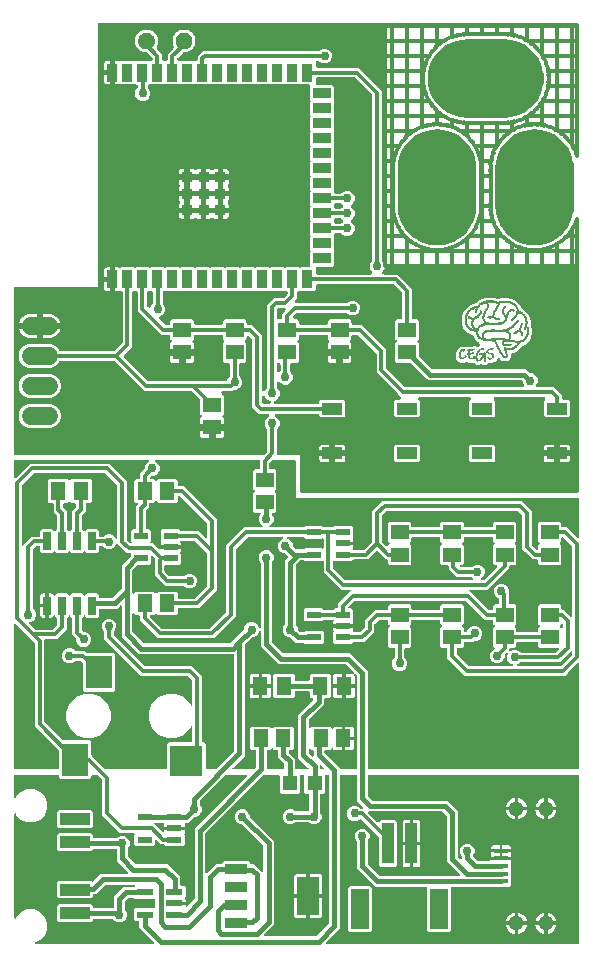
<source format=gbr>
G04 EAGLE Gerber RS-274X export*
G75*
%MOMM*%
%FSLAX34Y34*%
%LPD*%
%INTop Copper*%
%IPPOS*%
%AMOC8*
5,1,8,0,0,1.08239X$1,22.5*%
G01*
%ADD10R,0.078000X0.026000*%
%ADD11R,0.052000X0.026000*%
%ADD12R,0.130000X0.026000*%
%ADD13R,0.260000X0.026000*%
%ADD14R,0.104000X0.026000*%
%ADD15R,0.338000X0.026000*%
%ADD16R,0.390000X0.026000*%
%ADD17R,0.156000X0.026000*%
%ADD18R,0.182000X0.026000*%
%ADD19R,0.312000X0.026000*%
%ADD20R,0.468000X0.026000*%
%ADD21R,0.416000X0.026000*%
%ADD22R,0.234000X0.026000*%
%ADD23R,0.442000X0.026000*%
%ADD24R,0.208000X0.026000*%
%ADD25R,0.286000X0.026000*%
%ADD26R,0.494000X0.026000*%
%ADD27R,0.520000X0.026000*%
%ADD28R,0.754000X0.026000*%
%ADD29R,0.806000X0.026000*%
%ADD30R,0.858000X0.026000*%
%ADD31R,0.884000X0.026000*%
%ADD32R,0.546000X0.026000*%
%ADD33R,0.676000X0.026000*%
%ADD34R,0.728000X0.026000*%
%ADD35R,0.780000X0.026000*%
%ADD36R,1.040000X0.026000*%
%ADD37R,0.364000X0.026000*%
%ADD38R,1.222000X0.026000*%
%ADD39R,1.794000X0.026000*%
%ADD40R,0.910000X0.026000*%
%ADD41R,0.832000X0.026000*%
%ADD42R,1.014000X0.026000*%
%ADD43R,1.196000X0.026000*%
%ADD44R,0.624000X0.026000*%
%ADD45R,1.430000X0.026000*%
%ADD46R,2.080000X0.026000*%
%ADD47R,1.144000X0.026000*%
%ADD48R,0.936000X0.026000*%
%ADD49R,0.702000X0.026000*%
%ADD50R,0.026000X0.026000*%
%ADD51R,1.924000X0.026000*%
%ADD52R,1.742000X0.026000*%
%ADD53R,0.598000X0.026000*%
%ADD54R,1.716000X0.026000*%
%ADD55R,1.690000X0.026000*%
%ADD56R,1.534000X0.026000*%
%ADD57R,1.612000X0.026000*%
%ADD58R,1.638000X0.026000*%
%ADD59R,1.560000X0.026000*%
%ADD60R,0.572000X0.026000*%
%ADD61R,0.650000X0.026000*%
%ADD62R,1.664000X0.026000*%
%ADD63R,2.444000X0.026000*%
%ADD64R,1.170000X0.026000*%
%ADD65R,0.962000X0.026000*%
%ADD66R,1.200000X0.600000*%
%ADD67R,1.300000X1.600000*%
%ADD68R,1.500000X1.300000*%
%ADD69R,0.900000X1.500000*%
%ADD70R,1.500000X0.900000*%
%ADD71R,0.900000X0.900000*%
%ADD72R,1.400000X0.600000*%
%ADD73R,1.900000X0.900000*%
%ADD74R,1.900000X3.200000*%
%ADD75R,0.650000X1.525000*%
%ADD76R,1.200000X1.200000*%
%ADD77R,1.300000X1.500000*%
%ADD78R,2.500000X1.000000*%
%ADD79R,1.700000X1.000000*%
%ADD80R,1.200000X0.450000*%
%ADD81C,1.308000*%
%ADD82R,1.000000X3.500000*%
%ADD83R,1.500000X3.400000*%
%ADD84R,1.250000X0.600000*%
%ADD85R,2.200000X2.800000*%
%ADD86R,2.800000X2.600000*%
%ADD87C,1.524000*%
%ADD88C,0.756400*%
%ADD89C,0.304800*%
%ADD90C,0.406400*%
%ADD91C,0.152400*%

G36*
X220697Y423927D02*
X220697Y423927D01*
X220823Y423941D01*
X220949Y423948D01*
X220996Y423961D01*
X221044Y423967D01*
X221163Y424009D01*
X221284Y424044D01*
X221326Y424068D01*
X221372Y424084D01*
X221478Y424153D01*
X221588Y424214D01*
X221635Y424254D01*
X221665Y424273D01*
X221698Y424308D01*
X221774Y424373D01*
X224089Y426688D01*
X224168Y426787D01*
X224252Y426880D01*
X224276Y426923D01*
X224306Y426961D01*
X224360Y427075D01*
X224421Y427185D01*
X224434Y427232D01*
X224455Y427276D01*
X224481Y427399D01*
X224516Y427521D01*
X224521Y427582D01*
X224528Y427616D01*
X224527Y427664D01*
X224535Y427765D01*
X224535Y445342D01*
X224521Y445468D01*
X224514Y445594D01*
X224501Y445640D01*
X224495Y445688D01*
X224453Y445807D01*
X224418Y445929D01*
X224394Y445971D01*
X224378Y446016D01*
X224309Y446123D01*
X224248Y446233D01*
X224208Y446279D01*
X224189Y446309D01*
X224154Y446343D01*
X224089Y446419D01*
X223240Y447268D01*
X222277Y449592D01*
X222277Y452108D01*
X223240Y454432D01*
X225018Y456210D01*
X225237Y456301D01*
X225281Y456325D01*
X225329Y456342D01*
X225433Y456410D01*
X225542Y456470D01*
X225579Y456504D01*
X225621Y456531D01*
X225708Y456621D01*
X225800Y456704D01*
X225828Y456746D01*
X225864Y456782D01*
X225927Y456888D01*
X225998Y456991D01*
X226017Y457038D01*
X226042Y457081D01*
X226080Y457199D01*
X226126Y457315D01*
X226133Y457365D01*
X226149Y457413D01*
X226159Y457537D01*
X226177Y457660D01*
X226173Y457710D01*
X226177Y457760D01*
X226158Y457883D01*
X226148Y458007D01*
X226132Y458055D01*
X226125Y458105D01*
X226079Y458220D01*
X226041Y458339D01*
X226015Y458382D01*
X225996Y458429D01*
X225925Y458531D01*
X225861Y458637D01*
X225826Y458674D01*
X225797Y458715D01*
X225705Y458798D01*
X225618Y458887D01*
X225576Y458915D01*
X225538Y458948D01*
X225430Y459008D01*
X225325Y459076D01*
X225277Y459093D01*
X225233Y459117D01*
X225114Y459151D01*
X224997Y459192D01*
X224947Y459198D01*
X224898Y459212D01*
X224654Y459231D01*
X217772Y459231D01*
X211835Y465168D01*
X211835Y521433D01*
X211821Y521559D01*
X211814Y521685D01*
X211801Y521732D01*
X211795Y521780D01*
X211753Y521899D01*
X211718Y522020D01*
X211694Y522062D01*
X211678Y522108D01*
X211609Y522214D01*
X211548Y522324D01*
X211508Y522370D01*
X211489Y522400D01*
X211454Y522434D01*
X211389Y522510D01*
X209491Y524409D01*
X209413Y524471D01*
X209340Y524541D01*
X209276Y524579D01*
X209218Y524625D01*
X209127Y524668D01*
X209041Y524720D01*
X208970Y524742D01*
X208903Y524774D01*
X208805Y524795D01*
X208709Y524826D01*
X208635Y524832D01*
X208562Y524847D01*
X208462Y524846D01*
X208362Y524854D01*
X208288Y524843D01*
X208214Y524841D01*
X208117Y524817D01*
X208017Y524802D01*
X207948Y524775D01*
X207876Y524756D01*
X207787Y524710D01*
X207693Y524673D01*
X207632Y524631D01*
X207566Y524597D01*
X207490Y524532D01*
X207407Y524474D01*
X207357Y524419D01*
X207301Y524371D01*
X207241Y524290D01*
X207174Y524216D01*
X207138Y524151D01*
X207093Y524091D01*
X207054Y523998D01*
X207005Y523911D01*
X206985Y523839D01*
X206955Y523771D01*
X206938Y523672D01*
X206910Y523575D01*
X206902Y523475D01*
X206894Y523428D01*
X206896Y523392D01*
X206891Y523331D01*
X206891Y522648D01*
X206020Y521777D01*
X206004Y521757D01*
X205984Y521740D01*
X205896Y521620D01*
X205804Y521504D01*
X205792Y521480D01*
X205777Y521459D01*
X205718Y521323D01*
X205655Y521189D01*
X205649Y521163D01*
X205639Y521139D01*
X205612Y520993D01*
X205581Y520848D01*
X205582Y520822D01*
X205577Y520796D01*
X205585Y520648D01*
X205587Y520500D01*
X205594Y520474D01*
X205595Y520448D01*
X205636Y520306D01*
X205672Y520162D01*
X205684Y520139D01*
X205692Y520113D01*
X205764Y519984D01*
X205832Y519852D01*
X205849Y519832D01*
X205862Y519809D01*
X206020Y519623D01*
X206891Y518752D01*
X206891Y503648D01*
X205402Y502159D01*
X202438Y502159D01*
X202412Y502156D01*
X202386Y502158D01*
X202239Y502136D01*
X202092Y502119D01*
X202067Y502111D01*
X202041Y502107D01*
X201903Y502052D01*
X201764Y502002D01*
X201742Y501988D01*
X201717Y501978D01*
X201596Y501893D01*
X201471Y501813D01*
X201453Y501794D01*
X201431Y501779D01*
X201332Y501669D01*
X201229Y501562D01*
X201215Y501540D01*
X201198Y501520D01*
X201126Y501390D01*
X201050Y501263D01*
X201042Y501238D01*
X201029Y501215D01*
X200989Y501072D01*
X200944Y500931D01*
X200942Y500905D01*
X200934Y500880D01*
X200915Y500636D01*
X200915Y491410D01*
X200929Y491284D01*
X200936Y491158D01*
X200949Y491112D01*
X200955Y491064D01*
X200997Y490945D01*
X201032Y490823D01*
X201056Y490781D01*
X201072Y490736D01*
X201141Y490629D01*
X201202Y490519D01*
X201242Y490473D01*
X201261Y490443D01*
X201296Y490409D01*
X201361Y490333D01*
X202210Y489484D01*
X203173Y487160D01*
X203173Y484644D01*
X202210Y482320D01*
X200432Y480542D01*
X198108Y479579D01*
X196907Y479579D01*
X196781Y479565D01*
X196655Y479558D01*
X196608Y479545D01*
X196560Y479539D01*
X196441Y479497D01*
X196320Y479462D01*
X196278Y479438D01*
X196232Y479422D01*
X196126Y479353D01*
X196016Y479292D01*
X195969Y479252D01*
X195939Y479233D01*
X195906Y479198D01*
X195829Y479133D01*
X195232Y478535D01*
X187235Y478535D01*
X187135Y478524D01*
X187035Y478522D01*
X186963Y478504D01*
X186889Y478495D01*
X186795Y478462D01*
X186697Y478437D01*
X186631Y478403D01*
X186561Y478378D01*
X186477Y478323D01*
X186387Y478277D01*
X186331Y478229D01*
X186268Y478189D01*
X186198Y478117D01*
X186122Y478052D01*
X186078Y477992D01*
X186026Y477938D01*
X185974Y477852D01*
X185915Y477771D01*
X185885Y477703D01*
X185847Y477639D01*
X185817Y477543D01*
X185777Y477451D01*
X185764Y477378D01*
X185741Y477307D01*
X185733Y477207D01*
X185715Y477108D01*
X185719Y477034D01*
X185713Y476960D01*
X185728Y476860D01*
X185733Y476760D01*
X185754Y476689D01*
X185765Y476615D01*
X185802Y476522D01*
X185830Y476425D01*
X185866Y476360D01*
X185893Y476291D01*
X185951Y476209D01*
X186000Y476121D01*
X186065Y476045D01*
X186092Y476005D01*
X186119Y475981D01*
X186158Y475935D01*
X187841Y474252D01*
X187841Y459148D01*
X186970Y458277D01*
X186954Y458257D01*
X186934Y458240D01*
X186846Y458120D01*
X186754Y458004D01*
X186742Y457980D01*
X186727Y457959D01*
X186668Y457823D01*
X186605Y457689D01*
X186599Y457663D01*
X186589Y457639D01*
X186563Y457493D01*
X186531Y457348D01*
X186532Y457322D01*
X186527Y457296D01*
X186535Y457148D01*
X186537Y457000D01*
X186544Y456974D01*
X186545Y456948D01*
X186586Y456806D01*
X186622Y456662D01*
X186634Y456639D01*
X186642Y456613D01*
X186714Y456484D01*
X186782Y456352D01*
X186799Y456332D01*
X186812Y456309D01*
X186970Y456123D01*
X187333Y455760D01*
X187668Y455181D01*
X187841Y454535D01*
X187841Y450747D01*
X179324Y450747D01*
X179298Y450744D01*
X179272Y450746D01*
X179125Y450724D01*
X178978Y450707D01*
X178953Y450698D01*
X178927Y450695D01*
X178789Y450640D01*
X178650Y450590D01*
X178628Y450576D01*
X178603Y450566D01*
X178482Y450481D01*
X178357Y450401D01*
X178339Y450382D01*
X178317Y450367D01*
X178218Y450257D01*
X178115Y450150D01*
X178101Y450128D01*
X178084Y450108D01*
X178012Y449978D01*
X177936Y449851D01*
X177928Y449826D01*
X177915Y449803D01*
X177875Y449660D01*
X177830Y449519D01*
X177828Y449493D01*
X177820Y449468D01*
X177801Y449224D01*
X177801Y447699D01*
X177799Y447699D01*
X177799Y449224D01*
X177796Y449250D01*
X177798Y449276D01*
X177776Y449423D01*
X177759Y449570D01*
X177750Y449595D01*
X177747Y449621D01*
X177692Y449759D01*
X177642Y449898D01*
X177628Y449920D01*
X177618Y449945D01*
X177533Y450066D01*
X177453Y450191D01*
X177434Y450209D01*
X177419Y450231D01*
X177309Y450330D01*
X177202Y450433D01*
X177180Y450447D01*
X177160Y450464D01*
X177030Y450536D01*
X176903Y450612D01*
X176878Y450620D01*
X176855Y450633D01*
X176712Y450673D01*
X176571Y450718D01*
X176545Y450720D01*
X176520Y450728D01*
X176276Y450747D01*
X167759Y450747D01*
X167759Y454535D01*
X167932Y455181D01*
X168267Y455760D01*
X168630Y456123D01*
X168646Y456143D01*
X168666Y456160D01*
X168754Y456280D01*
X168846Y456396D01*
X168858Y456420D01*
X168873Y456441D01*
X168932Y456577D01*
X168995Y456711D01*
X169001Y456737D01*
X169011Y456761D01*
X169037Y456907D01*
X169069Y457052D01*
X169068Y457078D01*
X169073Y457104D01*
X169065Y457252D01*
X169063Y457400D01*
X169056Y457426D01*
X169055Y457452D01*
X169014Y457594D01*
X168978Y457738D01*
X168966Y457761D01*
X168958Y457787D01*
X168886Y457916D01*
X168818Y458048D01*
X168801Y458068D01*
X168788Y458091D01*
X168630Y458277D01*
X167759Y459148D01*
X167759Y470361D01*
X167745Y470487D01*
X167738Y470613D01*
X167725Y470660D01*
X167719Y470708D01*
X167677Y470827D01*
X167642Y470948D01*
X167618Y470990D01*
X167602Y471036D01*
X167533Y471142D01*
X167472Y471252D01*
X167432Y471299D01*
X167413Y471329D01*
X167378Y471362D01*
X167313Y471438D01*
X160662Y478089D01*
X160563Y478168D01*
X160470Y478252D01*
X160427Y478276D01*
X160389Y478306D01*
X160275Y478360D01*
X160165Y478421D01*
X160118Y478434D01*
X160074Y478455D01*
X159951Y478481D01*
X159829Y478516D01*
X159768Y478521D01*
X159734Y478528D01*
X159686Y478527D01*
X159585Y478535D01*
X120341Y478535D01*
X95387Y503489D01*
X95288Y503568D01*
X95195Y503652D01*
X95152Y503676D01*
X95114Y503706D01*
X95000Y503760D01*
X94890Y503821D01*
X94843Y503834D01*
X94799Y503855D01*
X94676Y503881D01*
X94554Y503916D01*
X94493Y503921D01*
X94459Y503928D01*
X94411Y503927D01*
X94310Y503935D01*
X49702Y503935D01*
X49626Y503927D01*
X49550Y503928D01*
X49453Y503907D01*
X49356Y503895D01*
X49284Y503870D01*
X49209Y503853D01*
X49120Y503811D01*
X49028Y503778D01*
X48963Y503736D01*
X48894Y503704D01*
X48818Y503642D01*
X48735Y503589D01*
X48682Y503534D01*
X48622Y503486D01*
X48561Y503409D01*
X48493Y503338D01*
X48453Y503273D01*
X48406Y503213D01*
X48338Y503080D01*
X48314Y503039D01*
X48308Y503021D01*
X48295Y502995D01*
X47984Y502244D01*
X45126Y499386D01*
X41391Y497839D01*
X22109Y497839D01*
X18374Y499386D01*
X15516Y502244D01*
X13969Y505979D01*
X13969Y510021D01*
X15516Y513756D01*
X18374Y516614D01*
X22109Y518161D01*
X41391Y518161D01*
X45126Y516614D01*
X47984Y513756D01*
X48295Y513005D01*
X48332Y512938D01*
X48360Y512867D01*
X48416Y512787D01*
X48464Y512700D01*
X48515Y512644D01*
X48559Y512581D01*
X48632Y512515D01*
X48698Y512442D01*
X48761Y512399D01*
X48818Y512348D01*
X48904Y512300D01*
X48985Y512244D01*
X49056Y512216D01*
X49123Y512179D01*
X49218Y512152D01*
X49309Y512116D01*
X49385Y512105D01*
X49458Y512084D01*
X49607Y512072D01*
X49654Y512065D01*
X49673Y512067D01*
X49702Y512065D01*
X94310Y512065D01*
X94436Y512079D01*
X94562Y512086D01*
X94609Y512099D01*
X94657Y512105D01*
X94776Y512147D01*
X94897Y512182D01*
X94939Y512206D01*
X94985Y512222D01*
X95091Y512291D01*
X95201Y512352D01*
X95247Y512392D01*
X95277Y512411D01*
X95311Y512446D01*
X95387Y512511D01*
X101639Y518763D01*
X101718Y518862D01*
X101802Y518955D01*
X101826Y518998D01*
X101856Y519036D01*
X101910Y519150D01*
X101971Y519260D01*
X101984Y519307D01*
X102005Y519351D01*
X102031Y519474D01*
X102066Y519596D01*
X102071Y519657D01*
X102078Y519691D01*
X102077Y519739D01*
X102085Y519840D01*
X102085Y561336D01*
X102082Y561362D01*
X102084Y561388D01*
X102062Y561535D01*
X102045Y561682D01*
X102037Y561707D01*
X102033Y561733D01*
X101978Y561871D01*
X101928Y562010D01*
X101914Y562032D01*
X101904Y562057D01*
X101819Y562178D01*
X101739Y562303D01*
X101720Y562321D01*
X101705Y562343D01*
X101595Y562442D01*
X101488Y562545D01*
X101466Y562559D01*
X101446Y562576D01*
X101316Y562648D01*
X101189Y562724D01*
X101164Y562732D01*
X101141Y562745D01*
X100998Y562785D01*
X100857Y562830D01*
X100831Y562832D01*
X100806Y562840D01*
X100571Y562859D01*
X100564Y562864D01*
X100431Y562969D01*
X100430Y562970D01*
X100429Y562971D01*
X100270Y563045D01*
X100116Y563118D01*
X100115Y563119D01*
X100113Y563119D01*
X99941Y563156D01*
X99775Y563192D01*
X99774Y563192D01*
X99772Y563192D01*
X99597Y563189D01*
X99427Y563186D01*
X99426Y563185D01*
X99424Y563185D01*
X99257Y563143D01*
X99089Y563101D01*
X99088Y563100D01*
X99086Y563100D01*
X98963Y563041D01*
X98285Y562859D01*
X95699Y562859D01*
X95699Y572174D01*
X95696Y572200D01*
X95698Y572226D01*
X95676Y572373D01*
X95659Y572520D01*
X95651Y572545D01*
X95647Y572571D01*
X95592Y572708D01*
X95542Y572848D01*
X95528Y572870D01*
X95518Y572895D01*
X95509Y572907D01*
X95564Y572999D01*
X95572Y573024D01*
X95585Y573047D01*
X95625Y573190D01*
X95670Y573331D01*
X95672Y573357D01*
X95680Y573382D01*
X95699Y573626D01*
X95699Y582941D01*
X98285Y582941D01*
X98987Y582753D01*
X99033Y582733D01*
X99185Y582667D01*
X99186Y582666D01*
X99188Y582666D01*
X99359Y582635D01*
X99528Y582604D01*
X99529Y582604D01*
X99531Y582604D01*
X99698Y582613D01*
X99876Y582622D01*
X99878Y582622D01*
X99879Y582622D01*
X100044Y582670D01*
X100211Y582718D01*
X100212Y582718D01*
X100214Y582719D01*
X100364Y582803D01*
X100516Y582887D01*
X100517Y582888D01*
X100518Y582889D01*
X100579Y582941D01*
X111824Y582941D01*
X111877Y582918D01*
X112011Y582855D01*
X112037Y582849D01*
X112061Y582839D01*
X112206Y582813D01*
X112352Y582781D01*
X112378Y582782D01*
X112404Y582777D01*
X112552Y582785D01*
X112700Y582787D01*
X112726Y582794D01*
X112752Y582795D01*
X112894Y582836D01*
X113038Y582872D01*
X113061Y582884D01*
X113087Y582892D01*
X113175Y582941D01*
X124524Y582941D01*
X124577Y582918D01*
X124711Y582855D01*
X124737Y582849D01*
X124761Y582839D01*
X124906Y582813D01*
X125052Y582781D01*
X125078Y582782D01*
X125104Y582777D01*
X125252Y582785D01*
X125400Y582787D01*
X125426Y582794D01*
X125452Y582795D01*
X125594Y582836D01*
X125738Y582872D01*
X125761Y582884D01*
X125787Y582892D01*
X125875Y582941D01*
X137224Y582941D01*
X137277Y582918D01*
X137411Y582855D01*
X137437Y582849D01*
X137461Y582839D01*
X137606Y582813D01*
X137752Y582781D01*
X137778Y582782D01*
X137804Y582777D01*
X137952Y582785D01*
X138100Y582787D01*
X138126Y582794D01*
X138152Y582795D01*
X138294Y582836D01*
X138438Y582872D01*
X138461Y582884D01*
X138487Y582892D01*
X138575Y582941D01*
X149924Y582941D01*
X149977Y582918D01*
X150111Y582855D01*
X150137Y582849D01*
X150161Y582839D01*
X150306Y582813D01*
X150452Y582781D01*
X150478Y582782D01*
X150504Y582777D01*
X150652Y582785D01*
X150800Y582787D01*
X150826Y582794D01*
X150852Y582795D01*
X150994Y582836D01*
X151138Y582872D01*
X151161Y582884D01*
X151187Y582892D01*
X151275Y582941D01*
X162624Y582941D01*
X162677Y582918D01*
X162811Y582855D01*
X162837Y582849D01*
X162861Y582839D01*
X163006Y582813D01*
X163152Y582781D01*
X163178Y582782D01*
X163204Y582777D01*
X163352Y582785D01*
X163500Y582787D01*
X163526Y582794D01*
X163552Y582795D01*
X163694Y582836D01*
X163838Y582872D01*
X163861Y582884D01*
X163887Y582892D01*
X163975Y582941D01*
X175324Y582941D01*
X175377Y582918D01*
X175511Y582855D01*
X175537Y582849D01*
X175561Y582839D01*
X175706Y582813D01*
X175852Y582781D01*
X175878Y582782D01*
X175904Y582777D01*
X176052Y582785D01*
X176200Y582787D01*
X176226Y582794D01*
X176252Y582795D01*
X176394Y582836D01*
X176538Y582872D01*
X176561Y582884D01*
X176587Y582892D01*
X176675Y582941D01*
X188024Y582941D01*
X188077Y582918D01*
X188211Y582855D01*
X188237Y582849D01*
X188261Y582839D01*
X188406Y582813D01*
X188552Y582781D01*
X188578Y582782D01*
X188604Y582777D01*
X188752Y582785D01*
X188900Y582787D01*
X188926Y582794D01*
X188952Y582795D01*
X189094Y582836D01*
X189238Y582872D01*
X189261Y582884D01*
X189287Y582892D01*
X189375Y582941D01*
X200724Y582941D01*
X200777Y582918D01*
X200911Y582855D01*
X200937Y582849D01*
X200961Y582839D01*
X201106Y582813D01*
X201252Y582781D01*
X201278Y582782D01*
X201304Y582777D01*
X201452Y582785D01*
X201600Y582787D01*
X201626Y582794D01*
X201652Y582795D01*
X201794Y582836D01*
X201938Y582872D01*
X201961Y582884D01*
X201987Y582892D01*
X202075Y582941D01*
X213424Y582941D01*
X213477Y582918D01*
X213611Y582855D01*
X213637Y582849D01*
X213661Y582839D01*
X213806Y582813D01*
X213952Y582781D01*
X213978Y582782D01*
X214004Y582777D01*
X214152Y582785D01*
X214300Y582787D01*
X214326Y582794D01*
X214352Y582795D01*
X214494Y582836D01*
X214638Y582872D01*
X214661Y582884D01*
X214687Y582892D01*
X214775Y582941D01*
X226124Y582941D01*
X226177Y582918D01*
X226311Y582855D01*
X226337Y582849D01*
X226361Y582839D01*
X226506Y582813D01*
X226652Y582781D01*
X226678Y582782D01*
X226704Y582777D01*
X226852Y582785D01*
X227000Y582787D01*
X227026Y582794D01*
X227052Y582795D01*
X227194Y582836D01*
X227338Y582872D01*
X227361Y582884D01*
X227387Y582892D01*
X227475Y582941D01*
X238824Y582941D01*
X238877Y582918D01*
X239011Y582855D01*
X239037Y582849D01*
X239061Y582839D01*
X239206Y582813D01*
X239352Y582781D01*
X239378Y582782D01*
X239404Y582777D01*
X239552Y582785D01*
X239700Y582787D01*
X239726Y582794D01*
X239752Y582795D01*
X239894Y582836D01*
X240038Y582872D01*
X240061Y582884D01*
X240087Y582892D01*
X240175Y582941D01*
X251524Y582941D01*
X251577Y582918D01*
X251711Y582855D01*
X251737Y582849D01*
X251761Y582839D01*
X251906Y582813D01*
X252052Y582781D01*
X252078Y582782D01*
X252104Y582777D01*
X252252Y582785D01*
X252400Y582787D01*
X252426Y582794D01*
X252452Y582795D01*
X252594Y582836D01*
X252738Y582872D01*
X252761Y582884D01*
X252787Y582892D01*
X252875Y582941D01*
X259486Y582941D01*
X259512Y582944D01*
X259538Y582942D01*
X259685Y582964D01*
X259832Y582981D01*
X259857Y582989D01*
X259883Y582993D01*
X260021Y583048D01*
X260160Y583098D01*
X260182Y583112D01*
X260207Y583122D01*
X260328Y583207D01*
X260453Y583287D01*
X260471Y583306D01*
X260493Y583321D01*
X260592Y583431D01*
X260695Y583538D01*
X260709Y583560D01*
X260726Y583580D01*
X260798Y583709D01*
X260874Y583837D01*
X260882Y583862D01*
X260895Y583885D01*
X260935Y584028D01*
X260980Y584169D01*
X260982Y584195D01*
X260990Y584220D01*
X261009Y584464D01*
X261009Y596224D01*
X261032Y596277D01*
X261095Y596411D01*
X261101Y596437D01*
X261111Y596461D01*
X261137Y596606D01*
X261169Y596752D01*
X261168Y596778D01*
X261173Y596804D01*
X261165Y596952D01*
X261163Y597100D01*
X261156Y597126D01*
X261155Y597152D01*
X261114Y597294D01*
X261078Y597438D01*
X261066Y597461D01*
X261058Y597487D01*
X261009Y597575D01*
X261009Y608924D01*
X261032Y608977D01*
X261095Y609111D01*
X261101Y609137D01*
X261111Y609161D01*
X261137Y609306D01*
X261169Y609452D01*
X261168Y609478D01*
X261173Y609504D01*
X261165Y609652D01*
X261163Y609800D01*
X261156Y609826D01*
X261155Y609852D01*
X261114Y609994D01*
X261078Y610138D01*
X261066Y610161D01*
X261058Y610187D01*
X261009Y610275D01*
X261009Y621624D01*
X261032Y621677D01*
X261095Y621811D01*
X261101Y621837D01*
X261111Y621861D01*
X261137Y622006D01*
X261169Y622152D01*
X261168Y622178D01*
X261173Y622204D01*
X261165Y622352D01*
X261163Y622500D01*
X261156Y622526D01*
X261155Y622552D01*
X261114Y622694D01*
X261078Y622838D01*
X261066Y622861D01*
X261058Y622887D01*
X261009Y622975D01*
X261009Y634324D01*
X261032Y634377D01*
X261095Y634511D01*
X261101Y634537D01*
X261111Y634561D01*
X261137Y634706D01*
X261169Y634852D01*
X261168Y634878D01*
X261173Y634904D01*
X261165Y635052D01*
X261163Y635200D01*
X261156Y635226D01*
X261155Y635252D01*
X261114Y635394D01*
X261078Y635538D01*
X261066Y635561D01*
X261058Y635587D01*
X261009Y635675D01*
X261009Y647024D01*
X261032Y647077D01*
X261095Y647211D01*
X261101Y647237D01*
X261111Y647261D01*
X261137Y647406D01*
X261169Y647552D01*
X261168Y647578D01*
X261173Y647604D01*
X261165Y647752D01*
X261163Y647900D01*
X261156Y647926D01*
X261155Y647952D01*
X261114Y648094D01*
X261078Y648238D01*
X261066Y648261D01*
X261058Y648287D01*
X261009Y648375D01*
X261009Y659724D01*
X261032Y659777D01*
X261095Y659911D01*
X261101Y659937D01*
X261111Y659961D01*
X261137Y660106D01*
X261169Y660252D01*
X261168Y660278D01*
X261173Y660304D01*
X261165Y660452D01*
X261163Y660600D01*
X261156Y660626D01*
X261155Y660652D01*
X261114Y660794D01*
X261078Y660938D01*
X261066Y660961D01*
X261058Y660987D01*
X261009Y661075D01*
X261009Y672424D01*
X261032Y672477D01*
X261095Y672611D01*
X261101Y672637D01*
X261111Y672661D01*
X261137Y672806D01*
X261169Y672952D01*
X261168Y672978D01*
X261173Y673004D01*
X261165Y673152D01*
X261163Y673300D01*
X261156Y673326D01*
X261155Y673352D01*
X261114Y673494D01*
X261078Y673638D01*
X261066Y673661D01*
X261058Y673687D01*
X261009Y673775D01*
X261009Y685124D01*
X261032Y685177D01*
X261095Y685311D01*
X261101Y685337D01*
X261111Y685361D01*
X261138Y685507D01*
X261169Y685652D01*
X261168Y685678D01*
X261173Y685704D01*
X261165Y685853D01*
X261163Y686000D01*
X261156Y686026D01*
X261155Y686052D01*
X261114Y686195D01*
X261078Y686338D01*
X261066Y686362D01*
X261058Y686387D01*
X261009Y686475D01*
X261009Y697824D01*
X261032Y697877D01*
X261095Y698011D01*
X261101Y698037D01*
X261111Y698061D01*
X261137Y698206D01*
X261169Y698352D01*
X261168Y698378D01*
X261173Y698404D01*
X261165Y698552D01*
X261163Y698700D01*
X261156Y698726D01*
X261155Y698752D01*
X261114Y698894D01*
X261078Y699038D01*
X261066Y699061D01*
X261058Y699087D01*
X261009Y699175D01*
X261009Y710524D01*
X261032Y710577D01*
X261095Y710711D01*
X261101Y710737D01*
X261111Y710761D01*
X261137Y710906D01*
X261169Y711052D01*
X261168Y711078D01*
X261173Y711104D01*
X261165Y711252D01*
X261163Y711400D01*
X261156Y711426D01*
X261155Y711452D01*
X261114Y711594D01*
X261078Y711738D01*
X261066Y711761D01*
X261058Y711787D01*
X261009Y711875D01*
X261009Y723224D01*
X261032Y723277D01*
X261095Y723411D01*
X261101Y723437D01*
X261111Y723461D01*
X261137Y723606D01*
X261169Y723752D01*
X261168Y723778D01*
X261173Y723804D01*
X261165Y723952D01*
X261163Y724100D01*
X261156Y724126D01*
X261155Y724152D01*
X261114Y724294D01*
X261078Y724438D01*
X261066Y724461D01*
X261058Y724487D01*
X261009Y724575D01*
X261009Y736336D01*
X261006Y736362D01*
X261008Y736388D01*
X260986Y736535D01*
X260969Y736682D01*
X260961Y736707D01*
X260957Y736733D01*
X260902Y736871D01*
X260852Y737010D01*
X260838Y737032D01*
X260828Y737057D01*
X260743Y737178D01*
X260663Y737303D01*
X260644Y737321D01*
X260629Y737343D01*
X260519Y737442D01*
X260412Y737545D01*
X260390Y737559D01*
X260370Y737576D01*
X260240Y737648D01*
X260113Y737724D01*
X260088Y737732D01*
X260065Y737745D01*
X259922Y737785D01*
X259781Y737830D01*
X259755Y737832D01*
X259730Y737840D01*
X259486Y737859D01*
X252876Y737859D01*
X252823Y737882D01*
X252689Y737945D01*
X252663Y737951D01*
X252639Y737961D01*
X252494Y737987D01*
X252348Y738019D01*
X252322Y738018D01*
X252296Y738023D01*
X252148Y738015D01*
X252000Y738013D01*
X251974Y738006D01*
X251948Y738005D01*
X251806Y737964D01*
X251662Y737928D01*
X251639Y737916D01*
X251613Y737908D01*
X251525Y737859D01*
X240176Y737859D01*
X240123Y737882D01*
X239989Y737945D01*
X239963Y737951D01*
X239939Y737961D01*
X239794Y737987D01*
X239648Y738019D01*
X239622Y738018D01*
X239596Y738023D01*
X239448Y738015D01*
X239300Y738013D01*
X239274Y738006D01*
X239248Y738005D01*
X239106Y737964D01*
X238962Y737928D01*
X238939Y737916D01*
X238913Y737908D01*
X238825Y737859D01*
X227476Y737859D01*
X227423Y737882D01*
X227289Y737945D01*
X227263Y737951D01*
X227239Y737961D01*
X227094Y737987D01*
X226948Y738019D01*
X226922Y738018D01*
X226896Y738023D01*
X226748Y738015D01*
X226600Y738013D01*
X226574Y738006D01*
X226548Y738005D01*
X226406Y737964D01*
X226262Y737928D01*
X226239Y737916D01*
X226213Y737908D01*
X226125Y737859D01*
X214776Y737859D01*
X214723Y737882D01*
X214589Y737945D01*
X214563Y737951D01*
X214539Y737961D01*
X214394Y737987D01*
X214248Y738019D01*
X214222Y738018D01*
X214196Y738023D01*
X214048Y738015D01*
X213900Y738013D01*
X213874Y738006D01*
X213848Y738005D01*
X213706Y737964D01*
X213562Y737928D01*
X213539Y737916D01*
X213513Y737908D01*
X213425Y737859D01*
X202076Y737859D01*
X202023Y737882D01*
X201889Y737945D01*
X201863Y737951D01*
X201839Y737961D01*
X201694Y737987D01*
X201548Y738019D01*
X201522Y738018D01*
X201496Y738023D01*
X201348Y738015D01*
X201200Y738013D01*
X201174Y738006D01*
X201148Y738005D01*
X201006Y737964D01*
X200862Y737928D01*
X200839Y737916D01*
X200813Y737908D01*
X200725Y737859D01*
X189376Y737859D01*
X189323Y737882D01*
X189189Y737945D01*
X189163Y737951D01*
X189139Y737961D01*
X188994Y737987D01*
X188848Y738019D01*
X188822Y738018D01*
X188796Y738023D01*
X188648Y738015D01*
X188500Y738013D01*
X188474Y738006D01*
X188448Y738005D01*
X188306Y737964D01*
X188162Y737928D01*
X188139Y737916D01*
X188113Y737908D01*
X188025Y737859D01*
X176676Y737859D01*
X176623Y737882D01*
X176489Y737945D01*
X176463Y737951D01*
X176439Y737961D01*
X176294Y737987D01*
X176148Y738019D01*
X176122Y738018D01*
X176096Y738023D01*
X175948Y738015D01*
X175800Y738013D01*
X175774Y738006D01*
X175748Y738005D01*
X175606Y737964D01*
X175462Y737928D01*
X175439Y737916D01*
X175413Y737908D01*
X175325Y737859D01*
X163976Y737859D01*
X163923Y737882D01*
X163789Y737945D01*
X163763Y737951D01*
X163739Y737961D01*
X163594Y737987D01*
X163448Y738019D01*
X163422Y738018D01*
X163396Y738023D01*
X163248Y738015D01*
X163100Y738013D01*
X163074Y738006D01*
X163048Y738005D01*
X162906Y737964D01*
X162762Y737928D01*
X162739Y737916D01*
X162713Y737908D01*
X162625Y737859D01*
X151276Y737859D01*
X151223Y737882D01*
X151089Y737945D01*
X151063Y737951D01*
X151039Y737961D01*
X150894Y737987D01*
X150748Y738019D01*
X150722Y738018D01*
X150696Y738023D01*
X150548Y738015D01*
X150400Y738013D01*
X150374Y738006D01*
X150348Y738005D01*
X150206Y737964D01*
X150062Y737928D01*
X150039Y737916D01*
X150013Y737908D01*
X149925Y737859D01*
X138576Y737859D01*
X138523Y737882D01*
X138389Y737945D01*
X138363Y737951D01*
X138339Y737961D01*
X138194Y737987D01*
X138048Y738019D01*
X138022Y738018D01*
X137996Y738023D01*
X137848Y738015D01*
X137700Y738013D01*
X137674Y738006D01*
X137648Y738005D01*
X137506Y737964D01*
X137362Y737928D01*
X137339Y737916D01*
X137313Y737908D01*
X137225Y737859D01*
X125876Y737859D01*
X125823Y737882D01*
X125689Y737945D01*
X125663Y737951D01*
X125639Y737961D01*
X125494Y737987D01*
X125348Y738019D01*
X125322Y738018D01*
X125296Y738023D01*
X125148Y738015D01*
X125000Y738013D01*
X124974Y738006D01*
X124948Y738005D01*
X124806Y737964D01*
X124662Y737928D01*
X124639Y737916D01*
X124613Y737908D01*
X124497Y737843D01*
X124452Y737836D01*
X124304Y737819D01*
X124280Y737811D01*
X124254Y737807D01*
X124116Y737752D01*
X123976Y737702D01*
X123954Y737688D01*
X123930Y737678D01*
X123808Y737593D01*
X123683Y737513D01*
X123665Y737494D01*
X123644Y737479D01*
X123545Y737369D01*
X123441Y737262D01*
X123428Y737240D01*
X123410Y737220D01*
X123338Y737090D01*
X123262Y736963D01*
X123254Y736938D01*
X123242Y736915D01*
X123201Y736772D01*
X123156Y736631D01*
X123154Y736605D01*
X123147Y736580D01*
X123127Y736336D01*
X123127Y735758D01*
X123142Y735632D01*
X123148Y735506D01*
X123162Y735460D01*
X123167Y735412D01*
X123210Y735292D01*
X123245Y735171D01*
X123268Y735129D01*
X123285Y735084D01*
X123353Y734977D01*
X123415Y734867D01*
X123454Y734821D01*
X123474Y734791D01*
X123508Y734757D01*
X123573Y734681D01*
X124423Y733832D01*
X125385Y731508D01*
X125385Y728992D01*
X124423Y726668D01*
X122644Y724890D01*
X120320Y723927D01*
X117805Y723927D01*
X115481Y724890D01*
X113702Y726668D01*
X112740Y728992D01*
X112740Y731508D01*
X113702Y733832D01*
X114552Y734681D01*
X114630Y734780D01*
X114715Y734874D01*
X114738Y734916D01*
X114768Y734954D01*
X114822Y735068D01*
X114883Y735179D01*
X114897Y735225D01*
X114917Y735269D01*
X114944Y735392D01*
X114978Y735514D01*
X114983Y735575D01*
X114991Y735610D01*
X114990Y735658D01*
X114998Y735758D01*
X114998Y736336D01*
X114995Y736362D01*
X114997Y736388D01*
X114975Y736535D01*
X114958Y736682D01*
X114949Y736707D01*
X114945Y736733D01*
X114890Y736871D01*
X114840Y737010D01*
X114826Y737032D01*
X114816Y737057D01*
X114732Y737178D01*
X114651Y737303D01*
X114632Y737321D01*
X114618Y737343D01*
X114508Y737442D01*
X114401Y737545D01*
X114378Y737559D01*
X114359Y737576D01*
X114229Y737648D01*
X114102Y737724D01*
X114077Y737732D01*
X114054Y737745D01*
X113911Y737785D01*
X113770Y737830D01*
X113744Y737832D01*
X113718Y737840D01*
X113475Y737859D01*
X113176Y737859D01*
X113123Y737882D01*
X112989Y737945D01*
X112963Y737951D01*
X112939Y737961D01*
X112794Y737987D01*
X112648Y738019D01*
X112622Y738018D01*
X112596Y738023D01*
X112448Y738015D01*
X112300Y738013D01*
X112274Y738006D01*
X112248Y738005D01*
X112106Y737964D01*
X111962Y737928D01*
X111939Y737916D01*
X111913Y737908D01*
X111825Y737859D01*
X100570Y737859D01*
X100564Y737864D01*
X100431Y737969D01*
X100430Y737970D01*
X100429Y737971D01*
X100270Y738045D01*
X100116Y738118D01*
X100115Y738119D01*
X100113Y738119D01*
X99941Y738156D01*
X99775Y738192D01*
X99774Y738192D01*
X99772Y738192D01*
X99597Y738189D01*
X99427Y738186D01*
X99426Y738185D01*
X99424Y738185D01*
X99257Y738143D01*
X99089Y738101D01*
X99088Y738100D01*
X99086Y738100D01*
X98963Y738041D01*
X98285Y737859D01*
X95699Y737859D01*
X95699Y747174D01*
X95696Y747200D01*
X95698Y747226D01*
X95676Y747373D01*
X95659Y747520D01*
X95651Y747545D01*
X95647Y747571D01*
X95592Y747708D01*
X95542Y747848D01*
X95528Y747870D01*
X95518Y747895D01*
X95509Y747907D01*
X95564Y747999D01*
X95572Y748024D01*
X95585Y748047D01*
X95625Y748190D01*
X95670Y748331D01*
X95672Y748357D01*
X95680Y748382D01*
X95699Y748626D01*
X95699Y757941D01*
X98285Y757941D01*
X98987Y757753D01*
X99033Y757733D01*
X99185Y757667D01*
X99186Y757666D01*
X99188Y757666D01*
X99359Y757635D01*
X99528Y757604D01*
X99529Y757604D01*
X99531Y757604D01*
X99698Y757613D01*
X99876Y757622D01*
X99878Y757622D01*
X99879Y757622D01*
X100044Y757670D01*
X100211Y757718D01*
X100212Y757718D01*
X100214Y757719D01*
X100359Y757800D01*
X100516Y757887D01*
X100517Y757888D01*
X100518Y757889D01*
X100579Y757941D01*
X111824Y757941D01*
X111877Y757918D01*
X112011Y757855D01*
X112037Y757849D01*
X112061Y757839D01*
X112207Y757812D01*
X112352Y757781D01*
X112378Y757782D01*
X112404Y757777D01*
X112553Y757785D01*
X112700Y757787D01*
X112726Y757794D01*
X112752Y757795D01*
X112895Y757836D01*
X113038Y757872D01*
X113062Y757884D01*
X113087Y757892D01*
X113175Y757941D01*
X124524Y757941D01*
X124577Y757918D01*
X124711Y757855D01*
X124737Y757849D01*
X124761Y757839D01*
X124907Y757812D01*
X125052Y757781D01*
X125078Y757782D01*
X125104Y757777D01*
X125253Y757785D01*
X125400Y757787D01*
X125426Y757794D01*
X125452Y757795D01*
X125595Y757836D01*
X125738Y757872D01*
X125762Y757884D01*
X125787Y757892D01*
X125875Y757941D01*
X125962Y757941D01*
X125988Y757944D01*
X126014Y757942D01*
X126161Y757964D01*
X126308Y757981D01*
X126333Y757989D01*
X126359Y757993D01*
X126497Y758048D01*
X126636Y758098D01*
X126658Y758112D01*
X126683Y758122D01*
X126804Y758207D01*
X126929Y758287D01*
X126947Y758306D01*
X126969Y758321D01*
X127068Y758431D01*
X127171Y758538D01*
X127185Y758560D01*
X127202Y758580D01*
X127274Y758710D01*
X127350Y758837D01*
X127358Y758862D01*
X127371Y758885D01*
X127411Y759028D01*
X127456Y759169D01*
X127458Y759195D01*
X127466Y759220D01*
X127485Y759464D01*
X127485Y759898D01*
X127471Y760023D01*
X127464Y760150D01*
X127451Y760196D01*
X127445Y760244D01*
X127403Y760363D01*
X127368Y760485D01*
X127344Y760527D01*
X127328Y760572D01*
X127259Y760679D01*
X127198Y760789D01*
X127158Y760835D01*
X127139Y760865D01*
X127104Y760899D01*
X127039Y760975D01*
X123450Y764564D01*
X123409Y764597D01*
X123374Y764635D01*
X123273Y764705D01*
X123177Y764781D01*
X123130Y764803D01*
X123087Y764833D01*
X122973Y764878D01*
X122862Y764930D01*
X122811Y764941D01*
X122762Y764960D01*
X122522Y765003D01*
X122387Y765017D01*
X122359Y765016D01*
X122333Y765021D01*
X122088Y765017D01*
X121718Y764980D01*
X121716Y764980D01*
X121714Y764980D01*
X121552Y764944D01*
X121377Y764907D01*
X121375Y764906D01*
X121373Y764905D01*
X121338Y764890D01*
X121223Y764911D01*
X121221Y764911D01*
X121219Y764911D01*
X121181Y764911D01*
X121082Y764974D01*
X121080Y764975D01*
X121078Y764976D01*
X120851Y765066D01*
X120495Y765174D01*
X120468Y765178D01*
X120443Y765188D01*
X120202Y765232D01*
X119832Y765268D01*
X119830Y765268D01*
X119828Y765269D01*
X119652Y765265D01*
X119483Y765262D01*
X119481Y765262D01*
X119479Y765262D01*
X119442Y765254D01*
X119333Y765297D01*
X119331Y765297D01*
X119329Y765298D01*
X119291Y765305D01*
X119207Y765387D01*
X119205Y765388D01*
X119203Y765389D01*
X118998Y765521D01*
X118670Y765697D01*
X118644Y765707D01*
X118622Y765721D01*
X118394Y765811D01*
X118038Y765919D01*
X118036Y765919D01*
X118034Y765920D01*
X117859Y765951D01*
X117695Y765981D01*
X117693Y765981D01*
X117691Y765981D01*
X117653Y765981D01*
X117554Y766044D01*
X117552Y766045D01*
X117550Y766046D01*
X117515Y766060D01*
X117448Y766157D01*
X117447Y766158D01*
X117445Y766160D01*
X117269Y766330D01*
X116982Y766566D01*
X116959Y766580D01*
X116939Y766599D01*
X116920Y766612D01*
X116918Y766613D01*
X116913Y766616D01*
X116733Y766732D01*
X116405Y766907D01*
X116404Y766908D01*
X116402Y766909D01*
X116244Y766971D01*
X116081Y767035D01*
X116079Y767035D01*
X116077Y767036D01*
X116040Y767043D01*
X115956Y767124D01*
X115954Y767125D01*
X115952Y767127D01*
X115920Y767147D01*
X115873Y767255D01*
X115872Y767257D01*
X115871Y767259D01*
X115732Y767460D01*
X115496Y767747D01*
X115476Y767766D01*
X115461Y767788D01*
X115285Y767958D01*
X114997Y768194D01*
X114996Y768195D01*
X114994Y768197D01*
X114855Y768286D01*
X114704Y768383D01*
X114702Y768384D01*
X114701Y768385D01*
X114665Y768399D01*
X114598Y768496D01*
X114596Y768497D01*
X114595Y768499D01*
X114568Y768525D01*
X114543Y768640D01*
X114542Y768642D01*
X114542Y768644D01*
X114444Y768868D01*
X114269Y769196D01*
X114253Y769218D01*
X114243Y769243D01*
X114103Y769444D01*
X113867Y769732D01*
X113865Y769733D01*
X113864Y769735D01*
X113747Y769848D01*
X113617Y769974D01*
X113615Y769975D01*
X113613Y769977D01*
X113581Y769997D01*
X113535Y770105D01*
X113533Y770107D01*
X113533Y770109D01*
X113511Y770140D01*
X113509Y770257D01*
X113508Y770260D01*
X113508Y770262D01*
X113456Y770501D01*
X113348Y770856D01*
X113338Y770881D01*
X113332Y770908D01*
X113234Y771132D01*
X113059Y771460D01*
X113058Y771462D01*
X113057Y771464D01*
X112959Y771605D01*
X112860Y771747D01*
X112859Y771748D01*
X112858Y771750D01*
X112830Y771776D01*
X112805Y771891D01*
X112804Y771893D01*
X112804Y771895D01*
X112789Y771930D01*
X112810Y772046D01*
X112810Y772048D01*
X112810Y772050D01*
X112806Y772294D01*
X112769Y772664D01*
X112764Y772691D01*
X112763Y772718D01*
X112711Y772957D01*
X112603Y773313D01*
X112602Y773315D01*
X112602Y773317D01*
X112532Y773477D01*
X112464Y773633D01*
X112463Y773635D01*
X112462Y773637D01*
X112441Y773668D01*
X112439Y773785D01*
X112438Y773787D01*
X112438Y773789D01*
X112430Y773827D01*
X112473Y773936D01*
X112473Y773938D01*
X112474Y773940D01*
X112518Y774181D01*
X112554Y774551D01*
X112554Y774578D01*
X112558Y774605D01*
X112554Y774849D01*
X112518Y775219D01*
X112517Y775222D01*
X112517Y775224D01*
X112482Y775382D01*
X112444Y775560D01*
X112443Y775562D01*
X112443Y775564D01*
X112427Y775599D01*
X112448Y775715D01*
X112448Y775717D01*
X112449Y775719D01*
X112448Y775757D01*
X112512Y775855D01*
X112512Y775857D01*
X112513Y775859D01*
X112603Y776087D01*
X112711Y776443D01*
X112716Y776470D01*
X112726Y776495D01*
X112769Y776736D01*
X112806Y777106D01*
X112806Y777108D01*
X112806Y777110D01*
X112803Y777280D01*
X112800Y777454D01*
X112799Y777456D01*
X112799Y777458D01*
X112791Y777495D01*
X112834Y777605D01*
X112835Y777607D01*
X112836Y777609D01*
X112842Y777646D01*
X112924Y777731D01*
X112925Y777733D01*
X112927Y777734D01*
X113059Y777940D01*
X113234Y778268D01*
X113244Y778293D01*
X113259Y778316D01*
X113348Y778544D01*
X113456Y778899D01*
X113457Y778901D01*
X113457Y778903D01*
X113489Y779079D01*
X113519Y779242D01*
X113519Y779244D01*
X113519Y779246D01*
X113518Y779285D01*
X113582Y779383D01*
X113583Y779386D01*
X113584Y779387D01*
X113598Y779423D01*
X113694Y779489D01*
X113695Y779491D01*
X113697Y779492D01*
X113867Y779668D01*
X114103Y779956D01*
X114118Y779979D01*
X114137Y779998D01*
X114269Y780204D01*
X114444Y780532D01*
X114445Y780534D01*
X114446Y780536D01*
X114508Y780693D01*
X114572Y780856D01*
X114573Y780858D01*
X114573Y780860D01*
X114580Y780898D01*
X114662Y780982D01*
X114663Y780984D01*
X114664Y780985D01*
X114685Y781017D01*
X114793Y781064D01*
X114794Y781065D01*
X114796Y781066D01*
X114997Y781206D01*
X115285Y781442D01*
X115304Y781461D01*
X115326Y781477D01*
X115496Y781653D01*
X115732Y781940D01*
X115733Y781942D01*
X115734Y781943D01*
X115824Y782083D01*
X115921Y782233D01*
X115921Y782235D01*
X115922Y782237D01*
X115936Y782272D01*
X116033Y782339D01*
X116035Y782341D01*
X116036Y782342D01*
X116063Y782369D01*
X116177Y782394D01*
X116179Y782395D01*
X116181Y782396D01*
X116405Y782493D01*
X116733Y782668D01*
X116756Y782684D01*
X116781Y782695D01*
X116982Y782834D01*
X117269Y783070D01*
X117271Y783072D01*
X117273Y783073D01*
X117385Y783190D01*
X117512Y783321D01*
X117513Y783323D01*
X117514Y783324D01*
X117535Y783356D01*
X117642Y783403D01*
X117644Y783404D01*
X117646Y783405D01*
X117677Y783427D01*
X117795Y783429D01*
X117797Y783429D01*
X117799Y783429D01*
X118038Y783481D01*
X118394Y783589D01*
X118419Y783600D01*
X118445Y783606D01*
X118670Y783703D01*
X118998Y783879D01*
X119000Y783880D01*
X119001Y783881D01*
X119143Y783979D01*
X119284Y784077D01*
X119286Y784079D01*
X119287Y784080D01*
X119314Y784107D01*
X119429Y784132D01*
X119431Y784133D01*
X119433Y784133D01*
X119468Y784149D01*
X119583Y784128D01*
X119585Y784128D01*
X119587Y784127D01*
X119832Y784132D01*
X120202Y784168D01*
X120229Y784174D01*
X120256Y784175D01*
X120495Y784226D01*
X120851Y784334D01*
X120853Y784335D01*
X120855Y784336D01*
X121015Y784406D01*
X121170Y784473D01*
X121172Y784474D01*
X121174Y784475D01*
X121205Y784497D01*
X121323Y784499D01*
X121325Y784499D01*
X121327Y784499D01*
X121364Y784508D01*
X121473Y784464D01*
X121475Y784464D01*
X121477Y784463D01*
X121718Y784420D01*
X122088Y784383D01*
X122115Y784384D01*
X122142Y784379D01*
X122387Y784383D01*
X122757Y784420D01*
X122759Y784420D01*
X122761Y784420D01*
X122932Y784458D01*
X123098Y784494D01*
X123099Y784494D01*
X123101Y784495D01*
X123137Y784510D01*
X123252Y784489D01*
X123254Y784489D01*
X123256Y784489D01*
X123294Y784489D01*
X123393Y784426D01*
X123395Y784425D01*
X123397Y784424D01*
X123624Y784334D01*
X123980Y784226D01*
X124007Y784222D01*
X124032Y784212D01*
X124273Y784168D01*
X124643Y784132D01*
X124645Y784132D01*
X124647Y784131D01*
X124823Y784135D01*
X124992Y784138D01*
X124994Y784138D01*
X124996Y784138D01*
X125033Y784146D01*
X125142Y784103D01*
X125144Y784103D01*
X125146Y784102D01*
X125184Y784095D01*
X125268Y784013D01*
X125270Y784012D01*
X125272Y784011D01*
X125477Y783879D01*
X125805Y783703D01*
X125831Y783693D01*
X125853Y783679D01*
X126081Y783589D01*
X126437Y783481D01*
X126439Y783481D01*
X126441Y783480D01*
X126616Y783449D01*
X126780Y783419D01*
X126782Y783419D01*
X126784Y783419D01*
X126822Y783419D01*
X126921Y783356D01*
X126923Y783355D01*
X126925Y783354D01*
X126960Y783340D01*
X127027Y783243D01*
X127028Y783242D01*
X127030Y783240D01*
X127206Y783070D01*
X127493Y782834D01*
X127516Y782820D01*
X127536Y782801D01*
X127742Y782668D01*
X128070Y782493D01*
X128071Y782492D01*
X128073Y782491D01*
X128232Y782429D01*
X128394Y782365D01*
X128396Y782365D01*
X128398Y782364D01*
X128435Y782357D01*
X128519Y782276D01*
X128521Y782275D01*
X128523Y782273D01*
X128555Y782253D01*
X128602Y782145D01*
X128603Y782143D01*
X128604Y782141D01*
X128743Y781940D01*
X128979Y781653D01*
X128999Y781634D01*
X129014Y781611D01*
X129190Y781442D01*
X129478Y781206D01*
X129479Y781205D01*
X129481Y781203D01*
X129627Y781110D01*
X129771Y781017D01*
X129773Y781016D01*
X129774Y781015D01*
X129810Y781001D01*
X129877Y780904D01*
X129878Y780903D01*
X129880Y780901D01*
X129907Y780875D01*
X129932Y780760D01*
X129933Y780758D01*
X129933Y780756D01*
X130031Y780532D01*
X130206Y780204D01*
X130222Y780182D01*
X130232Y780157D01*
X130372Y779956D01*
X130608Y779668D01*
X130610Y779667D01*
X130611Y779665D01*
X130728Y779552D01*
X130858Y779426D01*
X130860Y779425D01*
X130862Y779423D01*
X130894Y779403D01*
X130940Y779295D01*
X130942Y779293D01*
X130942Y779292D01*
X130964Y779260D01*
X130966Y779143D01*
X130967Y779140D01*
X130967Y779138D01*
X131019Y778899D01*
X131127Y778544D01*
X131137Y778519D01*
X131143Y778492D01*
X131241Y778268D01*
X131416Y777940D01*
X131417Y777938D01*
X131418Y777936D01*
X131518Y777792D01*
X131615Y777653D01*
X131616Y777652D01*
X131617Y777650D01*
X131645Y777624D01*
X131670Y777509D01*
X131671Y777507D01*
X131671Y777505D01*
X131686Y777470D01*
X131665Y777354D01*
X131665Y777352D01*
X131665Y777350D01*
X131669Y777106D01*
X131706Y776736D01*
X131711Y776709D01*
X131712Y776682D01*
X131764Y776443D01*
X131872Y776087D01*
X131873Y776085D01*
X131873Y776083D01*
X131944Y775921D01*
X132011Y775767D01*
X132012Y775765D01*
X132013Y775763D01*
X132034Y775732D01*
X132036Y775615D01*
X132037Y775613D01*
X132037Y775611D01*
X132045Y775573D01*
X132002Y775464D01*
X132002Y775462D01*
X132001Y775460D01*
X131957Y775220D01*
X131921Y774849D01*
X131921Y774822D01*
X131917Y774795D01*
X131921Y774551D01*
X131957Y774180D01*
X131958Y774179D01*
X131958Y774177D01*
X131996Y774001D01*
X132031Y773840D01*
X132032Y773838D01*
X132032Y773836D01*
X132048Y773801D01*
X132027Y773685D01*
X132027Y773683D01*
X132026Y773681D01*
X132027Y773643D01*
X131963Y773544D01*
X131963Y773543D01*
X131962Y773541D01*
X131872Y773313D01*
X131764Y772957D01*
X131759Y772930D01*
X131749Y772905D01*
X131706Y772664D01*
X131669Y772294D01*
X131669Y772292D01*
X131669Y772290D01*
X131672Y772109D01*
X131675Y771946D01*
X131676Y771944D01*
X131676Y771942D01*
X131684Y771905D01*
X131641Y771795D01*
X131640Y771793D01*
X131640Y771791D01*
X131633Y771754D01*
X131551Y771669D01*
X131550Y771667D01*
X131548Y771666D01*
X131416Y771460D01*
X131241Y771132D01*
X131231Y771107D01*
X131216Y771084D01*
X131127Y770856D01*
X131019Y770501D01*
X131018Y770499D01*
X131018Y770497D01*
X130985Y770316D01*
X130956Y770158D01*
X130956Y770156D01*
X130956Y770154D01*
X130957Y770113D01*
X130948Y770092D01*
X130921Y770051D01*
X130879Y769932D01*
X130829Y769817D01*
X130820Y769769D01*
X130804Y769723D01*
X130790Y769598D01*
X130767Y769474D01*
X130770Y769425D01*
X130764Y769377D01*
X130779Y769251D01*
X130785Y769126D01*
X130799Y769079D01*
X130804Y769030D01*
X130847Y768912D01*
X130882Y768791D01*
X130906Y768748D01*
X130922Y768702D01*
X130990Y768597D01*
X131052Y768487D01*
X131092Y768440D01*
X131111Y768410D01*
X131146Y768376D01*
X131211Y768300D01*
X135615Y763896D01*
X135615Y759464D01*
X135618Y759438D01*
X135616Y759412D01*
X135638Y759265D01*
X135655Y759118D01*
X135663Y759093D01*
X135667Y759067D01*
X135722Y758929D01*
X135772Y758790D01*
X135786Y758768D01*
X135796Y758743D01*
X135881Y758622D01*
X135961Y758497D01*
X135980Y758479D01*
X135995Y758457D01*
X136105Y758358D01*
X136212Y758255D01*
X136234Y758241D01*
X136254Y758224D01*
X136384Y758152D01*
X136511Y758076D01*
X136536Y758068D01*
X136559Y758055D01*
X136702Y758015D01*
X136843Y757970D01*
X136869Y757968D01*
X136894Y757960D01*
X137138Y757941D01*
X137224Y757941D01*
X137277Y757918D01*
X137411Y757855D01*
X137437Y757849D01*
X137461Y757839D01*
X137607Y757812D01*
X137752Y757781D01*
X137778Y757782D01*
X137804Y757777D01*
X137953Y757785D01*
X138100Y757787D01*
X138126Y757794D01*
X138152Y757795D01*
X138295Y757836D01*
X138438Y757872D01*
X138462Y757884D01*
X138487Y757892D01*
X138575Y757941D01*
X138662Y757941D01*
X138688Y757944D01*
X138714Y757942D01*
X138861Y757964D01*
X139008Y757981D01*
X139033Y757989D01*
X139059Y757993D01*
X139197Y758048D01*
X139336Y758098D01*
X139358Y758112D01*
X139383Y758122D01*
X139504Y758207D01*
X139629Y758287D01*
X139647Y758306D01*
X139669Y758321D01*
X139768Y758431D01*
X139871Y758538D01*
X139885Y758560D01*
X139902Y758580D01*
X139974Y758710D01*
X140050Y758837D01*
X140058Y758862D01*
X140071Y758885D01*
X140111Y759028D01*
X140156Y759169D01*
X140158Y759195D01*
X140166Y759220D01*
X140185Y759464D01*
X140185Y763471D01*
X145014Y768300D01*
X145093Y768399D01*
X145177Y768492D01*
X145201Y768535D01*
X145231Y768573D01*
X145285Y768687D01*
X145346Y768797D01*
X145359Y768844D01*
X145380Y768888D01*
X145406Y769011D01*
X145441Y769133D01*
X145443Y769182D01*
X145453Y769229D01*
X145451Y769355D01*
X145457Y769481D01*
X145448Y769529D01*
X145447Y769578D01*
X145417Y769699D01*
X145394Y769824D01*
X145374Y769868D01*
X145362Y769916D01*
X145305Y770028D01*
X145261Y770128D01*
X145259Y770257D01*
X145258Y770260D01*
X145258Y770261D01*
X145206Y770500D01*
X145098Y770856D01*
X145088Y770881D01*
X145082Y770908D01*
X144984Y771132D01*
X144809Y771460D01*
X144808Y771462D01*
X144807Y771464D01*
X144709Y771605D01*
X144610Y771747D01*
X144609Y771748D01*
X144608Y771750D01*
X144580Y771776D01*
X144555Y771891D01*
X144554Y771893D01*
X144554Y771895D01*
X144539Y771930D01*
X144560Y772046D01*
X144560Y772048D01*
X144560Y772050D01*
X144556Y772294D01*
X144519Y772664D01*
X144514Y772691D01*
X144513Y772718D01*
X144461Y772957D01*
X144353Y773313D01*
X144352Y773315D01*
X144352Y773317D01*
X144282Y773477D01*
X144214Y773633D01*
X144213Y773635D01*
X144212Y773637D01*
X144191Y773668D01*
X144189Y773785D01*
X144188Y773787D01*
X144188Y773789D01*
X144180Y773827D01*
X144223Y773936D01*
X144223Y773938D01*
X144224Y773940D01*
X144268Y774181D01*
X144304Y774551D01*
X144304Y774578D01*
X144308Y774605D01*
X144304Y774849D01*
X144268Y775219D01*
X144267Y775222D01*
X144267Y775224D01*
X144232Y775382D01*
X144194Y775560D01*
X144193Y775562D01*
X144193Y775564D01*
X144177Y775599D01*
X144198Y775715D01*
X144198Y775717D01*
X144199Y775719D01*
X144198Y775757D01*
X144262Y775855D01*
X144262Y775857D01*
X144263Y775859D01*
X144353Y776087D01*
X144461Y776443D01*
X144466Y776470D01*
X144476Y776495D01*
X144519Y776736D01*
X144556Y777106D01*
X144556Y777108D01*
X144556Y777110D01*
X144553Y777280D01*
X144550Y777454D01*
X144549Y777456D01*
X144549Y777458D01*
X144541Y777495D01*
X144584Y777605D01*
X144585Y777607D01*
X144586Y777609D01*
X144592Y777646D01*
X144674Y777731D01*
X144675Y777733D01*
X144677Y777734D01*
X144809Y777940D01*
X144984Y778268D01*
X144994Y778293D01*
X145009Y778316D01*
X145098Y778544D01*
X145206Y778899D01*
X145207Y778901D01*
X145207Y778903D01*
X145239Y779079D01*
X145269Y779242D01*
X145269Y779244D01*
X145269Y779246D01*
X145268Y779285D01*
X145332Y779383D01*
X145333Y779386D01*
X145334Y779387D01*
X145348Y779423D01*
X145444Y779489D01*
X145445Y779491D01*
X145447Y779492D01*
X145617Y779668D01*
X145853Y779956D01*
X145868Y779979D01*
X145887Y779998D01*
X146019Y780204D01*
X146194Y780532D01*
X146195Y780534D01*
X146196Y780536D01*
X146258Y780693D01*
X146322Y780856D01*
X146323Y780858D01*
X146323Y780860D01*
X146330Y780898D01*
X146412Y780982D01*
X146413Y780984D01*
X146414Y780985D01*
X146435Y781017D01*
X146543Y781064D01*
X146544Y781065D01*
X146546Y781066D01*
X146747Y781206D01*
X147035Y781442D01*
X147054Y781461D01*
X147076Y781477D01*
X147246Y781653D01*
X147482Y781940D01*
X147483Y781942D01*
X147484Y781943D01*
X147574Y782083D01*
X147671Y782233D01*
X147671Y782235D01*
X147672Y782237D01*
X147686Y782272D01*
X147783Y782339D01*
X147785Y782341D01*
X147786Y782342D01*
X147813Y782369D01*
X147927Y782394D01*
X147929Y782395D01*
X147931Y782396D01*
X148155Y782493D01*
X148483Y782668D01*
X148506Y782684D01*
X148531Y782695D01*
X148732Y782834D01*
X149019Y783070D01*
X149021Y783072D01*
X149023Y783073D01*
X149135Y783190D01*
X149262Y783321D01*
X149263Y783323D01*
X149264Y783324D01*
X149285Y783356D01*
X149392Y783403D01*
X149394Y783404D01*
X149396Y783405D01*
X149427Y783427D01*
X149545Y783429D01*
X149547Y783429D01*
X149549Y783429D01*
X149788Y783481D01*
X150144Y783589D01*
X150169Y783600D01*
X150195Y783606D01*
X150420Y783703D01*
X150748Y783879D01*
X150750Y783880D01*
X150751Y783881D01*
X150893Y783979D01*
X151034Y784077D01*
X151036Y784079D01*
X151037Y784080D01*
X151064Y784107D01*
X151179Y784132D01*
X151181Y784133D01*
X151183Y784133D01*
X151218Y784149D01*
X151333Y784128D01*
X151335Y784128D01*
X151337Y784127D01*
X151582Y784132D01*
X151952Y784168D01*
X151979Y784174D01*
X152006Y784175D01*
X152245Y784226D01*
X152601Y784334D01*
X152603Y784335D01*
X152605Y784336D01*
X152765Y784406D01*
X152920Y784473D01*
X152922Y784474D01*
X152924Y784475D01*
X152955Y784497D01*
X153073Y784499D01*
X153075Y784499D01*
X153077Y784499D01*
X153114Y784508D01*
X153223Y784464D01*
X153225Y784464D01*
X153227Y784463D01*
X153468Y784420D01*
X153838Y784383D01*
X153866Y784384D01*
X153892Y784379D01*
X154137Y784383D01*
X154507Y784420D01*
X154509Y784420D01*
X154511Y784420D01*
X154673Y784456D01*
X154848Y784493D01*
X154850Y784494D01*
X154852Y784495D01*
X154887Y784510D01*
X155002Y784489D01*
X155004Y784489D01*
X155006Y784489D01*
X155044Y784489D01*
X155143Y784426D01*
X155145Y784425D01*
X155147Y784424D01*
X155374Y784334D01*
X155730Y784226D01*
X155757Y784222D01*
X155782Y784212D01*
X156023Y784168D01*
X156393Y784132D01*
X156395Y784132D01*
X156397Y784131D01*
X156573Y784135D01*
X156742Y784138D01*
X156744Y784138D01*
X156746Y784138D01*
X156783Y784146D01*
X156892Y784103D01*
X156894Y784103D01*
X156896Y784102D01*
X156934Y784095D01*
X157018Y784013D01*
X157020Y784012D01*
X157022Y784011D01*
X157227Y783879D01*
X157555Y783703D01*
X157581Y783693D01*
X157603Y783679D01*
X157831Y783589D01*
X158187Y783481D01*
X158189Y783481D01*
X158191Y783480D01*
X158366Y783449D01*
X158530Y783419D01*
X158532Y783419D01*
X158534Y783419D01*
X158572Y783419D01*
X158671Y783356D01*
X158673Y783355D01*
X158675Y783354D01*
X158710Y783340D01*
X158777Y783243D01*
X158778Y783242D01*
X158780Y783240D01*
X158956Y783070D01*
X159243Y782834D01*
X159266Y782820D01*
X159286Y782801D01*
X159492Y782668D01*
X159820Y782493D01*
X159821Y782492D01*
X159823Y782491D01*
X159982Y782429D01*
X160144Y782365D01*
X160146Y782365D01*
X160148Y782364D01*
X160185Y782357D01*
X160269Y782276D01*
X160271Y782275D01*
X160273Y782273D01*
X160305Y782253D01*
X160352Y782145D01*
X160353Y782143D01*
X160354Y782141D01*
X160493Y781940D01*
X160729Y781653D01*
X160749Y781634D01*
X160764Y781611D01*
X160940Y781442D01*
X161228Y781206D01*
X161229Y781205D01*
X161231Y781203D01*
X161377Y781110D01*
X161521Y781017D01*
X161523Y781016D01*
X161524Y781015D01*
X161560Y781001D01*
X161627Y780904D01*
X161628Y780903D01*
X161630Y780901D01*
X161657Y780875D01*
X161682Y780760D01*
X161683Y780758D01*
X161683Y780756D01*
X161781Y780532D01*
X161956Y780204D01*
X161972Y780182D01*
X161982Y780157D01*
X162122Y779956D01*
X162358Y779668D01*
X162360Y779667D01*
X162361Y779665D01*
X162478Y779552D01*
X162608Y779426D01*
X162610Y779425D01*
X162612Y779423D01*
X162644Y779403D01*
X162690Y779295D01*
X162692Y779293D01*
X162692Y779292D01*
X162714Y779260D01*
X162716Y779143D01*
X162717Y779140D01*
X162717Y779138D01*
X162769Y778899D01*
X162877Y778544D01*
X162887Y778519D01*
X162893Y778492D01*
X162991Y778268D01*
X163166Y777940D01*
X163167Y777938D01*
X163168Y777936D01*
X163268Y777792D01*
X163365Y777653D01*
X163366Y777652D01*
X163367Y777650D01*
X163395Y777624D01*
X163420Y777509D01*
X163421Y777507D01*
X163421Y777505D01*
X163436Y777470D01*
X163415Y777354D01*
X163415Y777352D01*
X163415Y777350D01*
X163419Y777106D01*
X163456Y776736D01*
X163461Y776709D01*
X163462Y776682D01*
X163514Y776443D01*
X163622Y776087D01*
X163623Y776085D01*
X163623Y776083D01*
X163694Y775921D01*
X163761Y775767D01*
X163762Y775765D01*
X163763Y775763D01*
X163784Y775732D01*
X163786Y775615D01*
X163787Y775613D01*
X163787Y775611D01*
X163795Y775573D01*
X163752Y775464D01*
X163752Y775462D01*
X163751Y775460D01*
X163707Y775220D01*
X163671Y774849D01*
X163671Y774822D01*
X163667Y774795D01*
X163671Y774551D01*
X163707Y774180D01*
X163708Y774179D01*
X163708Y774177D01*
X163746Y774001D01*
X163781Y773840D01*
X163782Y773838D01*
X163782Y773836D01*
X163798Y773801D01*
X163777Y773685D01*
X163777Y773683D01*
X163776Y773681D01*
X163777Y773643D01*
X163713Y773545D01*
X163713Y773543D01*
X163712Y773541D01*
X163622Y773313D01*
X163514Y772957D01*
X163509Y772930D01*
X163499Y772905D01*
X163456Y772664D01*
X163419Y772294D01*
X163419Y772292D01*
X163419Y772290D01*
X163422Y772109D01*
X163425Y771946D01*
X163426Y771944D01*
X163426Y771942D01*
X163434Y771905D01*
X163391Y771795D01*
X163390Y771793D01*
X163390Y771791D01*
X163383Y771754D01*
X163301Y771669D01*
X163300Y771667D01*
X163298Y771666D01*
X163166Y771460D01*
X162991Y771132D01*
X162981Y771107D01*
X162966Y771084D01*
X162877Y770856D01*
X162769Y770501D01*
X162768Y770499D01*
X162768Y770497D01*
X162735Y770316D01*
X162706Y770158D01*
X162706Y770156D01*
X162706Y770154D01*
X162707Y770115D01*
X162643Y770016D01*
X162642Y770015D01*
X162641Y770013D01*
X162627Y769977D01*
X162531Y769911D01*
X162530Y769909D01*
X162528Y769908D01*
X162358Y769732D01*
X162122Y769444D01*
X162107Y769421D01*
X162088Y769402D01*
X161956Y769196D01*
X161781Y768868D01*
X161780Y768866D01*
X161779Y768864D01*
X161717Y768706D01*
X161653Y768544D01*
X161652Y768542D01*
X161652Y768540D01*
X161645Y768502D01*
X161563Y768418D01*
X161562Y768416D01*
X161561Y768415D01*
X161540Y768383D01*
X161432Y768336D01*
X161431Y768335D01*
X161429Y768334D01*
X161228Y768194D01*
X160940Y767958D01*
X160921Y767939D01*
X160899Y767923D01*
X160729Y767747D01*
X160493Y767460D01*
X160492Y767458D01*
X160491Y767457D01*
X160397Y767311D01*
X160304Y767167D01*
X160304Y767165D01*
X160303Y767163D01*
X160289Y767128D01*
X160192Y767061D01*
X160190Y767059D01*
X160189Y767058D01*
X160162Y767031D01*
X160048Y767006D01*
X160046Y767005D01*
X160044Y767004D01*
X159820Y766907D01*
X159492Y766732D01*
X159469Y766716D01*
X159444Y766705D01*
X159243Y766566D01*
X158956Y766330D01*
X158954Y766328D01*
X158952Y766327D01*
X158836Y766206D01*
X158713Y766079D01*
X158712Y766077D01*
X158711Y766076D01*
X158690Y766044D01*
X158583Y765997D01*
X158581Y765996D01*
X158579Y765995D01*
X158548Y765973D01*
X158430Y765971D01*
X158428Y765971D01*
X158426Y765971D01*
X158187Y765919D01*
X157831Y765811D01*
X157806Y765800D01*
X157780Y765794D01*
X157555Y765697D01*
X157227Y765521D01*
X157225Y765520D01*
X157224Y765519D01*
X157082Y765421D01*
X156941Y765323D01*
X156939Y765321D01*
X156938Y765320D01*
X156911Y765293D01*
X156796Y765268D01*
X156794Y765267D01*
X156792Y765267D01*
X156757Y765251D01*
X156642Y765272D01*
X156640Y765272D01*
X156638Y765273D01*
X156393Y765268D01*
X156023Y765232D01*
X155996Y765226D01*
X155969Y765225D01*
X155730Y765174D01*
X155374Y765066D01*
X155372Y765065D01*
X155370Y765064D01*
X155210Y764994D01*
X155055Y764927D01*
X155053Y764926D01*
X155051Y764925D01*
X155020Y764903D01*
X154902Y764901D01*
X154900Y764901D01*
X154898Y764901D01*
X154861Y764892D01*
X154752Y764936D01*
X154750Y764936D01*
X154748Y764937D01*
X154507Y764980D01*
X154137Y765017D01*
X154109Y765016D01*
X154083Y765021D01*
X153838Y765017D01*
X153703Y765003D01*
X153652Y764992D01*
X153601Y764990D01*
X153483Y764956D01*
X153362Y764930D01*
X153316Y764907D01*
X153266Y764893D01*
X153158Y764833D01*
X153047Y764780D01*
X153007Y764748D01*
X152962Y764723D01*
X152775Y764564D01*
X148761Y760550D01*
X148682Y760451D01*
X148598Y760357D01*
X148574Y760315D01*
X148544Y760277D01*
X148490Y760163D01*
X148462Y760111D01*
X148450Y760091D01*
X148449Y760087D01*
X148429Y760052D01*
X148416Y760006D01*
X148395Y759962D01*
X148369Y759838D01*
X148367Y759833D01*
X148344Y759759D01*
X148343Y759745D01*
X148334Y759717D01*
X148329Y759656D01*
X148322Y759621D01*
X148323Y759573D01*
X148315Y759473D01*
X148315Y759464D01*
X148318Y759438D01*
X148316Y759412D01*
X148327Y759337D01*
X148328Y759273D01*
X148344Y759208D01*
X148355Y759118D01*
X148363Y759093D01*
X148367Y759067D01*
X148401Y758983D01*
X148413Y758935D01*
X148437Y758889D01*
X148472Y758790D01*
X148486Y758768D01*
X148496Y758743D01*
X148556Y758657D01*
X148573Y758625D01*
X148597Y758596D01*
X148661Y758497D01*
X148680Y758479D01*
X148695Y758457D01*
X148783Y758378D01*
X148798Y758359D01*
X148819Y758344D01*
X148912Y758255D01*
X148934Y758241D01*
X148954Y758224D01*
X149066Y758161D01*
X149079Y758152D01*
X149094Y758146D01*
X149211Y758076D01*
X149236Y758068D01*
X149259Y758055D01*
X149390Y758018D01*
X149399Y758014D01*
X149409Y758013D01*
X149543Y757970D01*
X149569Y757968D01*
X149594Y757960D01*
X149838Y757941D01*
X149924Y757941D01*
X149977Y757918D01*
X150111Y757855D01*
X150137Y757849D01*
X150161Y757839D01*
X150307Y757812D01*
X150452Y757781D01*
X150478Y757782D01*
X150504Y757777D01*
X150653Y757785D01*
X150800Y757787D01*
X150826Y757794D01*
X150852Y757795D01*
X150995Y757836D01*
X151138Y757872D01*
X151162Y757884D01*
X151187Y757892D01*
X151275Y757941D01*
X162624Y757941D01*
X162677Y757918D01*
X162811Y757855D01*
X162837Y757849D01*
X162861Y757839D01*
X163007Y757812D01*
X163152Y757781D01*
X163178Y757782D01*
X163204Y757777D01*
X163353Y757785D01*
X163500Y757787D01*
X163526Y757794D01*
X163552Y757795D01*
X163695Y757836D01*
X163838Y757872D01*
X163862Y757884D01*
X163887Y757892D01*
X163975Y757941D01*
X164062Y757941D01*
X164088Y757944D01*
X164114Y757942D01*
X164261Y757964D01*
X164408Y757981D01*
X164433Y757989D01*
X164459Y757993D01*
X164597Y758048D01*
X164736Y758098D01*
X164758Y758112D01*
X164783Y758122D01*
X164904Y758207D01*
X165029Y758287D01*
X165047Y758306D01*
X165069Y758321D01*
X165168Y758431D01*
X165271Y758538D01*
X165285Y758560D01*
X165302Y758580D01*
X165374Y758710D01*
X165450Y758837D01*
X165458Y758862D01*
X165471Y758885D01*
X165511Y759028D01*
X165556Y759169D01*
X165558Y759195D01*
X165566Y759220D01*
X165585Y759464D01*
X165585Y761884D01*
X169766Y766065D01*
X267542Y766065D01*
X267668Y766079D01*
X267794Y766086D01*
X267840Y766099D01*
X267888Y766105D01*
X268008Y766147D01*
X268129Y766182D01*
X268171Y766206D01*
X268216Y766222D01*
X268323Y766291D01*
X268433Y766352D01*
X268479Y766392D01*
X268509Y766411D01*
X268543Y766446D01*
X268619Y766511D01*
X269468Y767360D01*
X271792Y768323D01*
X274308Y768323D01*
X276632Y767360D01*
X278410Y765582D01*
X279373Y763258D01*
X279373Y760742D01*
X278410Y758418D01*
X276632Y756640D01*
X274308Y755677D01*
X271792Y755677D01*
X269468Y756640D01*
X268619Y757489D01*
X268520Y757568D01*
X268426Y757652D01*
X268384Y757676D01*
X268346Y757706D01*
X268232Y757760D01*
X268121Y757821D01*
X268075Y757834D01*
X268031Y757855D01*
X267908Y757881D01*
X267786Y757916D01*
X267725Y757921D01*
X267690Y757928D01*
X267642Y757927D01*
X267542Y757935D01*
X267114Y757935D01*
X267088Y757932D01*
X267062Y757934D01*
X266915Y757912D01*
X266768Y757895D01*
X266743Y757887D01*
X266717Y757883D01*
X266579Y757828D01*
X266440Y757778D01*
X266418Y757764D01*
X266393Y757754D01*
X266272Y757669D01*
X266147Y757589D01*
X266129Y757570D01*
X266107Y757555D01*
X266008Y757445D01*
X265905Y757338D01*
X265891Y757316D01*
X265874Y757296D01*
X265802Y757166D01*
X265726Y757039D01*
X265718Y757014D01*
X265705Y756991D01*
X265665Y756848D01*
X265620Y756707D01*
X265618Y756681D01*
X265610Y756656D01*
X265591Y756412D01*
X265591Y753488D01*
X265594Y753462D01*
X265592Y753436D01*
X265614Y753289D01*
X265631Y753142D01*
X265639Y753117D01*
X265643Y753091D01*
X265698Y752953D01*
X265748Y752814D01*
X265762Y752792D01*
X265772Y752767D01*
X265857Y752646D01*
X265937Y752521D01*
X265956Y752503D01*
X265971Y752481D01*
X266081Y752382D01*
X266188Y752279D01*
X266210Y752265D01*
X266230Y752248D01*
X266360Y752176D01*
X266487Y752100D01*
X266512Y752092D01*
X266535Y752079D01*
X266678Y752039D01*
X266819Y751994D01*
X266845Y751992D01*
X266870Y751984D01*
X267114Y751965D01*
X302296Y751965D01*
X321565Y732696D01*
X321565Y589390D01*
X321579Y589265D01*
X321586Y589139D01*
X321599Y589092D01*
X321605Y589044D01*
X321647Y588925D01*
X321682Y588804D01*
X321706Y588762D01*
X321722Y588716D01*
X321791Y588610D01*
X321852Y588500D01*
X321892Y588453D01*
X321911Y588423D01*
X321946Y588390D01*
X322011Y588313D01*
X322773Y587551D01*
X322851Y587489D01*
X322924Y587419D01*
X322988Y587381D01*
X323046Y587335D01*
X323137Y587292D01*
X323223Y587240D01*
X323294Y587218D01*
X323361Y587186D01*
X323459Y587165D01*
X323555Y587134D01*
X323629Y587128D01*
X323702Y587112D01*
X323802Y587114D01*
X323902Y587106D01*
X323976Y587117D01*
X324050Y587118D01*
X324147Y587143D01*
X324247Y587158D01*
X324316Y587185D01*
X324388Y587203D01*
X324478Y587249D01*
X324571Y587286D01*
X324632Y587329D01*
X324698Y587363D01*
X324775Y587428D01*
X324857Y587485D01*
X324907Y587541D01*
X324963Y587589D01*
X325023Y587670D01*
X325090Y587744D01*
X325126Y587809D01*
X325171Y587869D01*
X325210Y587961D01*
X325259Y588049D01*
X325279Y588121D01*
X325309Y588189D01*
X325326Y588288D01*
X325354Y588385D01*
X325362Y588485D01*
X325370Y588532D01*
X325368Y588568D01*
X325373Y588628D01*
X325373Y788316D01*
X325370Y788342D01*
X325372Y788368D01*
X325350Y788515D01*
X325333Y788662D01*
X325325Y788687D01*
X325321Y788713D01*
X325266Y788851D01*
X325216Y788990D01*
X325202Y789012D01*
X325192Y789037D01*
X325107Y789158D01*
X325027Y789283D01*
X325008Y789301D01*
X324993Y789323D01*
X324883Y789422D01*
X324776Y789525D01*
X324754Y789539D01*
X324734Y789556D01*
X324604Y789628D01*
X324477Y789704D01*
X324452Y789712D01*
X324429Y789725D01*
X324286Y789765D01*
X324145Y789810D01*
X324119Y789812D01*
X324094Y789820D01*
X323850Y789839D01*
X82550Y789839D01*
X82524Y789836D01*
X82498Y789838D01*
X82351Y789816D01*
X82204Y789799D01*
X82179Y789791D01*
X82153Y789787D01*
X82015Y789732D01*
X81876Y789682D01*
X81854Y789668D01*
X81829Y789658D01*
X81708Y789573D01*
X81583Y789493D01*
X81565Y789474D01*
X81543Y789459D01*
X81444Y789349D01*
X81341Y789242D01*
X81327Y789220D01*
X81310Y789200D01*
X81238Y789070D01*
X81162Y788943D01*
X81154Y788918D01*
X81141Y788895D01*
X81101Y788752D01*
X81056Y788611D01*
X81054Y788585D01*
X81046Y788560D01*
X81027Y788316D01*
X81027Y566673D01*
X11684Y566673D01*
X11658Y566670D01*
X11632Y566672D01*
X11485Y566650D01*
X11338Y566633D01*
X11313Y566625D01*
X11287Y566621D01*
X11149Y566566D01*
X11010Y566516D01*
X10988Y566502D01*
X10963Y566492D01*
X10842Y566407D01*
X10717Y566327D01*
X10699Y566308D01*
X10677Y566293D01*
X10578Y566183D01*
X10475Y566076D01*
X10461Y566054D01*
X10444Y566034D01*
X10372Y565904D01*
X10296Y565777D01*
X10288Y565752D01*
X10275Y565729D01*
X10235Y565586D01*
X10190Y565445D01*
X10188Y565419D01*
X10180Y565394D01*
X10161Y565150D01*
X10161Y425450D01*
X10164Y425424D01*
X10162Y425398D01*
X10184Y425251D01*
X10201Y425104D01*
X10209Y425079D01*
X10213Y425053D01*
X10268Y424915D01*
X10318Y424776D01*
X10332Y424754D01*
X10342Y424729D01*
X10427Y424608D01*
X10507Y424483D01*
X10526Y424465D01*
X10541Y424443D01*
X10651Y424344D01*
X10758Y424241D01*
X10780Y424227D01*
X10800Y424210D01*
X10930Y424138D01*
X11057Y424062D01*
X11082Y424054D01*
X11105Y424041D01*
X11248Y424001D01*
X11389Y423956D01*
X11415Y423954D01*
X11440Y423946D01*
X11684Y423927D01*
X220697Y423927D01*
G37*
G36*
X486692Y392180D02*
X486692Y392180D01*
X486718Y392178D01*
X486865Y392200D01*
X487012Y392217D01*
X487037Y392225D01*
X487063Y392229D01*
X487201Y392284D01*
X487340Y392334D01*
X487362Y392348D01*
X487387Y392358D01*
X487508Y392443D01*
X487633Y392523D01*
X487651Y392542D01*
X487673Y392557D01*
X487772Y392667D01*
X487875Y392774D01*
X487889Y392796D01*
X487906Y392816D01*
X487978Y392946D01*
X488054Y393073D01*
X488062Y393098D01*
X488075Y393121D01*
X488115Y393264D01*
X488160Y393405D01*
X488162Y393431D01*
X488170Y393456D01*
X488189Y393700D01*
X488189Y584200D01*
X488186Y584226D01*
X488188Y584252D01*
X488166Y584399D01*
X488149Y584546D01*
X488141Y584571D01*
X488137Y584597D01*
X488082Y584735D01*
X488032Y584874D01*
X488018Y584896D01*
X488008Y584921D01*
X487923Y585042D01*
X487843Y585167D01*
X487824Y585185D01*
X487809Y585207D01*
X487699Y585306D01*
X487592Y585409D01*
X487570Y585423D01*
X487550Y585440D01*
X487420Y585512D01*
X487293Y585588D01*
X487268Y585596D01*
X487245Y585609D01*
X487102Y585649D01*
X486961Y585694D01*
X486935Y585696D01*
X486910Y585704D01*
X486666Y585723D01*
X325346Y585723D01*
X325320Y585720D01*
X325294Y585722D01*
X325147Y585700D01*
X325000Y585683D01*
X324975Y585675D01*
X324949Y585671D01*
X324811Y585616D01*
X324672Y585566D01*
X324650Y585552D01*
X324625Y585542D01*
X324504Y585457D01*
X324379Y585377D01*
X324361Y585358D01*
X324339Y585343D01*
X324240Y585233D01*
X324137Y585126D01*
X324123Y585104D01*
X324106Y585084D01*
X324034Y584954D01*
X323958Y584827D01*
X323950Y584802D01*
X323937Y584779D01*
X323897Y584636D01*
X323852Y584495D01*
X323850Y584469D01*
X323842Y584444D01*
X323823Y584200D01*
X323823Y582625D01*
X322860Y580301D01*
X322124Y579565D01*
X322062Y579486D01*
X321992Y579414D01*
X321954Y579350D01*
X321908Y579292D01*
X321865Y579201D01*
X321813Y579115D01*
X321791Y579044D01*
X321759Y578977D01*
X321738Y578879D01*
X321707Y578783D01*
X321701Y578709D01*
X321685Y578636D01*
X321687Y578536D01*
X321679Y578436D01*
X321690Y578362D01*
X321691Y578288D01*
X321716Y578191D01*
X321731Y578091D01*
X321758Y578022D01*
X321776Y577950D01*
X321822Y577861D01*
X321859Y577767D01*
X321902Y577706D01*
X321936Y577640D01*
X322001Y577563D01*
X322058Y577481D01*
X322114Y577431D01*
X322162Y577375D01*
X322243Y577315D01*
X322317Y577248D01*
X322382Y577212D01*
X322442Y577167D01*
X322534Y577128D01*
X322622Y577079D01*
X322694Y577059D01*
X322762Y577029D01*
X322861Y577012D01*
X322958Y576984D01*
X323058Y576976D01*
X323105Y576968D01*
X323141Y576970D01*
X323201Y576965D01*
X335056Y576965D01*
X346965Y565056D01*
X346965Y540764D01*
X346968Y540738D01*
X346966Y540712D01*
X346988Y540565D01*
X347005Y540418D01*
X347013Y540393D01*
X347017Y540367D01*
X347072Y540229D01*
X347122Y540090D01*
X347136Y540068D01*
X347146Y540043D01*
X347231Y539922D01*
X347311Y539797D01*
X347330Y539779D01*
X347345Y539757D01*
X347455Y539658D01*
X347562Y539555D01*
X347584Y539541D01*
X347604Y539524D01*
X347734Y539452D01*
X347861Y539376D01*
X347886Y539368D01*
X347909Y539355D01*
X348052Y539315D01*
X348193Y539270D01*
X348219Y539268D01*
X348244Y539260D01*
X348488Y539241D01*
X351452Y539241D01*
X352941Y537752D01*
X352941Y522648D01*
X352070Y521777D01*
X352054Y521757D01*
X352034Y521740D01*
X351946Y521620D01*
X351854Y521504D01*
X351842Y521480D01*
X351827Y521459D01*
X351768Y521323D01*
X351705Y521189D01*
X351699Y521163D01*
X351689Y521139D01*
X351663Y520993D01*
X351631Y520848D01*
X351632Y520822D01*
X351627Y520796D01*
X351635Y520648D01*
X351637Y520500D01*
X351644Y520474D01*
X351645Y520448D01*
X351686Y520306D01*
X351722Y520162D01*
X351734Y520139D01*
X351742Y520113D01*
X351814Y519984D01*
X351882Y519852D01*
X351899Y519832D01*
X351912Y519809D01*
X352070Y519623D01*
X352941Y518752D01*
X352941Y508257D01*
X352955Y508131D01*
X352962Y508005D01*
X352975Y507959D01*
X352981Y507911D01*
X353023Y507792D01*
X353058Y507670D01*
X353082Y507628D01*
X353098Y507583D01*
X353167Y507476D01*
X353228Y507366D01*
X353268Y507320D01*
X353287Y507290D01*
X353322Y507256D01*
X353387Y507180D01*
X363398Y497169D01*
X363497Y497090D01*
X363591Y497006D01*
X363633Y496982D01*
X363671Y496952D01*
X363785Y496898D01*
X363896Y496837D01*
X363942Y496824D01*
X363986Y496803D01*
X364109Y496777D01*
X364231Y496742D01*
X364292Y496737D01*
X364327Y496730D01*
X364375Y496731D01*
X364475Y496723D01*
X442972Y496723D01*
X444652Y496027D01*
X446738Y493941D01*
X446837Y493862D01*
X446931Y493778D01*
X446973Y493754D01*
X447011Y493724D01*
X447125Y493670D01*
X447236Y493609D01*
X447282Y493596D01*
X447326Y493575D01*
X447449Y493549D01*
X447571Y493514D01*
X447632Y493509D01*
X447667Y493502D01*
X447715Y493503D01*
X447815Y493495D01*
X448298Y493495D01*
X450622Y492532D01*
X452400Y490754D01*
X453363Y488430D01*
X453363Y485914D01*
X452337Y483437D01*
X452295Y483292D01*
X452249Y483149D01*
X452248Y483125D01*
X452241Y483102D01*
X452234Y482951D01*
X452221Y482802D01*
X452225Y482778D01*
X452224Y482754D01*
X452251Y482606D01*
X452273Y482457D01*
X452282Y482435D01*
X452286Y482411D01*
X452346Y482273D01*
X452402Y482133D01*
X452416Y482113D01*
X452425Y482091D01*
X452515Y481970D01*
X452601Y481847D01*
X452619Y481831D01*
X452633Y481811D01*
X452748Y481714D01*
X452860Y481614D01*
X452881Y481602D01*
X452899Y481586D01*
X453033Y481518D01*
X453165Y481445D01*
X453188Y481439D01*
X453209Y481428D01*
X453355Y481391D01*
X453500Y481350D01*
X453529Y481348D01*
X453548Y481343D01*
X453595Y481343D01*
X453744Y481331D01*
X467266Y481331D01*
X473965Y474632D01*
X473965Y472564D01*
X473968Y472538D01*
X473966Y472512D01*
X473988Y472365D01*
X474005Y472218D01*
X474013Y472193D01*
X474017Y472167D01*
X474072Y472029D01*
X474122Y471890D01*
X474136Y471868D01*
X474146Y471843D01*
X474231Y471722D01*
X474311Y471597D01*
X474330Y471579D01*
X474345Y471557D01*
X474455Y471458D01*
X474562Y471355D01*
X474584Y471341D01*
X474604Y471324D01*
X474734Y471252D01*
X474861Y471176D01*
X474886Y471168D01*
X474909Y471155D01*
X475052Y471115D01*
X475193Y471070D01*
X475219Y471068D01*
X475244Y471060D01*
X475488Y471041D01*
X479202Y471041D01*
X480691Y469552D01*
X480691Y457448D01*
X479202Y455959D01*
X460098Y455959D01*
X458609Y457448D01*
X458609Y469552D01*
X459658Y470601D01*
X459720Y470680D01*
X459790Y470752D01*
X459828Y470816D01*
X459874Y470874D01*
X459917Y470965D01*
X459969Y471051D01*
X459992Y471122D01*
X460023Y471189D01*
X460044Y471287D01*
X460075Y471383D01*
X460081Y471457D01*
X460097Y471530D01*
X460095Y471630D01*
X460103Y471730D01*
X460092Y471804D01*
X460091Y471878D01*
X460066Y471975D01*
X460051Y472075D01*
X460024Y472144D01*
X460006Y472216D01*
X459960Y472305D01*
X459923Y472399D01*
X459880Y472460D01*
X459846Y472526D01*
X459781Y472602D01*
X459724Y472685D01*
X459669Y472735D01*
X459620Y472791D01*
X459540Y472851D01*
X459465Y472918D01*
X459400Y472954D01*
X459340Y472999D01*
X459248Y473038D01*
X459160Y473087D01*
X459088Y473107D01*
X459020Y473137D01*
X458921Y473154D01*
X458824Y473182D01*
X458724Y473190D01*
X458677Y473198D01*
X458641Y473196D01*
X458581Y473201D01*
X417719Y473201D01*
X417620Y473190D01*
X417519Y473188D01*
X417447Y473170D01*
X417373Y473161D01*
X417279Y473128D01*
X417181Y473103D01*
X417115Y473069D01*
X417045Y473044D01*
X416961Y472989D01*
X416871Y472943D01*
X416815Y472895D01*
X416752Y472855D01*
X416682Y472783D01*
X416606Y472718D01*
X416562Y472658D01*
X416510Y472604D01*
X416458Y472518D01*
X416399Y472437D01*
X416369Y472369D01*
X416331Y472305D01*
X416301Y472209D01*
X416261Y472117D01*
X416248Y472044D01*
X416225Y471973D01*
X416217Y471873D01*
X416199Y471774D01*
X416203Y471700D01*
X416197Y471626D01*
X416212Y471526D01*
X416217Y471426D01*
X416238Y471355D01*
X416249Y471281D01*
X416286Y471188D01*
X416314Y471091D01*
X416350Y471026D01*
X416377Y470957D01*
X416435Y470875D01*
X416484Y470787D01*
X416549Y470711D01*
X416576Y470671D01*
X416603Y470647D01*
X416642Y470601D01*
X417691Y469552D01*
X417691Y457448D01*
X416202Y455959D01*
X397098Y455959D01*
X395609Y457448D01*
X395609Y469552D01*
X396658Y470601D01*
X396720Y470680D01*
X396790Y470752D01*
X396828Y470816D01*
X396874Y470874D01*
X396917Y470965D01*
X396969Y471051D01*
X396992Y471122D01*
X397023Y471189D01*
X397044Y471287D01*
X397075Y471383D01*
X397081Y471457D01*
X397097Y471530D01*
X397095Y471630D01*
X397103Y471730D01*
X397092Y471804D01*
X397091Y471878D01*
X397066Y471975D01*
X397051Y472075D01*
X397024Y472144D01*
X397006Y472216D01*
X396960Y472305D01*
X396923Y472399D01*
X396880Y472460D01*
X396846Y472526D01*
X396781Y472602D01*
X396724Y472685D01*
X396669Y472735D01*
X396620Y472791D01*
X396540Y472851D01*
X396465Y472918D01*
X396400Y472954D01*
X396340Y472999D01*
X396248Y473038D01*
X396160Y473087D01*
X396088Y473107D01*
X396020Y473137D01*
X395921Y473154D01*
X395824Y473182D01*
X395724Y473190D01*
X395677Y473198D01*
X395641Y473196D01*
X395581Y473201D01*
X353719Y473201D01*
X353620Y473190D01*
X353519Y473188D01*
X353447Y473170D01*
X353373Y473161D01*
X353279Y473128D01*
X353181Y473103D01*
X353115Y473069D01*
X353045Y473044D01*
X352961Y472989D01*
X352871Y472943D01*
X352815Y472895D01*
X352752Y472855D01*
X352682Y472783D01*
X352606Y472718D01*
X352562Y472658D01*
X352510Y472604D01*
X352458Y472518D01*
X352399Y472437D01*
X352369Y472369D01*
X352331Y472305D01*
X352301Y472209D01*
X352261Y472117D01*
X352248Y472044D01*
X352225Y471973D01*
X352217Y471873D01*
X352199Y471774D01*
X352203Y471700D01*
X352197Y471626D01*
X352212Y471526D01*
X352217Y471426D01*
X352238Y471355D01*
X352249Y471281D01*
X352286Y471188D01*
X352314Y471091D01*
X352350Y471026D01*
X352377Y470957D01*
X352435Y470875D01*
X352484Y470787D01*
X352549Y470711D01*
X352576Y470671D01*
X352603Y470647D01*
X352642Y470601D01*
X353691Y469552D01*
X353691Y457448D01*
X352202Y455959D01*
X333098Y455959D01*
X331609Y457448D01*
X331609Y469552D01*
X333098Y471041D01*
X336397Y471041D01*
X336497Y471052D01*
X336598Y471054D01*
X336670Y471072D01*
X336744Y471081D01*
X336838Y471114D01*
X336936Y471139D01*
X337002Y471173D01*
X337072Y471198D01*
X337156Y471253D01*
X337245Y471299D01*
X337302Y471347D01*
X337365Y471387D01*
X337434Y471459D01*
X337511Y471524D01*
X337555Y471584D01*
X337607Y471638D01*
X337658Y471724D01*
X337718Y471805D01*
X337747Y471873D01*
X337786Y471937D01*
X337816Y472033D01*
X337856Y472125D01*
X337869Y472198D01*
X337892Y472269D01*
X337900Y472369D01*
X337918Y472468D01*
X337914Y472542D01*
X337920Y472616D01*
X337905Y472716D01*
X337900Y472816D01*
X337879Y472887D01*
X337868Y472961D01*
X337831Y473054D01*
X337803Y473151D01*
X337767Y473216D01*
X337739Y473285D01*
X337682Y473367D01*
X337633Y473455D01*
X337568Y473531D01*
X337540Y473571D01*
X337514Y473595D01*
X337475Y473641D01*
X335087Y476028D01*
X316991Y494124D01*
X316991Y509749D01*
X316977Y509875D01*
X316970Y510001D01*
X316957Y510048D01*
X316951Y510096D01*
X316909Y510215D01*
X316874Y510336D01*
X316850Y510378D01*
X316834Y510424D01*
X316765Y510530D01*
X316704Y510640D01*
X316664Y510686D01*
X316645Y510716D01*
X316610Y510750D01*
X316545Y510826D01*
X301682Y525689D01*
X301583Y525768D01*
X301490Y525852D01*
X301447Y525876D01*
X301409Y525906D01*
X301295Y525960D01*
X301185Y526021D01*
X301138Y526034D01*
X301094Y526055D01*
X300971Y526081D01*
X300849Y526116D01*
X300788Y526121D01*
X300754Y526128D01*
X300706Y526127D01*
X300605Y526135D01*
X297314Y526135D01*
X297288Y526132D01*
X297262Y526134D01*
X297115Y526112D01*
X296968Y526095D01*
X296943Y526087D01*
X296917Y526083D01*
X296779Y526028D01*
X296640Y525978D01*
X296618Y525964D01*
X296593Y525954D01*
X296472Y525869D01*
X296347Y525789D01*
X296329Y525770D01*
X296307Y525755D01*
X296208Y525645D01*
X296105Y525538D01*
X296091Y525516D01*
X296074Y525496D01*
X296002Y525366D01*
X295926Y525239D01*
X295918Y525214D01*
X295905Y525191D01*
X295865Y525048D01*
X295820Y524907D01*
X295818Y524881D01*
X295810Y524856D01*
X295791Y524612D01*
X295791Y522648D01*
X294920Y521777D01*
X294904Y521757D01*
X294884Y521740D01*
X294796Y521620D01*
X294704Y521504D01*
X294692Y521480D01*
X294677Y521459D01*
X294618Y521323D01*
X294555Y521189D01*
X294549Y521163D01*
X294539Y521139D01*
X294512Y520993D01*
X294481Y520848D01*
X294482Y520822D01*
X294477Y520796D01*
X294485Y520648D01*
X294487Y520500D01*
X294494Y520474D01*
X294495Y520448D01*
X294536Y520306D01*
X294572Y520162D01*
X294584Y520138D01*
X294592Y520113D01*
X294664Y519984D01*
X294732Y519852D01*
X294749Y519832D01*
X294762Y519809D01*
X294920Y519623D01*
X295283Y519260D01*
X295618Y518681D01*
X295791Y518035D01*
X295791Y514247D01*
X287274Y514247D01*
X287248Y514244D01*
X287222Y514246D01*
X287075Y514224D01*
X286928Y514207D01*
X286903Y514198D01*
X286877Y514195D01*
X286739Y514140D01*
X286600Y514090D01*
X286578Y514076D01*
X286553Y514066D01*
X286432Y513981D01*
X286307Y513901D01*
X286289Y513882D01*
X286267Y513867D01*
X286168Y513757D01*
X286065Y513650D01*
X286051Y513628D01*
X286034Y513608D01*
X285962Y513478D01*
X285886Y513351D01*
X285878Y513326D01*
X285865Y513303D01*
X285825Y513160D01*
X285780Y513019D01*
X285778Y512993D01*
X285770Y512968D01*
X285751Y512724D01*
X285751Y511199D01*
X285749Y511199D01*
X285749Y512724D01*
X285746Y512750D01*
X285748Y512776D01*
X285726Y512923D01*
X285709Y513070D01*
X285700Y513095D01*
X285697Y513121D01*
X285642Y513259D01*
X285592Y513398D01*
X285578Y513420D01*
X285568Y513445D01*
X285483Y513566D01*
X285403Y513691D01*
X285384Y513709D01*
X285369Y513731D01*
X285259Y513830D01*
X285152Y513933D01*
X285130Y513947D01*
X285110Y513964D01*
X284980Y514036D01*
X284853Y514112D01*
X284828Y514120D01*
X284805Y514133D01*
X284662Y514173D01*
X284521Y514218D01*
X284495Y514220D01*
X284470Y514228D01*
X284226Y514247D01*
X275709Y514247D01*
X275709Y518035D01*
X275882Y518681D01*
X276217Y519260D01*
X276580Y519623D01*
X276596Y519643D01*
X276616Y519660D01*
X276704Y519780D01*
X276796Y519896D01*
X276808Y519920D01*
X276823Y519941D01*
X276882Y520077D01*
X276945Y520211D01*
X276951Y520237D01*
X276961Y520261D01*
X276987Y520407D01*
X277019Y520552D01*
X277018Y520578D01*
X277023Y520604D01*
X277015Y520751D01*
X277013Y520900D01*
X277006Y520926D01*
X277005Y520952D01*
X276964Y521094D01*
X276928Y521238D01*
X276916Y521261D01*
X276908Y521287D01*
X276836Y521416D01*
X276768Y521548D01*
X276751Y521568D01*
X276738Y521591D01*
X276580Y521777D01*
X275709Y522648D01*
X275709Y524612D01*
X275706Y524638D01*
X275708Y524664D01*
X275686Y524811D01*
X275669Y524958D01*
X275661Y524983D01*
X275657Y525009D01*
X275602Y525147D01*
X275552Y525286D01*
X275538Y525308D01*
X275528Y525333D01*
X275443Y525454D01*
X275363Y525579D01*
X275344Y525597D01*
X275329Y525619D01*
X275219Y525718D01*
X275112Y525821D01*
X275090Y525835D01*
X275070Y525852D01*
X274940Y525924D01*
X274813Y526000D01*
X274788Y526008D01*
X274765Y526021D01*
X274622Y526061D01*
X274481Y526106D01*
X274455Y526108D01*
X274430Y526116D01*
X274186Y526135D01*
X252864Y526135D01*
X252838Y526132D01*
X252812Y526134D01*
X252665Y526112D01*
X252518Y526095D01*
X252493Y526087D01*
X252467Y526083D01*
X252329Y526028D01*
X252190Y525978D01*
X252168Y525964D01*
X252143Y525954D01*
X252022Y525869D01*
X251897Y525789D01*
X251879Y525770D01*
X251857Y525755D01*
X251758Y525645D01*
X251655Y525538D01*
X251641Y525516D01*
X251624Y525496D01*
X251552Y525366D01*
X251476Y525239D01*
X251468Y525214D01*
X251455Y525191D01*
X251415Y525048D01*
X251370Y524907D01*
X251368Y524881D01*
X251360Y524856D01*
X251341Y524612D01*
X251341Y522648D01*
X250470Y521777D01*
X250454Y521757D01*
X250434Y521740D01*
X250346Y521620D01*
X250254Y521504D01*
X250242Y521480D01*
X250227Y521459D01*
X250168Y521323D01*
X250105Y521189D01*
X250099Y521163D01*
X250089Y521139D01*
X250062Y520993D01*
X250031Y520848D01*
X250032Y520822D01*
X250027Y520796D01*
X250035Y520648D01*
X250037Y520500D01*
X250044Y520474D01*
X250045Y520448D01*
X250086Y520306D01*
X250122Y520162D01*
X250134Y520139D01*
X250142Y520113D01*
X250214Y519984D01*
X250282Y519852D01*
X250299Y519832D01*
X250312Y519809D01*
X250470Y519623D01*
X251341Y518752D01*
X251341Y503648D01*
X249852Y502159D01*
X245364Y502159D01*
X245338Y502156D01*
X245312Y502158D01*
X245165Y502136D01*
X245018Y502119D01*
X244993Y502111D01*
X244967Y502107D01*
X244829Y502052D01*
X244690Y502002D01*
X244668Y501988D01*
X244643Y501978D01*
X244522Y501893D01*
X244397Y501813D01*
X244379Y501794D01*
X244357Y501779D01*
X244258Y501669D01*
X244155Y501562D01*
X244141Y501540D01*
X244124Y501520D01*
X244052Y501390D01*
X243976Y501263D01*
X243968Y501238D01*
X243955Y501215D01*
X243915Y501072D01*
X243870Y500931D01*
X243868Y500905D01*
X243860Y500880D01*
X243841Y500636D01*
X243841Y495474D01*
X243855Y495348D01*
X243862Y495222D01*
X243875Y495176D01*
X243881Y495128D01*
X243923Y495009D01*
X243958Y494887D01*
X243982Y494845D01*
X243998Y494800D01*
X244067Y494693D01*
X244128Y494583D01*
X244168Y494537D01*
X244187Y494507D01*
X244222Y494473D01*
X244287Y494397D01*
X244946Y493738D01*
X245908Y491414D01*
X245908Y488899D01*
X244946Y486575D01*
X243167Y484796D01*
X240843Y483834D01*
X238328Y483834D01*
X236004Y484796D01*
X235265Y485535D01*
X235186Y485598D01*
X235114Y485667D01*
X235050Y485706D01*
X234992Y485752D01*
X234901Y485795D01*
X234815Y485846D01*
X234744Y485869D01*
X234677Y485901D01*
X234579Y485922D01*
X234483Y485953D01*
X234409Y485958D01*
X234336Y485974D01*
X234236Y485972D01*
X234136Y485980D01*
X234062Y485969D01*
X233988Y485968D01*
X233891Y485944D01*
X233791Y485929D01*
X233722Y485901D01*
X233650Y485883D01*
X233561Y485837D01*
X233467Y485800D01*
X233406Y485758D01*
X233340Y485724D01*
X233264Y485658D01*
X233181Y485601D01*
X233131Y485546D01*
X233075Y485498D01*
X233015Y485417D01*
X232948Y485342D01*
X232912Y485277D01*
X232867Y485217D01*
X232828Y485125D01*
X232779Y485037D01*
X232759Y484966D01*
X232729Y484897D01*
X232712Y484799D01*
X232684Y484702D01*
X232676Y484602D01*
X232668Y484554D01*
X232670Y484519D01*
X232665Y484458D01*
X232665Y481758D01*
X232679Y481632D01*
X232686Y481506D01*
X232699Y481460D01*
X232705Y481412D01*
X232747Y481293D01*
X232782Y481171D01*
X232806Y481129D01*
X232822Y481084D01*
X232891Y480977D01*
X232952Y480867D01*
X232992Y480821D01*
X233011Y480791D01*
X233046Y480757D01*
X233111Y480681D01*
X233960Y479832D01*
X234923Y477508D01*
X234923Y474992D01*
X233960Y472668D01*
X232182Y470890D01*
X230736Y470291D01*
X230692Y470267D01*
X230645Y470250D01*
X230541Y470182D01*
X230432Y470122D01*
X230395Y470088D01*
X230352Y470061D01*
X230266Y469971D01*
X230174Y469888D01*
X230145Y469847D01*
X230110Y469810D01*
X230046Y469703D01*
X229976Y469601D01*
X229957Y469554D01*
X229931Y469511D01*
X229893Y469393D01*
X229848Y469277D01*
X229840Y469227D01*
X229825Y469179D01*
X229815Y469055D01*
X229797Y468932D01*
X229801Y468882D01*
X229797Y468832D01*
X229815Y468709D01*
X229826Y468585D01*
X229841Y468537D01*
X229849Y468487D01*
X229895Y468371D01*
X229933Y468253D01*
X229959Y468210D01*
X229977Y468163D01*
X230048Y468061D01*
X230113Y467955D01*
X230148Y467918D01*
X230176Y467877D01*
X230269Y467794D01*
X230355Y467705D01*
X230398Y467677D01*
X230435Y467644D01*
X230544Y467584D01*
X230649Y467516D01*
X230696Y467499D01*
X230740Y467475D01*
X230860Y467441D01*
X230977Y467400D01*
X231027Y467394D01*
X231076Y467380D01*
X231319Y467361D01*
X267086Y467361D01*
X267112Y467364D01*
X267138Y467362D01*
X267285Y467384D01*
X267432Y467401D01*
X267457Y467409D01*
X267483Y467413D01*
X267621Y467468D01*
X267760Y467518D01*
X267782Y467532D01*
X267807Y467542D01*
X267928Y467627D01*
X268053Y467707D01*
X268071Y467726D01*
X268093Y467741D01*
X268192Y467851D01*
X268295Y467958D01*
X268309Y467980D01*
X268326Y468000D01*
X268398Y468130D01*
X268474Y468257D01*
X268482Y468282D01*
X268495Y468305D01*
X268535Y468448D01*
X268580Y468589D01*
X268582Y468615D01*
X268590Y468640D01*
X268609Y468884D01*
X268609Y469552D01*
X270098Y471041D01*
X289202Y471041D01*
X290691Y469552D01*
X290691Y457448D01*
X289202Y455959D01*
X270098Y455959D01*
X268609Y457448D01*
X268609Y457708D01*
X268608Y457721D01*
X268608Y457729D01*
X268607Y457740D01*
X268608Y457760D01*
X268586Y457907D01*
X268569Y458054D01*
X268561Y458079D01*
X268557Y458105D01*
X268502Y458242D01*
X268452Y458382D01*
X268438Y458404D01*
X268428Y458429D01*
X268343Y458550D01*
X268263Y458675D01*
X268244Y458693D01*
X268229Y458715D01*
X268119Y458814D01*
X268012Y458917D01*
X267990Y458931D01*
X267970Y458948D01*
X267840Y459020D01*
X267713Y459096D01*
X267688Y459104D01*
X267665Y459117D01*
X267522Y459157D01*
X267381Y459202D01*
X267355Y459204D01*
X267330Y459212D01*
X267086Y459231D01*
X232546Y459231D01*
X232496Y459226D01*
X232445Y459228D01*
X232323Y459206D01*
X232200Y459191D01*
X232152Y459174D01*
X232103Y459165D01*
X231989Y459116D01*
X231871Y459074D01*
X231829Y459047D01*
X231783Y459026D01*
X231683Y458952D01*
X231579Y458885D01*
X231544Y458849D01*
X231503Y458819D01*
X231423Y458724D01*
X231336Y458634D01*
X231311Y458591D01*
X231278Y458553D01*
X231222Y458442D01*
X231158Y458335D01*
X231142Y458287D01*
X231119Y458242D01*
X231089Y458122D01*
X231051Y458003D01*
X231047Y457953D01*
X231035Y457904D01*
X231033Y457780D01*
X231023Y457656D01*
X231031Y457606D01*
X231030Y457556D01*
X231057Y457434D01*
X231075Y457311D01*
X231094Y457264D01*
X231104Y457215D01*
X231158Y457103D01*
X231204Y456987D01*
X231233Y456946D01*
X231254Y456900D01*
X231332Y456803D01*
X231403Y456701D01*
X231440Y456667D01*
X231472Y456628D01*
X231569Y456551D01*
X231662Y456468D01*
X231706Y456443D01*
X231745Y456412D01*
X231963Y456301D01*
X232182Y456210D01*
X233960Y454432D01*
X234923Y452108D01*
X234923Y449592D01*
X233960Y447268D01*
X233111Y446419D01*
X233032Y446320D01*
X232948Y446226D01*
X232924Y446184D01*
X232894Y446146D01*
X232840Y446032D01*
X232779Y445921D01*
X232766Y445875D01*
X232745Y445831D01*
X232719Y445708D01*
X232684Y445586D01*
X232679Y445525D01*
X232672Y445490D01*
X232673Y445442D01*
X232665Y445342D01*
X232665Y425450D01*
X232668Y425424D01*
X232666Y425398D01*
X232688Y425251D01*
X232705Y425104D01*
X232713Y425079D01*
X232717Y425053D01*
X232772Y424915D01*
X232822Y424776D01*
X232836Y424754D01*
X232846Y424729D01*
X232931Y424608D01*
X233011Y424483D01*
X233030Y424465D01*
X233045Y424443D01*
X233155Y424344D01*
X233262Y424241D01*
X233284Y424227D01*
X233304Y424210D01*
X233434Y424138D01*
X233561Y424062D01*
X233586Y424054D01*
X233609Y424041D01*
X233752Y424001D01*
X233893Y423956D01*
X233919Y423954D01*
X233944Y423946D01*
X234188Y423927D01*
X252477Y423927D01*
X252477Y393700D01*
X252480Y393674D01*
X252478Y393648D01*
X252500Y393501D01*
X252517Y393354D01*
X252525Y393329D01*
X252529Y393303D01*
X252584Y393165D01*
X252634Y393026D01*
X252648Y393004D01*
X252658Y392979D01*
X252743Y392858D01*
X252823Y392733D01*
X252842Y392715D01*
X252857Y392693D01*
X252967Y392594D01*
X253074Y392491D01*
X253096Y392477D01*
X253116Y392460D01*
X253246Y392388D01*
X253373Y392312D01*
X253398Y392304D01*
X253421Y392291D01*
X253564Y392251D01*
X253705Y392206D01*
X253731Y392204D01*
X253756Y392196D01*
X254000Y392177D01*
X486666Y392177D01*
X486692Y392180D01*
G37*
G36*
X487448Y157992D02*
X487448Y157992D01*
X487467Y157990D01*
X487569Y158012D01*
X487671Y158029D01*
X487688Y158038D01*
X487708Y158042D01*
X487797Y158095D01*
X487888Y158144D01*
X487902Y158158D01*
X487919Y158168D01*
X487986Y158247D01*
X488058Y158322D01*
X488066Y158340D01*
X488079Y158355D01*
X488118Y158451D01*
X488161Y158545D01*
X488163Y158565D01*
X488171Y158583D01*
X488189Y158750D01*
X488189Y247175D01*
X488178Y247246D01*
X488176Y247318D01*
X488158Y247366D01*
X488150Y247418D01*
X488116Y247481D01*
X488091Y247549D01*
X488059Y247589D01*
X488034Y247635D01*
X487982Y247685D01*
X487938Y247741D01*
X487894Y247769D01*
X487856Y247805D01*
X487791Y247835D01*
X487731Y247874D01*
X487680Y247886D01*
X487633Y247908D01*
X487562Y247916D01*
X487492Y247934D01*
X487440Y247930D01*
X487389Y247935D01*
X487318Y247920D01*
X487247Y247914D01*
X487199Y247894D01*
X487148Y247883D01*
X487087Y247846D01*
X487021Y247818D01*
X486965Y247773D01*
X486937Y247757D01*
X486922Y247739D01*
X486890Y247713D01*
X479016Y239839D01*
X476412Y237235D01*
X392016Y237235D01*
X376935Y252316D01*
X376935Y260098D01*
X376932Y260118D01*
X376934Y260137D01*
X376912Y260239D01*
X376896Y260341D01*
X376886Y260358D01*
X376882Y260378D01*
X376829Y260467D01*
X376780Y260558D01*
X376766Y260572D01*
X376756Y260589D01*
X376677Y260656D01*
X376602Y260728D01*
X376584Y260736D01*
X376569Y260749D01*
X376473Y260788D01*
X376379Y260831D01*
X376359Y260833D01*
X376341Y260841D01*
X376174Y260859D01*
X372448Y260859D01*
X370959Y262348D01*
X370959Y277452D01*
X372369Y278862D01*
X372380Y278878D01*
X372396Y278890D01*
X372452Y278978D01*
X372512Y279061D01*
X372518Y279080D01*
X372529Y279097D01*
X372554Y279198D01*
X372584Y279297D01*
X372584Y279316D01*
X372589Y279336D01*
X372581Y279439D01*
X372578Y279542D01*
X372571Y279561D01*
X372570Y279581D01*
X372529Y279676D01*
X372494Y279773D01*
X372481Y279789D01*
X372473Y279807D01*
X372369Y279938D01*
X370959Y281348D01*
X370959Y284074D01*
X370956Y284094D01*
X370958Y284113D01*
X370936Y284215D01*
X370920Y284317D01*
X370910Y284334D01*
X370906Y284354D01*
X370853Y284443D01*
X370804Y284534D01*
X370790Y284548D01*
X370780Y284565D01*
X370701Y284632D01*
X370626Y284704D01*
X370608Y284712D01*
X370593Y284725D01*
X370497Y284764D01*
X370403Y284807D01*
X370383Y284809D01*
X370365Y284817D01*
X370198Y284835D01*
X347352Y284835D01*
X347332Y284832D01*
X347313Y284834D01*
X347211Y284812D01*
X347109Y284796D01*
X347092Y284786D01*
X347072Y284782D01*
X346983Y284729D01*
X346892Y284680D01*
X346878Y284666D01*
X346861Y284656D01*
X346794Y284577D01*
X346722Y284502D01*
X346714Y284484D01*
X346701Y284469D01*
X346662Y284373D01*
X346619Y284279D01*
X346617Y284259D01*
X346609Y284241D01*
X346591Y284074D01*
X346591Y281348D01*
X345181Y279938D01*
X345170Y279922D01*
X345154Y279910D01*
X345098Y279822D01*
X345038Y279739D01*
X345032Y279720D01*
X345021Y279703D01*
X344996Y279602D01*
X344966Y279503D01*
X344966Y279484D01*
X344961Y279464D01*
X344969Y279361D01*
X344972Y279258D01*
X344979Y279239D01*
X344980Y279219D01*
X345021Y279124D01*
X345056Y279027D01*
X345069Y279011D01*
X345077Y278993D01*
X345181Y278862D01*
X346591Y277452D01*
X346591Y262348D01*
X345102Y260859D01*
X341376Y260859D01*
X341356Y260856D01*
X341337Y260858D01*
X341235Y260836D01*
X341133Y260820D01*
X341116Y260810D01*
X341096Y260806D01*
X341007Y260753D01*
X340916Y260704D01*
X340902Y260690D01*
X340885Y260680D01*
X340818Y260601D01*
X340746Y260526D01*
X340738Y260508D01*
X340725Y260493D01*
X340686Y260397D01*
X340643Y260303D01*
X340641Y260283D01*
X340633Y260265D01*
X340615Y260098D01*
X340615Y252842D01*
X340629Y252752D01*
X340637Y252661D01*
X340649Y252632D01*
X340654Y252600D01*
X340697Y252519D01*
X340733Y252435D01*
X340759Y252403D01*
X340770Y252382D01*
X340793Y252360D01*
X340838Y252304D01*
X341910Y251232D01*
X342873Y248908D01*
X342873Y246392D01*
X341910Y244068D01*
X340132Y242290D01*
X337808Y241327D01*
X335292Y241327D01*
X332968Y242290D01*
X331190Y244068D01*
X330227Y246392D01*
X330227Y248908D01*
X331190Y251232D01*
X332262Y252304D01*
X332315Y252378D01*
X332375Y252447D01*
X332387Y252478D01*
X332406Y252504D01*
X332433Y252591D01*
X332467Y252676D01*
X332471Y252717D01*
X332478Y252739D01*
X332477Y252771D01*
X332485Y252842D01*
X332485Y260098D01*
X332482Y260118D01*
X332484Y260137D01*
X332462Y260239D01*
X332446Y260341D01*
X332436Y260358D01*
X332432Y260378D01*
X332379Y260467D01*
X332330Y260558D01*
X332316Y260572D01*
X332306Y260589D01*
X332227Y260656D01*
X332152Y260728D01*
X332134Y260736D01*
X332119Y260749D01*
X332023Y260788D01*
X331929Y260831D01*
X331909Y260833D01*
X331891Y260841D01*
X331724Y260859D01*
X327998Y260859D01*
X326509Y262348D01*
X326509Y277452D01*
X327919Y278862D01*
X327930Y278878D01*
X327946Y278890D01*
X328002Y278978D01*
X328062Y279061D01*
X328068Y279080D01*
X328079Y279097D01*
X328104Y279198D01*
X328134Y279297D01*
X328134Y279316D01*
X328139Y279336D01*
X328131Y279439D01*
X328128Y279542D01*
X328121Y279561D01*
X328120Y279581D01*
X328079Y279676D01*
X328044Y279773D01*
X328031Y279789D01*
X328023Y279807D01*
X327919Y279938D01*
X326509Y281348D01*
X326509Y284074D01*
X326506Y284094D01*
X326508Y284113D01*
X326486Y284215D01*
X326470Y284317D01*
X326460Y284334D01*
X326456Y284354D01*
X326403Y284443D01*
X326354Y284534D01*
X326340Y284548D01*
X326330Y284565D01*
X326251Y284632D01*
X326176Y284704D01*
X326158Y284712D01*
X326143Y284725D01*
X326047Y284764D01*
X325953Y284807D01*
X325933Y284809D01*
X325915Y284817D01*
X325748Y284835D01*
X319474Y284835D01*
X319384Y284821D01*
X319293Y284813D01*
X319263Y284801D01*
X319231Y284796D01*
X319151Y284753D01*
X319067Y284717D01*
X319035Y284691D01*
X319014Y284680D01*
X318992Y284657D01*
X318936Y284612D01*
X315438Y281114D01*
X315385Y281040D01*
X315325Y280971D01*
X315313Y280941D01*
X315294Y280915D01*
X315267Y280828D01*
X315233Y280743D01*
X315229Y280702D01*
X315222Y280679D01*
X315223Y280647D01*
X315215Y280576D01*
X315215Y274541D01*
X306509Y265835D01*
X297569Y265835D01*
X297479Y265821D01*
X297388Y265813D01*
X297358Y265801D01*
X297326Y265796D01*
X297245Y265753D01*
X297161Y265717D01*
X297129Y265691D01*
X297109Y265680D01*
X297086Y265657D01*
X297030Y265612D01*
X295777Y264359D01*
X281673Y264359D01*
X280184Y265848D01*
X280184Y273952D01*
X280418Y274186D01*
X280444Y274222D01*
X280476Y274251D01*
X280515Y274321D01*
X280561Y274386D01*
X280574Y274428D01*
X280596Y274466D01*
X280610Y274545D01*
X280634Y274621D01*
X280633Y274665D01*
X280641Y274708D01*
X280630Y274787D01*
X280627Y274867D01*
X280612Y274908D01*
X280606Y274951D01*
X280548Y275084D01*
X280543Y275098D01*
X280541Y275100D01*
X280539Y275105D01*
X280357Y275419D01*
X280184Y276066D01*
X280184Y277901D01*
X287987Y277901D01*
X288006Y277904D01*
X288026Y277902D01*
X288128Y277924D01*
X288230Y277940D01*
X288247Y277950D01*
X288267Y277954D01*
X288356Y278007D01*
X288447Y278056D01*
X288461Y278070D01*
X288478Y278080D01*
X288545Y278159D01*
X288616Y278234D01*
X288625Y278252D01*
X288638Y278267D01*
X288676Y278363D01*
X288720Y278457D01*
X288722Y278477D01*
X288729Y278495D01*
X288742Y278419D01*
X288751Y278402D01*
X288755Y278382D01*
X288808Y278293D01*
X288857Y278202D01*
X288871Y278188D01*
X288881Y278171D01*
X288960Y278104D01*
X289035Y278032D01*
X289053Y278024D01*
X289068Y278011D01*
X289165Y277972D01*
X289258Y277929D01*
X289278Y277927D01*
X289296Y277919D01*
X289463Y277901D01*
X297266Y277901D01*
X297266Y276066D01*
X297093Y275419D01*
X296912Y275107D01*
X296878Y275017D01*
X296838Y274931D01*
X296835Y274903D01*
X296825Y274877D01*
X296822Y274781D01*
X296811Y274687D01*
X296817Y274659D01*
X296816Y274631D01*
X296843Y274539D01*
X296863Y274446D01*
X296878Y274422D01*
X296886Y274395D01*
X296941Y274317D01*
X296990Y274235D01*
X297011Y274217D01*
X297027Y274194D01*
X297104Y274137D01*
X297176Y274075D01*
X297203Y274065D01*
X297225Y274048D01*
X297316Y274019D01*
X297405Y273983D01*
X297440Y273979D01*
X297460Y273973D01*
X297493Y273973D01*
X297571Y273965D01*
X302826Y273965D01*
X302916Y273979D01*
X303007Y273987D01*
X303037Y273999D01*
X303069Y274004D01*
X303149Y274047D01*
X303233Y274083D01*
X303265Y274109D01*
X303286Y274120D01*
X303308Y274143D01*
X303364Y274188D01*
X306862Y277686D01*
X306915Y277760D01*
X306975Y277829D01*
X306987Y277859D01*
X307006Y277885D01*
X307033Y277972D01*
X307067Y278057D01*
X307071Y278098D01*
X307078Y278121D01*
X307077Y278153D01*
X307085Y278224D01*
X307085Y284259D01*
X315791Y292965D01*
X325748Y292965D01*
X325768Y292968D01*
X325787Y292966D01*
X325889Y292988D01*
X325991Y293004D01*
X326008Y293014D01*
X326028Y293018D01*
X326117Y293071D01*
X326208Y293120D01*
X326222Y293134D01*
X326239Y293144D01*
X326306Y293223D01*
X326378Y293298D01*
X326386Y293316D01*
X326399Y293331D01*
X326438Y293427D01*
X326481Y293521D01*
X326483Y293541D01*
X326491Y293559D01*
X326509Y293726D01*
X326509Y296452D01*
X327998Y297941D01*
X345102Y297941D01*
X346591Y296452D01*
X346591Y293726D01*
X346594Y293706D01*
X346592Y293687D01*
X346614Y293585D01*
X346630Y293483D01*
X346640Y293466D01*
X346644Y293446D01*
X346697Y293357D01*
X346746Y293266D01*
X346760Y293252D01*
X346770Y293235D01*
X346849Y293168D01*
X346924Y293096D01*
X346942Y293088D01*
X346957Y293075D01*
X347053Y293036D01*
X347147Y292993D01*
X347167Y292991D01*
X347185Y292983D01*
X347352Y292965D01*
X370198Y292965D01*
X370218Y292968D01*
X370237Y292966D01*
X370339Y292988D01*
X370441Y293004D01*
X370458Y293014D01*
X370478Y293018D01*
X370567Y293071D01*
X370658Y293120D01*
X370672Y293134D01*
X370689Y293144D01*
X370756Y293223D01*
X370828Y293298D01*
X370836Y293316D01*
X370849Y293331D01*
X370888Y293427D01*
X370931Y293521D01*
X370933Y293541D01*
X370941Y293559D01*
X370959Y293726D01*
X370959Y296452D01*
X372448Y297941D01*
X389552Y297941D01*
X391041Y296452D01*
X391041Y281348D01*
X389631Y279938D01*
X389620Y279922D01*
X389604Y279910D01*
X389548Y279822D01*
X389488Y279739D01*
X389482Y279720D01*
X389471Y279703D01*
X389446Y279602D01*
X389416Y279503D01*
X389416Y279484D01*
X389411Y279464D01*
X389419Y279361D01*
X389422Y279258D01*
X389429Y279239D01*
X389430Y279219D01*
X389471Y279124D01*
X389506Y279027D01*
X389519Y279011D01*
X389527Y278993D01*
X389631Y278862D01*
X391041Y277452D01*
X391041Y274726D01*
X391044Y274706D01*
X391042Y274687D01*
X391064Y274585D01*
X391080Y274483D01*
X391090Y274466D01*
X391094Y274446D01*
X391147Y274357D01*
X391196Y274266D01*
X391210Y274252D01*
X391220Y274235D01*
X391299Y274168D01*
X391374Y274096D01*
X391392Y274088D01*
X391407Y274075D01*
X391503Y274036D01*
X391597Y273993D01*
X391617Y273991D01*
X391635Y273983D01*
X391802Y273965D01*
X393077Y273965D01*
X393191Y273984D01*
X393307Y274001D01*
X393313Y274003D01*
X393319Y274004D01*
X393422Y274059D01*
X393527Y274112D01*
X393531Y274117D01*
X393537Y274120D01*
X393616Y274204D01*
X393699Y274288D01*
X393703Y274294D01*
X393706Y274298D01*
X393714Y274315D01*
X393780Y274435D01*
X394690Y276632D01*
X396468Y278410D01*
X398792Y279373D01*
X401308Y279373D01*
X403632Y278410D01*
X405410Y276632D01*
X406373Y274308D01*
X406373Y271792D01*
X405410Y269468D01*
X403632Y267690D01*
X401308Y266727D01*
X399791Y266727D01*
X399701Y266713D01*
X399610Y266705D01*
X399580Y266693D01*
X399548Y266688D01*
X399468Y266645D01*
X399384Y266609D01*
X399351Y266583D01*
X399331Y266572D01*
X399309Y266549D01*
X399253Y266504D01*
X398584Y265835D01*
X391802Y265835D01*
X391782Y265832D01*
X391763Y265834D01*
X391661Y265812D01*
X391559Y265796D01*
X391542Y265786D01*
X391522Y265782D01*
X391433Y265729D01*
X391342Y265680D01*
X391328Y265666D01*
X391311Y265656D01*
X391244Y265577D01*
X391172Y265502D01*
X391164Y265484D01*
X391151Y265469D01*
X391112Y265373D01*
X391069Y265279D01*
X391067Y265259D01*
X391059Y265241D01*
X391041Y265074D01*
X391041Y262348D01*
X389552Y260859D01*
X385826Y260859D01*
X385806Y260856D01*
X385787Y260858D01*
X385685Y260836D01*
X385583Y260820D01*
X385566Y260810D01*
X385546Y260806D01*
X385457Y260753D01*
X385366Y260704D01*
X385352Y260690D01*
X385335Y260680D01*
X385268Y260601D01*
X385196Y260526D01*
X385188Y260508D01*
X385175Y260493D01*
X385136Y260397D01*
X385093Y260303D01*
X385091Y260283D01*
X385083Y260265D01*
X385065Y260098D01*
X385065Y255999D01*
X385079Y255909D01*
X385087Y255818D01*
X385099Y255788D01*
X385104Y255756D01*
X385147Y255675D01*
X385183Y255592D01*
X385209Y255560D01*
X385220Y255539D01*
X385243Y255517D01*
X385288Y255461D01*
X395161Y245588D01*
X395235Y245535D01*
X395304Y245475D01*
X395334Y245463D01*
X395360Y245444D01*
X395447Y245417D01*
X395532Y245383D01*
X395573Y245379D01*
X395596Y245372D01*
X395628Y245373D01*
X395699Y245365D01*
X431825Y245365D01*
X431921Y245380D01*
X432018Y245390D01*
X432042Y245400D01*
X432068Y245404D01*
X432154Y245450D01*
X432243Y245490D01*
X432262Y245507D01*
X432285Y245520D01*
X432352Y245590D01*
X432424Y245656D01*
X432436Y245679D01*
X432454Y245698D01*
X432495Y245786D01*
X432542Y245872D01*
X432547Y245897D01*
X432558Y245921D01*
X432569Y246018D01*
X432586Y246114D01*
X432582Y246140D01*
X432585Y246165D01*
X432564Y246261D01*
X432550Y246357D01*
X432538Y246380D01*
X432533Y246406D01*
X432483Y246489D01*
X432439Y246576D01*
X432420Y246595D01*
X432407Y246617D01*
X432333Y246680D01*
X432263Y246748D01*
X432234Y246764D01*
X432220Y246777D01*
X432189Y246789D01*
X432116Y246829D01*
X430504Y247497D01*
X428726Y249275D01*
X427763Y251599D01*
X427763Y254115D01*
X428279Y255359D01*
X428301Y255454D01*
X428330Y255547D01*
X428329Y255573D01*
X428335Y255599D01*
X428326Y255695D01*
X428323Y255793D01*
X428314Y255818D01*
X428312Y255844D01*
X428272Y255932D01*
X428239Y256024D01*
X428222Y256044D01*
X428212Y256068D01*
X428146Y256140D01*
X428085Y256216D01*
X428063Y256230D01*
X428045Y256249D01*
X427960Y256296D01*
X427878Y256349D01*
X427853Y256355D01*
X427830Y256368D01*
X427734Y256385D01*
X427640Y256409D01*
X427614Y256407D01*
X427588Y256412D01*
X427491Y256397D01*
X427394Y256390D01*
X427370Y256380D01*
X427345Y256376D01*
X427258Y256332D01*
X427168Y256294D01*
X427143Y256273D01*
X427125Y256264D01*
X427102Y256241D01*
X427037Y256189D01*
X425646Y254797D01*
X425593Y254723D01*
X425533Y254654D01*
X425521Y254624D01*
X425502Y254598D01*
X425475Y254511D01*
X425441Y254426D01*
X425437Y254385D01*
X425430Y254362D01*
X425431Y254330D01*
X425423Y254259D01*
X425423Y252742D01*
X424460Y250418D01*
X422682Y248640D01*
X420358Y247677D01*
X417842Y247677D01*
X415518Y248640D01*
X413740Y250418D01*
X412777Y252742D01*
X412777Y255258D01*
X413740Y257582D01*
X415518Y259360D01*
X416501Y259767D01*
X416540Y259791D01*
X416583Y259807D01*
X416644Y259856D01*
X416710Y259897D01*
X416739Y259932D01*
X416775Y259961D01*
X416817Y260026D01*
X416867Y260086D01*
X416883Y260129D01*
X416908Y260168D01*
X416927Y260243D01*
X416955Y260316D01*
X416957Y260362D01*
X416968Y260406D01*
X416962Y260484D01*
X416966Y260562D01*
X416953Y260606D01*
X416949Y260651D01*
X416919Y260723D01*
X416897Y260798D01*
X416871Y260836D01*
X416853Y260878D01*
X416768Y260985D01*
X416757Y261000D01*
X416753Y261003D01*
X416748Y261009D01*
X415409Y262348D01*
X415409Y277452D01*
X416819Y278862D01*
X416830Y278878D01*
X416846Y278890D01*
X416902Y278978D01*
X416962Y279061D01*
X416968Y279080D01*
X416979Y279097D01*
X417004Y279198D01*
X417034Y279297D01*
X417034Y279316D01*
X417039Y279336D01*
X417031Y279439D01*
X417028Y279542D01*
X417021Y279561D01*
X417020Y279581D01*
X416979Y279676D01*
X416944Y279773D01*
X416931Y279789D01*
X416923Y279807D01*
X416819Y279938D01*
X415409Y281348D01*
X415409Y283718D01*
X415406Y283738D01*
X415408Y283757D01*
X415386Y283859D01*
X415370Y283961D01*
X415360Y283978D01*
X415356Y283998D01*
X415303Y284087D01*
X415254Y284178D01*
X415240Y284192D01*
X415230Y284209D01*
X415151Y284276D01*
X415076Y284348D01*
X415058Y284356D01*
X415043Y284369D01*
X414947Y284408D01*
X414853Y284451D01*
X414833Y284453D01*
X414815Y284461D01*
X414648Y284479D01*
X408780Y284479D01*
X406176Y287083D01*
X392747Y300512D01*
X392673Y300565D01*
X392604Y300625D01*
X392574Y300637D01*
X392548Y300656D01*
X392461Y300683D01*
X392376Y300717D01*
X392335Y300721D01*
X392313Y300728D01*
X392280Y300727D01*
X392209Y300735D01*
X298671Y300735D01*
X298581Y300721D01*
X298490Y300713D01*
X298460Y300701D01*
X298428Y300696D01*
X298348Y300653D01*
X298264Y300617D01*
X298232Y300591D01*
X298211Y300580D01*
X298189Y300557D01*
X298133Y300512D01*
X293361Y295740D01*
X293319Y295682D01*
X293269Y295630D01*
X293247Y295583D01*
X293217Y295541D01*
X293196Y295472D01*
X293166Y295407D01*
X293160Y295355D01*
X293145Y295305D01*
X293147Y295234D01*
X293139Y295163D01*
X293150Y295112D01*
X293151Y295060D01*
X293176Y294992D01*
X293191Y294922D01*
X293218Y294877D01*
X293236Y294829D01*
X293280Y294773D01*
X293317Y294711D01*
X293357Y294677D01*
X293389Y294637D01*
X293450Y294598D01*
X293504Y294551D01*
X293552Y294532D01*
X293596Y294504D01*
X293666Y294486D01*
X293732Y294459D01*
X293804Y294451D01*
X293835Y294443D01*
X293858Y294445D01*
X293899Y294441D01*
X295777Y294441D01*
X297266Y292952D01*
X297266Y284848D01*
X297032Y284614D01*
X297006Y284578D01*
X296974Y284549D01*
X296935Y284479D01*
X296889Y284414D01*
X296876Y284372D01*
X296854Y284334D01*
X296840Y284256D01*
X296816Y284179D01*
X296817Y284135D01*
X296809Y284092D01*
X296820Y284013D01*
X296823Y283933D01*
X296838Y283892D01*
X296844Y283849D01*
X296902Y283715D01*
X296907Y283702D01*
X296909Y283700D01*
X296911Y283695D01*
X297093Y283381D01*
X297266Y282734D01*
X297266Y280899D01*
X289463Y280899D01*
X289444Y280896D01*
X289424Y280898D01*
X289322Y280876D01*
X289220Y280860D01*
X289203Y280850D01*
X289183Y280846D01*
X289094Y280793D01*
X289003Y280744D01*
X288989Y280730D01*
X288972Y280720D01*
X288905Y280641D01*
X288834Y280566D01*
X288825Y280548D01*
X288812Y280533D01*
X288774Y280437D01*
X288730Y280343D01*
X288728Y280323D01*
X288721Y280305D01*
X288708Y280381D01*
X288699Y280398D01*
X288695Y280418D01*
X288642Y280507D01*
X288593Y280598D01*
X288579Y280612D01*
X288569Y280629D01*
X288490Y280696D01*
X288415Y280768D01*
X288397Y280776D01*
X288382Y280789D01*
X288285Y280828D01*
X288192Y280871D01*
X288172Y280873D01*
X288154Y280881D01*
X287987Y280899D01*
X280184Y280899D01*
X280184Y282734D01*
X280357Y283381D01*
X280538Y283693D01*
X280572Y283783D01*
X280612Y283869D01*
X280615Y283897D01*
X280625Y283923D01*
X280628Y284019D01*
X280639Y284113D01*
X280633Y284141D01*
X280634Y284169D01*
X280607Y284261D01*
X280587Y284354D01*
X280572Y284378D01*
X280564Y284405D01*
X280509Y284483D01*
X280460Y284565D01*
X280439Y284583D01*
X280423Y284606D01*
X280346Y284663D01*
X280274Y284725D01*
X280247Y284735D01*
X280225Y284752D01*
X280134Y284781D01*
X280045Y284817D01*
X280010Y284821D01*
X279990Y284827D01*
X279957Y284827D01*
X279879Y284835D01*
X272569Y284835D01*
X272479Y284821D01*
X272388Y284813D01*
X272358Y284801D01*
X272326Y284796D01*
X272245Y284753D01*
X272161Y284717D01*
X272129Y284691D01*
X272109Y284680D01*
X272086Y284657D01*
X272030Y284612D01*
X270777Y283359D01*
X256673Y283359D01*
X255184Y284848D01*
X255184Y292952D01*
X256673Y294441D01*
X270777Y294441D01*
X272030Y293188D01*
X272104Y293135D01*
X272174Y293075D01*
X272204Y293063D01*
X272230Y293044D01*
X272317Y293017D01*
X272402Y292983D01*
X272443Y292979D01*
X272465Y292972D01*
X272497Y292973D01*
X272569Y292965D01*
X279881Y292965D01*
X279971Y292979D01*
X280062Y292987D01*
X280092Y292999D01*
X280124Y293004D01*
X280205Y293047D01*
X280289Y293083D01*
X280321Y293109D01*
X280341Y293120D01*
X280364Y293143D01*
X280420Y293188D01*
X281673Y294441D01*
X283718Y294441D01*
X283738Y294444D01*
X283757Y294442D01*
X283859Y294464D01*
X283961Y294480D01*
X283978Y294490D01*
X283998Y294494D01*
X284087Y294547D01*
X284178Y294596D01*
X284192Y294610D01*
X284209Y294620D01*
X284276Y294699D01*
X284348Y294774D01*
X284356Y294792D01*
X284369Y294807D01*
X284408Y294903D01*
X284451Y294997D01*
X284453Y295017D01*
X284461Y295035D01*
X284479Y295202D01*
X284479Y298356D01*
X292384Y306261D01*
X295084Y308961D01*
X295126Y309019D01*
X295176Y309071D01*
X295198Y309118D01*
X295228Y309160D01*
X295249Y309229D01*
X295279Y309294D01*
X295285Y309346D01*
X295300Y309396D01*
X295298Y309467D01*
X295306Y309538D01*
X295295Y309589D01*
X295294Y309641D01*
X295269Y309709D01*
X295254Y309779D01*
X295227Y309824D01*
X295209Y309872D01*
X295165Y309928D01*
X295128Y309990D01*
X295088Y310024D01*
X295056Y310064D01*
X294995Y310103D01*
X294941Y310150D01*
X294893Y310169D01*
X294849Y310197D01*
X294779Y310215D01*
X294713Y310242D01*
X294641Y310250D01*
X294610Y310258D01*
X294587Y310256D01*
X294546Y310260D01*
X287241Y310260D01*
X272160Y325341D01*
X272160Y333754D01*
X272149Y333825D01*
X272147Y333897D01*
X272129Y333946D01*
X272121Y333997D01*
X272087Y334060D01*
X272062Y334128D01*
X272030Y334168D01*
X272005Y334214D01*
X271954Y334264D01*
X271909Y334320D01*
X271865Y334348D01*
X271827Y334384D01*
X271762Y334414D01*
X271702Y334453D01*
X271651Y334466D01*
X271604Y334487D01*
X271533Y334495D01*
X271463Y334513D01*
X271411Y334509D01*
X271360Y334515D01*
X271289Y334499D01*
X271218Y334494D01*
X271170Y334473D01*
X271119Y334462D01*
X271058Y334425D01*
X270992Y334397D01*
X270936Y334353D01*
X270908Y334336D01*
X270893Y334318D01*
X270861Y334293D01*
X270777Y334209D01*
X256673Y334209D01*
X255928Y334954D01*
X255854Y335007D01*
X255784Y335067D01*
X255754Y335079D01*
X255728Y335098D01*
X255641Y335125D01*
X255556Y335159D01*
X255515Y335163D01*
X255493Y335170D01*
X255461Y335169D01*
X255389Y335177D01*
X253059Y335177D01*
X252969Y335163D01*
X252878Y335155D01*
X252849Y335143D01*
X252817Y335138D01*
X252736Y335095D01*
X252652Y335059D01*
X252620Y335033D01*
X252599Y335022D01*
X252577Y334999D01*
X252521Y334954D01*
X248636Y331069D01*
X248583Y330995D01*
X248523Y330925D01*
X248511Y330895D01*
X248492Y330869D01*
X248465Y330782D01*
X248431Y330697D01*
X248427Y330656D01*
X248420Y330634D01*
X248421Y330602D01*
X248413Y330531D01*
X248413Y281036D01*
X248427Y280946D01*
X248435Y280855D01*
X248447Y280826D01*
X248452Y280794D01*
X248495Y280713D01*
X248531Y280629D01*
X248557Y280597D01*
X248568Y280576D01*
X248591Y280554D01*
X248636Y280498D01*
X249200Y279934D01*
X250163Y277610D01*
X250163Y276811D01*
X250177Y276721D01*
X250185Y276630D01*
X250197Y276601D01*
X250202Y276569D01*
X250245Y276488D01*
X250281Y276404D01*
X250307Y276372D01*
X250318Y276351D01*
X250341Y276329D01*
X250386Y276273D01*
X251963Y274696D01*
X252037Y274643D01*
X252107Y274583D01*
X252137Y274571D01*
X252163Y274552D01*
X252250Y274525D01*
X252335Y274491D01*
X252376Y274487D01*
X252398Y274480D01*
X252430Y274481D01*
X252501Y274473D01*
X255389Y274473D01*
X255479Y274487D01*
X255570Y274495D01*
X255600Y274507D01*
X255632Y274512D01*
X255713Y274555D01*
X255797Y274591D01*
X255829Y274617D01*
X255849Y274628D01*
X255872Y274651D01*
X255928Y274696D01*
X256673Y275441D01*
X270777Y275441D01*
X272266Y273952D01*
X272266Y265848D01*
X270777Y264359D01*
X256673Y264359D01*
X255928Y265104D01*
X255854Y265157D01*
X255784Y265217D01*
X255754Y265229D01*
X255728Y265248D01*
X255641Y265275D01*
X255556Y265309D01*
X255515Y265313D01*
X255493Y265320D01*
X255461Y265319D01*
X255389Y265327D01*
X248398Y265327D01*
X243919Y269806D01*
X243845Y269859D01*
X243775Y269919D01*
X243745Y269931D01*
X243719Y269950D01*
X243632Y269977D01*
X243547Y270011D01*
X243506Y270015D01*
X243484Y270022D01*
X243452Y270021D01*
X243381Y270029D01*
X242582Y270029D01*
X240258Y270992D01*
X238480Y272770D01*
X237517Y275094D01*
X237517Y277610D01*
X238480Y279934D01*
X239044Y280498D01*
X239097Y280572D01*
X239157Y280641D01*
X239169Y280672D01*
X239188Y280698D01*
X239215Y280785D01*
X239249Y280870D01*
X239253Y280911D01*
X239260Y280933D01*
X239259Y280965D01*
X239267Y281036D01*
X239267Y334634D01*
X242012Y337378D01*
X242023Y337395D01*
X242039Y337407D01*
X242095Y337494D01*
X242155Y337578D01*
X242161Y337597D01*
X242172Y337614D01*
X242197Y337714D01*
X242228Y337813D01*
X242227Y337833D01*
X242232Y337853D01*
X242224Y337955D01*
X242221Y338059D01*
X242214Y338078D01*
X242213Y338098D01*
X242172Y338193D01*
X242137Y338290D01*
X242124Y338306D01*
X242116Y338324D01*
X242012Y338455D01*
X239855Y340612D01*
X239781Y340665D01*
X239711Y340724D01*
X239681Y340737D01*
X239655Y340755D01*
X239568Y340782D01*
X239483Y340816D01*
X239442Y340821D01*
X239420Y340828D01*
X239388Y340827D01*
X239317Y340835D01*
X238518Y340835D01*
X236194Y341797D01*
X234416Y343576D01*
X233453Y345900D01*
X233453Y348415D01*
X234416Y350739D01*
X236194Y352518D01*
X237892Y353221D01*
X237975Y353272D01*
X238061Y353318D01*
X238079Y353337D01*
X238101Y353350D01*
X238163Y353425D01*
X238230Y353496D01*
X238241Y353520D01*
X238258Y353540D01*
X238293Y353631D01*
X238334Y353719D01*
X238336Y353745D01*
X238346Y353769D01*
X238350Y353867D01*
X238361Y353963D01*
X238355Y353989D01*
X238356Y354015D01*
X238329Y354109D01*
X238308Y354204D01*
X238295Y354226D01*
X238288Y354251D01*
X238232Y354331D01*
X238182Y354415D01*
X238162Y354432D01*
X238147Y354453D01*
X238069Y354511D01*
X237995Y354575D01*
X237971Y354585D01*
X237950Y354600D01*
X237858Y354630D01*
X237767Y354667D01*
X237735Y354670D01*
X237716Y354676D01*
X237683Y354676D01*
X237600Y354685D01*
X208349Y354685D01*
X208259Y354671D01*
X208168Y354663D01*
X208138Y354651D01*
X208106Y354646D01*
X208026Y354603D01*
X207942Y354567D01*
X207910Y354541D01*
X207889Y354530D01*
X207867Y354507D01*
X207811Y354462D01*
X197963Y344614D01*
X197910Y344540D01*
X197850Y344471D01*
X197838Y344441D01*
X197819Y344415D01*
X197792Y344328D01*
X197758Y344243D01*
X197754Y344202D01*
X197747Y344179D01*
X197748Y344147D01*
X197740Y344076D01*
X197740Y287241D01*
X179484Y268985D01*
X131666Y268985D01*
X116610Y284041D01*
X116610Y287648D01*
X116607Y287668D01*
X116609Y287687D01*
X116587Y287789D01*
X116571Y287891D01*
X116561Y287908D01*
X116557Y287928D01*
X116504Y288017D01*
X116455Y288108D01*
X116441Y288122D01*
X116431Y288139D01*
X116352Y288206D01*
X116277Y288278D01*
X116259Y288286D01*
X116244Y288299D01*
X116148Y288338D01*
X116054Y288381D01*
X116034Y288383D01*
X116016Y288391D01*
X115849Y288409D01*
X113123Y288409D01*
X111536Y289996D01*
X111478Y290037D01*
X111426Y290087D01*
X111379Y290109D01*
X111337Y290139D01*
X111268Y290160D01*
X111203Y290190D01*
X111151Y290196D01*
X111101Y290212D01*
X111030Y290210D01*
X110959Y290218D01*
X110908Y290206D01*
X110856Y290205D01*
X110788Y290181D01*
X110718Y290165D01*
X110673Y290139D01*
X110625Y290121D01*
X110569Y290076D01*
X110507Y290039D01*
X110473Y290000D01*
X110433Y289967D01*
X110394Y289907D01*
X110347Y289852D01*
X110328Y289804D01*
X110300Y289760D01*
X110282Y289691D01*
X110255Y289624D01*
X110247Y289553D01*
X110239Y289522D01*
X110241Y289498D01*
X110237Y289457D01*
X110237Y274497D01*
X110251Y274407D01*
X110259Y274316D01*
X110271Y274287D01*
X110276Y274255D01*
X110319Y274174D01*
X110355Y274090D01*
X110381Y274058D01*
X110392Y274037D01*
X110415Y274015D01*
X110460Y273959D01*
X119527Y264892D01*
X119601Y264839D01*
X119671Y264779D01*
X119701Y264767D01*
X119727Y264748D01*
X119814Y264721D01*
X119899Y264687D01*
X119940Y264683D01*
X119962Y264676D01*
X119994Y264677D01*
X120065Y264669D01*
X192863Y264669D01*
X192953Y264683D01*
X193044Y264691D01*
X193073Y264703D01*
X193105Y264708D01*
X193186Y264751D01*
X193270Y264787D01*
X193302Y264813D01*
X193323Y264824D01*
X193345Y264847D01*
X193401Y264892D01*
X199243Y270734D01*
X204782Y276273D01*
X204835Y276347D01*
X204895Y276417D01*
X204907Y276447D01*
X204926Y276473D01*
X204953Y276560D01*
X204987Y276645D01*
X204991Y276686D01*
X204998Y276708D01*
X204997Y276740D01*
X205005Y276811D01*
X205005Y277610D01*
X205968Y279934D01*
X207746Y281712D01*
X210070Y282675D01*
X212586Y282675D01*
X214910Y281712D01*
X216688Y279934D01*
X217483Y278015D01*
X217534Y277932D01*
X217580Y277846D01*
X217598Y277829D01*
X217612Y277806D01*
X217688Y277744D01*
X217758Y277677D01*
X217782Y277666D01*
X217802Y277649D01*
X217893Y277614D01*
X217981Y277573D01*
X218007Y277571D01*
X218031Y277561D01*
X218129Y277557D01*
X218225Y277546D01*
X218251Y277552D01*
X218277Y277551D01*
X218371Y277578D01*
X218466Y277599D01*
X218488Y277612D01*
X218513Y277619D01*
X218593Y277675D01*
X218677Y277725D01*
X218694Y277745D01*
X218715Y277760D01*
X218774Y277838D01*
X218837Y277912D01*
X218847Y277936D01*
X218862Y277957D01*
X218892Y278049D01*
X218929Y278140D01*
X218932Y278172D01*
X218938Y278191D01*
X218938Y278224D01*
X218947Y278307D01*
X218947Y332628D01*
X218933Y332718D01*
X218925Y332809D01*
X218913Y332838D01*
X218908Y332870D01*
X218865Y332951D01*
X218829Y333035D01*
X218803Y333067D01*
X218792Y333088D01*
X218769Y333110D01*
X218724Y333166D01*
X218160Y333730D01*
X217197Y336054D01*
X217197Y338570D01*
X218160Y340894D01*
X219938Y342672D01*
X222262Y343635D01*
X224778Y343635D01*
X227102Y342672D01*
X228880Y340894D01*
X229843Y338570D01*
X229843Y336054D01*
X228880Y333730D01*
X228316Y333166D01*
X228263Y333092D01*
X228203Y333023D01*
X228191Y332992D01*
X228172Y332966D01*
X228145Y332879D01*
X228111Y332794D01*
X228107Y332753D01*
X228100Y332731D01*
X228101Y332699D01*
X228093Y332628D01*
X228093Y266369D01*
X228107Y266279D01*
X228115Y266188D01*
X228127Y266159D01*
X228132Y266127D01*
X228175Y266046D01*
X228211Y265962D01*
X228237Y265930D01*
X228248Y265909D01*
X228271Y265887D01*
X228316Y265831D01*
X237574Y256573D01*
X237648Y256520D01*
X237717Y256461D01*
X237747Y256448D01*
X237773Y256430D01*
X237860Y256403D01*
X237945Y256369D01*
X237986Y256364D01*
X238008Y256357D01*
X238041Y256358D01*
X238112Y256350D01*
X294693Y256350D01*
X309373Y241670D01*
X309373Y158750D01*
X309376Y158730D01*
X309374Y158711D01*
X309396Y158609D01*
X309412Y158507D01*
X309422Y158490D01*
X309426Y158470D01*
X309479Y158381D01*
X309528Y158290D01*
X309542Y158276D01*
X309552Y158259D01*
X309631Y158192D01*
X309706Y158121D01*
X309724Y158112D01*
X309739Y158099D01*
X309835Y158060D01*
X309929Y158017D01*
X309949Y158015D01*
X309967Y158007D01*
X310134Y157989D01*
X487428Y157989D01*
X487448Y157992D01*
G37*
G36*
X487448Y10164D02*
X487448Y10164D01*
X487467Y10162D01*
X487569Y10184D01*
X487671Y10200D01*
X487688Y10210D01*
X487708Y10214D01*
X487797Y10267D01*
X487888Y10316D01*
X487902Y10330D01*
X487919Y10340D01*
X487986Y10419D01*
X488058Y10494D01*
X488066Y10512D01*
X488079Y10527D01*
X488118Y10623D01*
X488161Y10717D01*
X488163Y10737D01*
X488171Y10755D01*
X488189Y10922D01*
X488189Y152400D01*
X488186Y152420D01*
X488188Y152439D01*
X488166Y152541D01*
X488150Y152643D01*
X488140Y152660D01*
X488136Y152680D01*
X488083Y152769D01*
X488034Y152860D01*
X488020Y152874D01*
X488010Y152891D01*
X487931Y152958D01*
X487856Y153030D01*
X487838Y153038D01*
X487823Y153051D01*
X487727Y153090D01*
X487633Y153133D01*
X487613Y153135D01*
X487595Y153143D01*
X487428Y153161D01*
X310134Y153161D01*
X310114Y153158D01*
X310095Y153160D01*
X309993Y153138D01*
X309891Y153122D01*
X309874Y153112D01*
X309854Y153108D01*
X309765Y153055D01*
X309674Y153006D01*
X309660Y152992D01*
X309643Y152982D01*
X309576Y152903D01*
X309504Y152828D01*
X309496Y152810D01*
X309483Y152795D01*
X309444Y152699D01*
X309401Y152605D01*
X309399Y152585D01*
X309391Y152567D01*
X309373Y152400D01*
X309373Y135559D01*
X309387Y135469D01*
X309395Y135378D01*
X309407Y135349D01*
X309412Y135317D01*
X309455Y135236D01*
X309491Y135152D01*
X309517Y135120D01*
X309528Y135099D01*
X309551Y135077D01*
X309596Y135021D01*
X312821Y131796D01*
X312895Y131743D01*
X312965Y131683D01*
X312995Y131671D01*
X313021Y131652D01*
X313108Y131625D01*
X313193Y131591D01*
X313234Y131587D01*
X313256Y131580D01*
X313288Y131581D01*
X313359Y131573D01*
X376544Y131573D01*
X385573Y122544D01*
X385573Y84609D01*
X385587Y84519D01*
X385595Y84428D01*
X385607Y84399D01*
X385612Y84367D01*
X385655Y84286D01*
X385691Y84202D01*
X385717Y84170D01*
X385728Y84149D01*
X385751Y84127D01*
X385796Y84071D01*
X387828Y82039D01*
X387886Y81997D01*
X387938Y81948D01*
X387985Y81926D01*
X388027Y81896D01*
X388096Y81874D01*
X388161Y81844D01*
X388213Y81839D01*
X388263Y81823D01*
X388334Y81825D01*
X388405Y81817D01*
X388456Y81828D01*
X388508Y81830D01*
X388576Y81854D01*
X388646Y81869D01*
X388691Y81896D01*
X388739Y81914D01*
X388795Y81959D01*
X388857Y81996D01*
X388891Y82035D01*
X388931Y82068D01*
X388970Y82128D01*
X389017Y82182D01*
X389036Y82231D01*
X389064Y82275D01*
X389082Y82344D01*
X389109Y82411D01*
X389117Y82482D01*
X389125Y82513D01*
X389123Y82536D01*
X389127Y82577D01*
X389127Y84216D01*
X389113Y84306D01*
X389105Y84397D01*
X389093Y84426D01*
X389088Y84458D01*
X389045Y84539D01*
X389009Y84623D01*
X388983Y84655D01*
X388972Y84676D01*
X388949Y84698D01*
X388904Y84754D01*
X388340Y85318D01*
X387377Y87642D01*
X387377Y90158D01*
X388340Y92482D01*
X390118Y94260D01*
X392442Y95223D01*
X394958Y95223D01*
X397282Y94260D01*
X399060Y92482D01*
X400023Y90158D01*
X400023Y87642D01*
X399060Y85318D01*
X398768Y85026D01*
X398756Y85010D01*
X398740Y84997D01*
X398684Y84910D01*
X398624Y84826D01*
X398618Y84807D01*
X398607Y84790D01*
X398582Y84690D01*
X398552Y84591D01*
X398552Y84571D01*
X398547Y84552D01*
X398555Y84449D01*
X398558Y84345D01*
X398565Y84326D01*
X398566Y84307D01*
X398607Y84212D01*
X398642Y84114D01*
X398655Y84098D01*
X398663Y84080D01*
X398768Y83949D01*
X401721Y80996D01*
X401795Y80943D01*
X401865Y80883D01*
X401895Y80871D01*
X401921Y80852D01*
X402008Y80825D01*
X402093Y80791D01*
X402134Y80787D01*
X402156Y80780D01*
X402188Y80781D01*
X402259Y80773D01*
X413073Y80773D01*
X413093Y80776D01*
X413112Y80774D01*
X413214Y80796D01*
X413316Y80812D01*
X413333Y80822D01*
X413353Y80826D01*
X413442Y80879D01*
X413533Y80928D01*
X413547Y80942D01*
X413564Y80952D01*
X413631Y81031D01*
X413703Y81106D01*
X413711Y81124D01*
X413724Y81139D01*
X413763Y81235D01*
X413806Y81329D01*
X413808Y81349D01*
X413816Y81367D01*
X413834Y81534D01*
X413834Y81576D01*
X422012Y81576D01*
X422031Y81579D01*
X422051Y81577D01*
X422153Y81599D01*
X422255Y81615D01*
X422272Y81625D01*
X422292Y81629D01*
X422370Y81676D01*
X422440Y81647D01*
X422533Y81604D01*
X422553Y81602D01*
X422571Y81594D01*
X422738Y81576D01*
X430916Y81576D01*
X430916Y80116D01*
X430900Y80057D01*
X430893Y79989D01*
X430877Y79924D01*
X430881Y79868D01*
X430875Y79812D01*
X430891Y79746D01*
X430896Y79678D01*
X430916Y79632D01*
X430916Y59898D01*
X429427Y58409D01*
X415321Y58409D01*
X415254Y58457D01*
X415184Y58517D01*
X415154Y58529D01*
X415128Y58548D01*
X415041Y58575D01*
X414956Y58609D01*
X414915Y58613D01*
X414893Y58620D01*
X414861Y58619D01*
X414789Y58627D01*
X380852Y58627D01*
X380832Y58624D01*
X380813Y58626D01*
X380711Y58604D01*
X380609Y58588D01*
X380592Y58578D01*
X380572Y58574D01*
X380483Y58521D01*
X380392Y58472D01*
X380378Y58458D01*
X380361Y58448D01*
X380294Y58369D01*
X380222Y58294D01*
X380214Y58276D01*
X380201Y58261D01*
X380162Y58165D01*
X380119Y58071D01*
X380117Y58051D01*
X380109Y58033D01*
X380091Y57866D01*
X380091Y21698D01*
X378602Y20209D01*
X361498Y20209D01*
X360009Y21698D01*
X360009Y57866D01*
X360006Y57886D01*
X360008Y57905D01*
X359986Y58007D01*
X359970Y58109D01*
X359960Y58126D01*
X359956Y58146D01*
X359903Y58235D01*
X359854Y58326D01*
X359840Y58340D01*
X359830Y58357D01*
X359751Y58424D01*
X359676Y58496D01*
X359658Y58504D01*
X359643Y58517D01*
X359547Y58556D01*
X359453Y58599D01*
X359433Y58601D01*
X359415Y58609D01*
X359248Y58627D01*
X315906Y58627D01*
X300227Y74306D01*
X300227Y96916D01*
X300213Y97006D01*
X300205Y97097D01*
X300193Y97126D01*
X300188Y97158D01*
X300145Y97239D01*
X300109Y97323D01*
X300083Y97355D01*
X300072Y97376D01*
X300049Y97398D01*
X300021Y97434D01*
X300020Y97434D01*
X300004Y97454D01*
X299440Y98018D01*
X298477Y100342D01*
X298477Y102858D01*
X299440Y105182D01*
X301218Y106960D01*
X303542Y107923D01*
X306058Y107923D01*
X308382Y106960D01*
X310160Y105182D01*
X311123Y102858D01*
X311123Y100342D01*
X310160Y98018D01*
X309596Y97454D01*
X309550Y97390D01*
X309532Y97371D01*
X309528Y97363D01*
X309483Y97311D01*
X309471Y97280D01*
X309452Y97254D01*
X309425Y97167D01*
X309391Y97082D01*
X309387Y97041D01*
X309380Y97019D01*
X309381Y96987D01*
X309373Y96916D01*
X309373Y78409D01*
X309387Y78319D01*
X309395Y78228D01*
X309407Y78199D01*
X309412Y78167D01*
X309455Y78086D01*
X309491Y78002D01*
X309517Y77970D01*
X309528Y77949D01*
X309551Y77927D01*
X309596Y77871D01*
X319471Y67996D01*
X319545Y67943D01*
X319615Y67883D01*
X319645Y67871D01*
X319671Y67852D01*
X319758Y67825D01*
X319843Y67791D01*
X319884Y67787D01*
X319906Y67780D01*
X319938Y67781D01*
X320009Y67773D01*
X387323Y67773D01*
X387393Y67784D01*
X387465Y67786D01*
X387514Y67804D01*
X387565Y67812D01*
X387629Y67846D01*
X387696Y67871D01*
X387737Y67903D01*
X387783Y67928D01*
X387832Y67980D01*
X387888Y68024D01*
X387916Y68068D01*
X387952Y68106D01*
X387982Y68171D01*
X388021Y68231D01*
X388034Y68282D01*
X388056Y68329D01*
X388064Y68400D01*
X388081Y68470D01*
X388077Y68522D01*
X388083Y68573D01*
X388068Y68644D01*
X388062Y68715D01*
X388042Y68763D01*
X388031Y68814D01*
X387994Y68875D01*
X387966Y68941D01*
X387921Y68997D01*
X387904Y69025D01*
X387887Y69040D01*
X387861Y69072D01*
X376427Y80506D01*
X376427Y118441D01*
X376413Y118531D01*
X376405Y118622D01*
X376393Y118651D01*
X376388Y118683D01*
X376345Y118764D01*
X376309Y118848D01*
X376283Y118880D01*
X376272Y118901D01*
X376249Y118923D01*
X376204Y118979D01*
X372979Y122204D01*
X372905Y122257D01*
X372835Y122317D01*
X372805Y122329D01*
X372779Y122348D01*
X372692Y122375D01*
X372607Y122409D01*
X372566Y122413D01*
X372544Y122420D01*
X372512Y122419D01*
X372441Y122427D01*
X310609Y122427D01*
X310538Y122416D01*
X310466Y122414D01*
X310417Y122396D01*
X310366Y122388D01*
X310303Y122354D01*
X310235Y122329D01*
X310195Y122297D01*
X310149Y122272D01*
X310099Y122221D01*
X310043Y122176D01*
X310015Y122132D01*
X309979Y122094D01*
X309949Y122029D01*
X309910Y121969D01*
X309898Y121918D01*
X309876Y121871D01*
X309868Y121800D01*
X309850Y121730D01*
X309854Y121678D01*
X309849Y121627D01*
X309864Y121556D01*
X309870Y121485D01*
X309890Y121437D01*
X309901Y121386D01*
X309938Y121325D01*
X309966Y121259D01*
X310011Y121203D01*
X310027Y121175D01*
X310045Y121160D01*
X310071Y121128D01*
X317710Y113489D01*
X317768Y113447D01*
X317820Y113397D01*
X317867Y113375D01*
X317909Y113345D01*
X317978Y113324D01*
X318043Y113294D01*
X318095Y113288D01*
X318145Y113273D01*
X318216Y113275D01*
X318287Y113267D01*
X318338Y113278D01*
X318390Y113279D01*
X318458Y113304D01*
X318528Y113319D01*
X318572Y113346D01*
X318621Y113364D01*
X318677Y113408D01*
X318739Y113445D01*
X318773Y113485D01*
X318813Y113517D01*
X318852Y113578D01*
X318899Y113632D01*
X318918Y113680D01*
X318946Y113724D01*
X318952Y113745D01*
X320498Y115291D01*
X332602Y115291D01*
X334091Y113802D01*
X334091Y76698D01*
X332602Y75209D01*
X320498Y75209D01*
X319009Y76698D01*
X319009Y100377D01*
X318995Y100467D01*
X318987Y100558D01*
X318975Y100588D01*
X318970Y100620D01*
X318927Y100700D01*
X318891Y100784D01*
X318865Y100816D01*
X318854Y100837D01*
X318831Y100859D01*
X318786Y100915D01*
X303760Y115942D01*
X303744Y115953D01*
X303731Y115969D01*
X303644Y116025D01*
X303560Y116085D01*
X303541Y116091D01*
X303524Y116102D01*
X303424Y116127D01*
X303325Y116158D01*
X303305Y116157D01*
X303286Y116162D01*
X303183Y116154D01*
X303079Y116151D01*
X303060Y116144D01*
X303041Y116143D01*
X302946Y116102D01*
X302848Y116067D01*
X302833Y116054D01*
X302814Y116046D01*
X302683Y115942D01*
X302032Y115290D01*
X299708Y114327D01*
X297192Y114327D01*
X294868Y115290D01*
X293090Y117068D01*
X292127Y119392D01*
X292127Y121908D01*
X293090Y124232D01*
X294868Y126010D01*
X297192Y126973D01*
X299708Y126973D01*
X302032Y126010D01*
X303104Y124938D01*
X303178Y124885D01*
X303247Y124825D01*
X303278Y124813D01*
X303304Y124794D01*
X303391Y124767D01*
X303476Y124733D01*
X303517Y124729D01*
X303539Y124722D01*
X303571Y124723D01*
X303642Y124715D01*
X305131Y124715D01*
X305201Y124726D01*
X305273Y124728D01*
X305322Y124746D01*
X305373Y124754D01*
X305437Y124788D01*
X305504Y124813D01*
X305545Y124845D01*
X305591Y124870D01*
X305640Y124922D01*
X305696Y124966D01*
X305724Y125010D01*
X305760Y125048D01*
X305790Y125113D01*
X305829Y125173D01*
X305842Y125224D01*
X305864Y125271D01*
X305872Y125342D01*
X305889Y125412D01*
X305885Y125464D01*
X305891Y125515D01*
X305876Y125586D01*
X305870Y125657D01*
X305850Y125705D01*
X305839Y125756D01*
X305802Y125817D01*
X305774Y125883D01*
X305729Y125939D01*
X305712Y125967D01*
X305695Y125982D01*
X305669Y126014D01*
X300227Y131456D01*
X300227Y152400D01*
X300224Y152420D01*
X300226Y152439D01*
X300204Y152541D01*
X300188Y152643D01*
X300178Y152660D01*
X300174Y152680D01*
X300121Y152769D01*
X300072Y152860D01*
X300058Y152874D01*
X300048Y152891D01*
X299969Y152958D01*
X299894Y153030D01*
X299876Y153038D01*
X299861Y153051D01*
X299765Y153090D01*
X299671Y153133D01*
X299651Y153135D01*
X299633Y153143D01*
X299466Y153161D01*
X286448Y153161D01*
X286429Y153158D01*
X286409Y153160D01*
X286308Y153138D01*
X286206Y153122D01*
X286188Y153112D01*
X286169Y153108D01*
X286080Y153055D01*
X285988Y153006D01*
X285975Y152992D01*
X285958Y152982D01*
X285890Y152903D01*
X285819Y152828D01*
X285811Y152810D01*
X285798Y152795D01*
X285759Y152699D01*
X285715Y152605D01*
X285713Y152585D01*
X285706Y152567D01*
X285687Y152400D01*
X285687Y23188D01*
X282786Y20287D01*
X273959Y11460D01*
X273917Y11402D01*
X273868Y11350D01*
X273846Y11303D01*
X273816Y11261D01*
X273794Y11192D01*
X273764Y11127D01*
X273759Y11075D01*
X273743Y11025D01*
X273745Y10954D01*
X273737Y10883D01*
X273748Y10832D01*
X273750Y10780D01*
X273774Y10712D01*
X273789Y10642D01*
X273816Y10597D01*
X273834Y10549D01*
X273879Y10493D01*
X273916Y10431D01*
X273955Y10397D01*
X273988Y10357D01*
X274048Y10318D01*
X274102Y10271D01*
X274151Y10252D01*
X274195Y10224D01*
X274264Y10206D01*
X274331Y10179D01*
X274402Y10171D01*
X274433Y10163D01*
X274456Y10165D01*
X274497Y10161D01*
X487428Y10161D01*
X487448Y10164D01*
G37*
G36*
X138818Y157992D02*
X138818Y157992D01*
X138837Y157990D01*
X138939Y158012D01*
X139041Y158029D01*
X139058Y158038D01*
X139078Y158042D01*
X139167Y158095D01*
X139258Y158144D01*
X139272Y158158D01*
X139289Y158168D01*
X139356Y158247D01*
X139428Y158322D01*
X139436Y158340D01*
X139449Y158355D01*
X139488Y158451D01*
X139531Y158545D01*
X139533Y158565D01*
X139541Y158583D01*
X139559Y158750D01*
X139559Y179252D01*
X141048Y180741D01*
X160274Y180741D01*
X160294Y180744D01*
X160313Y180742D01*
X160415Y180764D01*
X160517Y180780D01*
X160534Y180790D01*
X160554Y180794D01*
X160643Y180847D01*
X160734Y180896D01*
X160748Y180910D01*
X160765Y180920D01*
X160832Y180999D01*
X160904Y181074D01*
X160912Y181092D01*
X160925Y181107D01*
X160964Y181203D01*
X161007Y181297D01*
X161009Y181317D01*
X161017Y181335D01*
X161035Y181502D01*
X161035Y193910D01*
X161020Y194006D01*
X161010Y194103D01*
X161000Y194127D01*
X160996Y194152D01*
X160950Y194238D01*
X160910Y194327D01*
X160893Y194347D01*
X160880Y194370D01*
X160810Y194437D01*
X160744Y194509D01*
X160721Y194521D01*
X160702Y194539D01*
X160614Y194580D01*
X160528Y194627D01*
X160503Y194632D01*
X160479Y194643D01*
X160382Y194654D01*
X160286Y194671D01*
X160260Y194667D01*
X160235Y194670D01*
X160139Y194649D01*
X160043Y194635D01*
X160020Y194623D01*
X159994Y194618D01*
X159911Y194568D01*
X159824Y194524D01*
X159805Y194505D01*
X159783Y194491D01*
X159720Y194418D01*
X159652Y194348D01*
X159636Y194319D01*
X159623Y194305D01*
X159611Y194274D01*
X159571Y194201D01*
X158920Y192630D01*
X153670Y187380D01*
X146812Y184539D01*
X139388Y184539D01*
X132530Y187380D01*
X127280Y192630D01*
X124439Y199488D01*
X124439Y206912D01*
X127280Y213770D01*
X132530Y219020D01*
X139388Y221861D01*
X146812Y221861D01*
X153670Y219020D01*
X158920Y213770D01*
X159571Y212199D01*
X159622Y212116D01*
X159668Y212030D01*
X159686Y212012D01*
X159700Y211990D01*
X159776Y211928D01*
X159846Y211861D01*
X159870Y211850D01*
X159890Y211833D01*
X159981Y211798D01*
X160069Y211757D01*
X160095Y211754D01*
X160119Y211745D01*
X160217Y211741D01*
X160313Y211730D01*
X160339Y211736D01*
X160365Y211735D01*
X160459Y211762D01*
X160554Y211782D01*
X160576Y211796D01*
X160601Y211803D01*
X160681Y211859D01*
X160765Y211909D01*
X160782Y211928D01*
X160803Y211943D01*
X160862Y212021D01*
X160925Y212095D01*
X160935Y212120D01*
X160950Y212141D01*
X160980Y212233D01*
X161017Y212324D01*
X161020Y212356D01*
X161026Y212375D01*
X161026Y212408D01*
X161035Y212490D01*
X161035Y232951D01*
X161021Y233041D01*
X161013Y233132D01*
X161001Y233162D01*
X160996Y233194D01*
X160953Y233274D01*
X160917Y233358D01*
X160891Y233390D01*
X160880Y233411D01*
X160857Y233433D01*
X160812Y233489D01*
X157289Y237012D01*
X157215Y237065D01*
X157146Y237125D01*
X157116Y237137D01*
X157090Y237156D01*
X157003Y237183D01*
X156918Y237217D01*
X156877Y237221D01*
X156854Y237228D01*
X156822Y237227D01*
X156751Y237235D01*
X117379Y237235D01*
X86423Y268191D01*
X86423Y274208D01*
X86408Y274298D01*
X86401Y274389D01*
X86388Y274418D01*
X86383Y274450D01*
X86340Y274531D01*
X86305Y274615D01*
X86279Y274647D01*
X86268Y274668D01*
X86245Y274690D01*
X86200Y274746D01*
X85127Y275818D01*
X84165Y278142D01*
X84165Y280658D01*
X85127Y282982D01*
X86906Y284760D01*
X89230Y285723D01*
X91745Y285723D01*
X94069Y284760D01*
X95848Y282982D01*
X96810Y280658D01*
X96810Y278142D01*
X95848Y275818D01*
X94775Y274746D01*
X94722Y274672D01*
X94663Y274603D01*
X94650Y274572D01*
X94632Y274546D01*
X94605Y274459D01*
X94571Y274374D01*
X94566Y274333D01*
X94559Y274311D01*
X94560Y274279D01*
X94552Y274208D01*
X94552Y271874D01*
X94567Y271784D01*
X94574Y271693D01*
X94587Y271663D01*
X94592Y271631D01*
X94635Y271551D01*
X94670Y271467D01*
X94696Y271435D01*
X94707Y271414D01*
X94730Y271392D01*
X94775Y271336D01*
X120523Y245588D01*
X120597Y245535D01*
X120667Y245475D01*
X120697Y245463D01*
X120723Y245444D01*
X120810Y245417D01*
X120895Y245383D01*
X120936Y245379D01*
X120958Y245372D01*
X120990Y245373D01*
X121061Y245365D01*
X160434Y245365D01*
X169165Y236634D01*
X169165Y181502D01*
X169168Y181482D01*
X169166Y181463D01*
X169188Y181361D01*
X169204Y181259D01*
X169214Y181242D01*
X169218Y181222D01*
X169271Y181133D01*
X169320Y181042D01*
X169334Y181028D01*
X169344Y181011D01*
X169423Y180944D01*
X169498Y180872D01*
X169516Y180864D01*
X169531Y180851D01*
X169627Y180812D01*
X169721Y180769D01*
X169741Y180767D01*
X169759Y180759D01*
X169926Y180741D01*
X171152Y180741D01*
X172641Y179252D01*
X172641Y158750D01*
X172644Y158730D01*
X172642Y158711D01*
X172664Y158609D01*
X172680Y158507D01*
X172690Y158490D01*
X172694Y158470D01*
X172747Y158381D01*
X172796Y158290D01*
X172810Y158276D01*
X172820Y158259D01*
X172899Y158192D01*
X172974Y158121D01*
X172992Y158112D01*
X173007Y158099D01*
X173103Y158060D01*
X173197Y158017D01*
X173217Y158015D01*
X173235Y158007D01*
X173402Y157989D01*
X180671Y157989D01*
X180761Y158004D01*
X180852Y158011D01*
X180881Y158023D01*
X180913Y158029D01*
X180994Y158071D01*
X181078Y158107D01*
X181110Y158133D01*
X181131Y158144D01*
X181153Y158167D01*
X181209Y158212D01*
X196118Y173121D01*
X196171Y173195D01*
X196231Y173265D01*
X196243Y173295D01*
X196262Y173321D01*
X196289Y173408D01*
X196323Y173493D01*
X196327Y173534D01*
X196334Y173556D01*
X196333Y173588D01*
X196341Y173659D01*
X196341Y254762D01*
X196338Y254782D01*
X196340Y254801D01*
X196318Y254903D01*
X196302Y255005D01*
X196292Y255022D01*
X196288Y255042D01*
X196235Y255131D01*
X196186Y255222D01*
X196172Y255236D01*
X196162Y255253D01*
X196083Y255320D01*
X196008Y255392D01*
X195990Y255400D01*
X195975Y255413D01*
X195879Y255452D01*
X195785Y255495D01*
X195765Y255497D01*
X195747Y255505D01*
X195580Y255523D01*
X115962Y255523D01*
X101091Y270394D01*
X101091Y295987D01*
X101080Y296057D01*
X101078Y296129D01*
X101060Y296178D01*
X101052Y296229D01*
X101018Y296293D01*
X100993Y296360D01*
X100961Y296401D01*
X100936Y296447D01*
X100884Y296496D01*
X100840Y296552D01*
X100796Y296580D01*
X100758Y296616D01*
X100693Y296646D01*
X100633Y296685D01*
X100582Y296698D01*
X100535Y296720D01*
X100464Y296728D01*
X100394Y296745D01*
X100342Y296741D01*
X100291Y296747D01*
X100220Y296732D01*
X100149Y296726D01*
X100101Y296706D01*
X100050Y296695D01*
X99989Y296658D01*
X99923Y296630D01*
X99867Y296585D01*
X99839Y296568D01*
X99824Y296551D01*
X99792Y296525D01*
X97144Y293877D01*
X82752Y293877D01*
X82732Y293874D01*
X82713Y293876D01*
X82611Y293854D01*
X82509Y293838D01*
X82492Y293828D01*
X82472Y293824D01*
X82383Y293771D01*
X82292Y293722D01*
X82278Y293708D01*
X82261Y293698D01*
X82194Y293619D01*
X82122Y293544D01*
X82114Y293526D01*
X82101Y293511D01*
X82062Y293415D01*
X82019Y293321D01*
X82017Y293301D01*
X82009Y293283D01*
X81991Y293116D01*
X81991Y288053D01*
X80502Y286564D01*
X71898Y286564D01*
X70388Y288074D01*
X70372Y288085D01*
X70360Y288101D01*
X70272Y288157D01*
X70189Y288217D01*
X70170Y288223D01*
X70153Y288234D01*
X70052Y288259D01*
X69953Y288289D01*
X69934Y288289D01*
X69914Y288294D01*
X69811Y288286D01*
X69708Y288283D01*
X69689Y288276D01*
X69669Y288275D01*
X69574Y288234D01*
X69477Y288199D01*
X69461Y288186D01*
X69443Y288178D01*
X69312Y288074D01*
X67788Y286550D01*
X67735Y286476D01*
X67675Y286406D01*
X67663Y286376D01*
X67644Y286350D01*
X67617Y286263D01*
X67583Y286178D01*
X67579Y286137D01*
X67572Y286115D01*
X67573Y286083D01*
X67565Y286011D01*
X67565Y275811D01*
X67579Y275721D01*
X67587Y275630D01*
X67599Y275600D01*
X67604Y275568D01*
X67647Y275488D01*
X67683Y275404D01*
X67709Y275372D01*
X67720Y275351D01*
X67743Y275329D01*
X67788Y275273D01*
X68291Y274770D01*
X68365Y274717D01*
X68434Y274657D01*
X68464Y274645D01*
X68490Y274626D01*
X68577Y274599D01*
X68662Y274565D01*
X68703Y274561D01*
X68726Y274554D01*
X68758Y274555D01*
X68829Y274547D01*
X70346Y274547D01*
X72670Y273584D01*
X74448Y271806D01*
X75411Y269482D01*
X75411Y266966D01*
X74448Y264642D01*
X72670Y262864D01*
X70346Y261901D01*
X67830Y261901D01*
X65506Y262864D01*
X63728Y264642D01*
X62765Y266966D01*
X62765Y268483D01*
X62751Y268573D01*
X62743Y268664D01*
X62731Y268694D01*
X62726Y268726D01*
X62683Y268806D01*
X62647Y268890D01*
X62621Y268922D01*
X62610Y268943D01*
X62587Y268965D01*
X62542Y269021D01*
X59435Y272128D01*
X59435Y286011D01*
X59421Y286101D01*
X59413Y286192D01*
X59401Y286222D01*
X59396Y286254D01*
X59353Y286335D01*
X59317Y286419D01*
X59291Y286451D01*
X59280Y286471D01*
X59257Y286494D01*
X59212Y286550D01*
X57688Y288074D01*
X57672Y288085D01*
X57660Y288101D01*
X57572Y288157D01*
X57489Y288217D01*
X57470Y288223D01*
X57453Y288234D01*
X57352Y288259D01*
X57253Y288289D01*
X57234Y288289D01*
X57214Y288294D01*
X57111Y288286D01*
X57008Y288283D01*
X56989Y288276D01*
X56969Y288275D01*
X56874Y288234D01*
X56777Y288199D01*
X56761Y288186D01*
X56743Y288178D01*
X56612Y288074D01*
X55088Y286550D01*
X55035Y286476D01*
X54975Y286406D01*
X54963Y286376D01*
X54944Y286350D01*
X54917Y286263D01*
X54883Y286178D01*
X54879Y286137D01*
X54872Y286115D01*
X54873Y286083D01*
X54865Y286011D01*
X54865Y276700D01*
X46388Y268223D01*
X36576Y268223D01*
X36556Y268220D01*
X36537Y268222D01*
X36435Y268200D01*
X36333Y268184D01*
X36316Y268174D01*
X36296Y268170D01*
X36207Y268117D01*
X36116Y268068D01*
X36102Y268054D01*
X36085Y268044D01*
X36018Y267965D01*
X35946Y267890D01*
X35938Y267872D01*
X35925Y267857D01*
X35886Y267761D01*
X35843Y267667D01*
X35841Y267647D01*
X35833Y267629D01*
X35815Y267462D01*
X35815Y198549D01*
X35829Y198459D01*
X35837Y198368D01*
X35849Y198338D01*
X35854Y198306D01*
X35897Y198226D01*
X35933Y198142D01*
X35959Y198110D01*
X35970Y198089D01*
X35993Y198067D01*
X36038Y198011D01*
X51085Y182964D01*
X51159Y182911D01*
X51228Y182851D01*
X51258Y182839D01*
X51284Y182820D01*
X51371Y182793D01*
X51456Y182759D01*
X51497Y182755D01*
X51520Y182748D01*
X51552Y182749D01*
X51623Y182741D01*
X74152Y182741D01*
X75641Y181252D01*
X75641Y170199D01*
X75655Y170109D01*
X75663Y170018D01*
X75675Y169988D01*
X75680Y169956D01*
X75723Y169876D01*
X75759Y169792D01*
X75785Y169760D01*
X75796Y169739D01*
X75819Y169717D01*
X75864Y169661D01*
X87313Y158212D01*
X87387Y158159D01*
X87456Y158099D01*
X87486Y158087D01*
X87512Y158068D01*
X87599Y158041D01*
X87684Y158007D01*
X87725Y158003D01*
X87747Y157996D01*
X87780Y157997D01*
X87851Y157989D01*
X138798Y157989D01*
X138818Y157992D01*
G37*
G36*
X127909Y10172D02*
X127909Y10172D01*
X127981Y10174D01*
X128030Y10192D01*
X128081Y10200D01*
X128145Y10234D01*
X128212Y10259D01*
X128253Y10291D01*
X128299Y10316D01*
X128348Y10368D01*
X128404Y10412D01*
X128432Y10456D01*
X128468Y10494D01*
X128498Y10559D01*
X128537Y10619D01*
X128550Y10670D01*
X128572Y10717D01*
X128580Y10788D01*
X128597Y10858D01*
X128593Y10910D01*
X128599Y10961D01*
X128584Y11032D01*
X128578Y11103D01*
X128558Y11151D01*
X128547Y11202D01*
X128510Y11263D01*
X128482Y11329D01*
X128437Y11385D01*
X128420Y11413D01*
X128403Y11428D01*
X128377Y11460D01*
X116277Y23560D01*
X116277Y28648D01*
X116274Y28668D01*
X116276Y28687D01*
X116254Y28789D01*
X116238Y28891D01*
X116228Y28908D01*
X116224Y28928D01*
X116171Y29017D01*
X116122Y29108D01*
X116108Y29122D01*
X116098Y29139D01*
X116019Y29206D01*
X115944Y29278D01*
X115926Y29286D01*
X115911Y29299D01*
X115815Y29338D01*
X115721Y29381D01*
X115701Y29383D01*
X115683Y29391D01*
X115516Y29409D01*
X112798Y29409D01*
X111309Y30898D01*
X111309Y39002D01*
X112798Y40491D01*
X128778Y40491D01*
X128798Y40494D01*
X128817Y40492D01*
X128919Y40514D01*
X129021Y40530D01*
X129038Y40540D01*
X129058Y40544D01*
X129147Y40597D01*
X129238Y40646D01*
X129252Y40660D01*
X129269Y40670D01*
X129336Y40749D01*
X129408Y40824D01*
X129416Y40842D01*
X129429Y40857D01*
X129468Y40953D01*
X129511Y41047D01*
X129513Y41067D01*
X129521Y41085D01*
X129539Y41252D01*
X129539Y47648D01*
X129536Y47668D01*
X129538Y47687D01*
X129516Y47789D01*
X129500Y47891D01*
X129490Y47908D01*
X129486Y47928D01*
X129433Y48017D01*
X129384Y48108D01*
X129370Y48122D01*
X129360Y48139D01*
X129281Y48206D01*
X129206Y48278D01*
X129188Y48286D01*
X129173Y48299D01*
X129077Y48338D01*
X128983Y48381D01*
X128963Y48383D01*
X128945Y48391D01*
X128778Y48409D01*
X112798Y48409D01*
X112053Y49154D01*
X111979Y49207D01*
X111909Y49267D01*
X111879Y49279D01*
X111853Y49298D01*
X111766Y49325D01*
X111681Y49359D01*
X111640Y49363D01*
X111618Y49370D01*
X111586Y49369D01*
X111514Y49377D01*
X106959Y49377D01*
X106869Y49363D01*
X106778Y49355D01*
X106749Y49343D01*
X106717Y49338D01*
X106636Y49295D01*
X106552Y49259D01*
X106520Y49233D01*
X106499Y49222D01*
X106477Y49199D01*
X106421Y49154D01*
X104110Y46843D01*
X104057Y46769D01*
X103997Y46699D01*
X103985Y46669D01*
X103966Y46643D01*
X103939Y46556D01*
X103905Y46471D01*
X103901Y46430D01*
X103894Y46408D01*
X103895Y46376D01*
X103887Y46305D01*
X103887Y39482D01*
X103901Y39392D01*
X103909Y39301D01*
X103921Y39272D01*
X103926Y39240D01*
X103969Y39159D01*
X104005Y39075D01*
X104031Y39043D01*
X104042Y39022D01*
X104065Y39000D01*
X104110Y38944D01*
X104674Y38380D01*
X105637Y36056D01*
X105637Y33540D01*
X104674Y31216D01*
X102896Y29438D01*
X100572Y28475D01*
X98056Y28475D01*
X95732Y29438D01*
X93922Y31248D01*
X93917Y31256D01*
X93857Y31357D01*
X93852Y31361D01*
X93849Y31366D01*
X93759Y31441D01*
X93670Y31517D01*
X93664Y31519D01*
X93659Y31523D01*
X93550Y31565D01*
X93442Y31609D01*
X93434Y31610D01*
X93430Y31611D01*
X93411Y31612D01*
X93275Y31627D01*
X77402Y31627D01*
X77382Y31624D01*
X77363Y31626D01*
X77261Y31604D01*
X77159Y31588D01*
X77142Y31578D01*
X77122Y31574D01*
X77033Y31521D01*
X76942Y31472D01*
X76928Y31458D01*
X76911Y31448D01*
X76844Y31369D01*
X76772Y31294D01*
X76764Y31276D01*
X76751Y31261D01*
X76712Y31165D01*
X76669Y31071D01*
X76667Y31051D01*
X76659Y31033D01*
X76641Y30866D01*
X76641Y30148D01*
X75152Y28659D01*
X48048Y28659D01*
X46559Y30148D01*
X46559Y42252D01*
X48048Y43741D01*
X75152Y43741D01*
X76641Y42252D01*
X76641Y41534D01*
X76644Y41514D01*
X76642Y41495D01*
X76664Y41393D01*
X76680Y41291D01*
X76690Y41274D01*
X76694Y41254D01*
X76747Y41165D01*
X76796Y41074D01*
X76810Y41060D01*
X76820Y41043D01*
X76899Y40976D01*
X76974Y40904D01*
X76992Y40896D01*
X77007Y40883D01*
X77103Y40844D01*
X77197Y40801D01*
X77217Y40799D01*
X77235Y40791D01*
X77402Y40773D01*
X93980Y40773D01*
X94000Y40776D01*
X94019Y40774D01*
X94121Y40796D01*
X94223Y40812D01*
X94240Y40822D01*
X94260Y40826D01*
X94349Y40879D01*
X94440Y40928D01*
X94454Y40942D01*
X94471Y40952D01*
X94538Y41031D01*
X94610Y41106D01*
X94618Y41124D01*
X94631Y41139D01*
X94670Y41235D01*
X94713Y41329D01*
X94715Y41349D01*
X94723Y41367D01*
X94741Y41534D01*
X94741Y50408D01*
X102856Y58523D01*
X111514Y58523D01*
X111604Y58537D01*
X111695Y58545D01*
X111725Y58557D01*
X111757Y58562D01*
X111837Y58605D01*
X111922Y58641D01*
X111954Y58667D01*
X111974Y58678D01*
X111997Y58701D01*
X112053Y58746D01*
X112459Y59152D01*
X112500Y59210D01*
X112550Y59262D01*
X112572Y59309D01*
X112602Y59351D01*
X112623Y59420D01*
X112653Y59485D01*
X112659Y59537D01*
X112675Y59587D01*
X112673Y59658D01*
X112681Y59729D01*
X112669Y59780D01*
X112668Y59832D01*
X112644Y59900D01*
X112628Y59970D01*
X112602Y60015D01*
X112584Y60063D01*
X112539Y60119D01*
X112502Y60181D01*
X112463Y60215D01*
X112430Y60255D01*
X112370Y60294D01*
X112315Y60341D01*
X112267Y60360D01*
X112223Y60388D01*
X112154Y60406D01*
X112087Y60433D01*
X112016Y60441D01*
X111985Y60449D01*
X111961Y60447D01*
X111920Y60451D01*
X87553Y60451D01*
X87463Y60437D01*
X87372Y60429D01*
X87343Y60417D01*
X87311Y60412D01*
X87230Y60369D01*
X87146Y60333D01*
X87114Y60307D01*
X87093Y60296D01*
X87071Y60273D01*
X87015Y60228D01*
X79110Y52323D01*
X77402Y52323D01*
X77382Y52320D01*
X77363Y52322D01*
X77261Y52300D01*
X77159Y52284D01*
X77142Y52274D01*
X77122Y52270D01*
X77033Y52217D01*
X76942Y52168D01*
X76928Y52154D01*
X76911Y52144D01*
X76844Y52065D01*
X76772Y51990D01*
X76764Y51972D01*
X76751Y51957D01*
X76712Y51861D01*
X76669Y51767D01*
X76667Y51747D01*
X76659Y51729D01*
X76641Y51562D01*
X76641Y50148D01*
X75152Y48659D01*
X48048Y48659D01*
X46559Y50148D01*
X46559Y62252D01*
X48048Y63741D01*
X75152Y63741D01*
X75835Y63058D01*
X75851Y63047D01*
X75863Y63031D01*
X75951Y62975D01*
X76035Y62915D01*
X76054Y62909D01*
X76070Y62898D01*
X76171Y62873D01*
X76270Y62842D01*
X76290Y62843D01*
X76309Y62838D01*
X76412Y62846D01*
X76516Y62849D01*
X76534Y62856D01*
X76554Y62857D01*
X76649Y62898D01*
X76747Y62933D01*
X76762Y62946D01*
X76780Y62953D01*
X76911Y63058D01*
X83450Y69597D01*
X106249Y69597D01*
X106319Y69608D01*
X106391Y69610D01*
X106440Y69628D01*
X106491Y69636D01*
X106555Y69670D01*
X106622Y69695D01*
X106663Y69727D01*
X106709Y69752D01*
X106758Y69804D01*
X106814Y69848D01*
X106842Y69892D01*
X106878Y69930D01*
X106908Y69995D01*
X106947Y70055D01*
X106960Y70106D01*
X106982Y70153D01*
X106990Y70224D01*
X107007Y70294D01*
X107003Y70346D01*
X107009Y70397D01*
X106994Y70468D01*
X106988Y70539D01*
X106968Y70587D01*
X106957Y70638D01*
X106920Y70699D01*
X106892Y70765D01*
X106847Y70821D01*
X106830Y70849D01*
X106813Y70864D01*
X106787Y70896D01*
X99929Y77754D01*
X97027Y80656D01*
X97027Y89916D01*
X97024Y89936D01*
X97026Y89955D01*
X97004Y90057D01*
X96988Y90159D01*
X96978Y90176D01*
X96974Y90196D01*
X96921Y90285D01*
X96872Y90376D01*
X96858Y90390D01*
X96848Y90407D01*
X96769Y90474D01*
X96694Y90546D01*
X96676Y90554D01*
X96661Y90567D01*
X96565Y90606D01*
X96471Y90649D01*
X96451Y90651D01*
X96433Y90659D01*
X96266Y90677D01*
X77402Y90677D01*
X77382Y90674D01*
X77363Y90676D01*
X77261Y90654D01*
X77159Y90638D01*
X77142Y90628D01*
X77122Y90624D01*
X77033Y90571D01*
X76942Y90522D01*
X76928Y90508D01*
X76911Y90498D01*
X76844Y90419D01*
X76772Y90344D01*
X76764Y90326D01*
X76751Y90311D01*
X76715Y90222D01*
X75152Y88659D01*
X48048Y88659D01*
X46559Y90148D01*
X46559Y102252D01*
X48048Y103741D01*
X75152Y103741D01*
X76641Y102252D01*
X76641Y100584D01*
X76644Y100564D01*
X76642Y100545D01*
X76664Y100443D01*
X76680Y100341D01*
X76690Y100324D01*
X76694Y100304D01*
X76747Y100215D01*
X76796Y100124D01*
X76810Y100110D01*
X76820Y100093D01*
X76899Y100026D01*
X76974Y99954D01*
X76992Y99946D01*
X77007Y99933D01*
X77103Y99894D01*
X77197Y99851D01*
X77217Y99849D01*
X77235Y99841D01*
X77402Y99823D01*
X96916Y99823D01*
X97006Y99837D01*
X97097Y99845D01*
X97126Y99857D01*
X97158Y99862D01*
X97239Y99905D01*
X97323Y99941D01*
X97355Y99967D01*
X97376Y99978D01*
X97398Y100001D01*
X97454Y100046D01*
X98018Y100610D01*
X100342Y101573D01*
X102858Y101573D01*
X105182Y100610D01*
X106960Y98832D01*
X107923Y96508D01*
X107923Y93992D01*
X106960Y91668D01*
X106396Y91104D01*
X106343Y91030D01*
X106283Y90961D01*
X106271Y90930D01*
X106252Y90904D01*
X106225Y90817D01*
X106191Y90732D01*
X106187Y90691D01*
X106180Y90669D01*
X106181Y90637D01*
X106173Y90566D01*
X106173Y84759D01*
X106176Y84741D01*
X106174Y84724D01*
X106189Y84656D01*
X106195Y84578D01*
X106207Y84549D01*
X106212Y84517D01*
X106223Y84496D01*
X106226Y84483D01*
X106257Y84431D01*
X106291Y84352D01*
X106317Y84320D01*
X106328Y84299D01*
X106347Y84281D01*
X106352Y84272D01*
X106360Y84265D01*
X106396Y84221D01*
X112669Y77948D01*
X112743Y77895D01*
X112813Y77835D01*
X112843Y77823D01*
X112869Y77804D01*
X112956Y77777D01*
X113041Y77743D01*
X113082Y77739D01*
X113104Y77732D01*
X113136Y77733D01*
X113207Y77725D01*
X140070Y77725D01*
X150877Y66918D01*
X150877Y60252D01*
X150880Y60232D01*
X150878Y60213D01*
X150900Y60111D01*
X150916Y60009D01*
X150926Y59992D01*
X150930Y59972D01*
X150983Y59883D01*
X151032Y59792D01*
X151046Y59778D01*
X151056Y59761D01*
X151135Y59694D01*
X151210Y59622D01*
X151228Y59614D01*
X151243Y59601D01*
X151339Y59562D01*
X151433Y59519D01*
X151453Y59517D01*
X151471Y59509D01*
X151638Y59491D01*
X153902Y59491D01*
X155391Y58002D01*
X155391Y49898D01*
X155157Y49664D01*
X155131Y49628D01*
X155099Y49599D01*
X155060Y49529D01*
X155014Y49464D01*
X155001Y49422D01*
X154979Y49384D01*
X154965Y49305D01*
X154941Y49229D01*
X154942Y49185D01*
X154934Y49142D01*
X154945Y49063D01*
X154948Y48983D01*
X154963Y48942D01*
X154969Y48899D01*
X155027Y48765D01*
X155032Y48752D01*
X155034Y48750D01*
X155036Y48745D01*
X155218Y48431D01*
X155391Y47784D01*
X155391Y45949D01*
X146588Y45949D01*
X146569Y45946D01*
X146549Y45948D01*
X146447Y45926D01*
X146345Y45910D01*
X146328Y45900D01*
X146308Y45896D01*
X146219Y45843D01*
X146128Y45794D01*
X146114Y45780D01*
X146097Y45770D01*
X146030Y45691D01*
X145959Y45616D01*
X145950Y45598D01*
X145937Y45583D01*
X145899Y45487D01*
X145855Y45393D01*
X145853Y45373D01*
X145845Y45355D01*
X145827Y45188D01*
X145827Y43712D01*
X145830Y43692D01*
X145828Y43672D01*
X145850Y43571D01*
X145867Y43469D01*
X145876Y43452D01*
X145880Y43432D01*
X145933Y43343D01*
X145982Y43252D01*
X145996Y43238D01*
X146006Y43221D01*
X146085Y43154D01*
X146160Y43082D01*
X146178Y43074D01*
X146193Y43061D01*
X146290Y43022D01*
X146383Y42979D01*
X146403Y42977D01*
X146421Y42969D01*
X146588Y42951D01*
X155391Y42951D01*
X155391Y42474D01*
X155402Y42403D01*
X155404Y42331D01*
X155422Y42282D01*
X155430Y42231D01*
X155464Y42168D01*
X155489Y42100D01*
X155521Y42060D01*
X155546Y42014D01*
X155597Y41964D01*
X155642Y41908D01*
X155686Y41880D01*
X155724Y41844D01*
X155789Y41814D01*
X155849Y41775D01*
X155900Y41763D01*
X155947Y41741D01*
X156018Y41733D01*
X156088Y41715D01*
X156140Y41719D01*
X156191Y41714D01*
X156262Y41729D01*
X156333Y41734D01*
X156381Y41755D01*
X156432Y41766D01*
X156493Y41803D01*
X156559Y41831D01*
X156615Y41875D01*
X156643Y41892D01*
X156658Y41910D01*
X156690Y41936D01*
X162717Y47963D01*
X162770Y48037D01*
X162830Y48106D01*
X162842Y48136D01*
X162861Y48162D01*
X162888Y48249D01*
X162922Y48334D01*
X162926Y48375D01*
X162933Y48397D01*
X162932Y48430D01*
X162940Y48501D01*
X162940Y107939D01*
X206863Y151862D01*
X206905Y151920D01*
X206954Y151972D01*
X206976Y152019D01*
X207006Y152061D01*
X207027Y152130D01*
X207058Y152195D01*
X207063Y152247D01*
X207079Y152297D01*
X207077Y152368D01*
X207085Y152439D01*
X207074Y152490D01*
X207072Y152542D01*
X207048Y152610D01*
X207033Y152680D01*
X207006Y152724D01*
X206988Y152773D01*
X206943Y152829D01*
X206906Y152891D01*
X206867Y152925D01*
X206834Y152965D01*
X206774Y153004D01*
X206719Y153051D01*
X206671Y153070D01*
X206627Y153098D01*
X206558Y153116D01*
X206491Y153143D01*
X206420Y153151D01*
X206389Y153159D01*
X206366Y153157D01*
X206325Y153161D01*
X189407Y153161D01*
X189317Y153147D01*
X189226Y153139D01*
X189197Y153127D01*
X189165Y153122D01*
X189084Y153079D01*
X189000Y153043D01*
X188968Y153017D01*
X188947Y153006D01*
X188925Y152983D01*
X188869Y152938D01*
X167356Y131425D01*
X167303Y131351D01*
X167243Y131281D01*
X167231Y131251D01*
X167212Y131225D01*
X167185Y131138D01*
X167151Y131053D01*
X167147Y131012D01*
X167140Y130990D01*
X167141Y130958D01*
X167133Y130887D01*
X167133Y128890D01*
X167134Y128881D01*
X167134Y128876D01*
X167139Y128853D01*
X167147Y128800D01*
X167155Y128709D01*
X167167Y128680D01*
X167172Y128648D01*
X167215Y128567D01*
X167251Y128483D01*
X167277Y128451D01*
X167288Y128430D01*
X167311Y128408D01*
X167356Y128352D01*
X167920Y127788D01*
X168883Y125464D01*
X168883Y122948D01*
X167920Y120624D01*
X166142Y118846D01*
X163818Y117883D01*
X163019Y117883D01*
X162929Y117869D01*
X162838Y117861D01*
X162809Y117849D01*
X162777Y117844D01*
X162696Y117801D01*
X162612Y117765D01*
X162580Y117739D01*
X162559Y117728D01*
X162537Y117705D01*
X162481Y117660D01*
X157698Y112877D01*
X155206Y112877D01*
X155089Y112858D01*
X154971Y112840D01*
X154967Y112838D01*
X154963Y112838D01*
X154859Y112782D01*
X154752Y112727D01*
X154750Y112724D01*
X154746Y112722D01*
X154665Y112637D01*
X154581Y112551D01*
X154579Y112547D01*
X154577Y112544D01*
X154527Y112437D01*
X154475Y112329D01*
X154475Y112325D01*
X154473Y112321D01*
X154460Y112205D01*
X154445Y112085D01*
X154446Y112080D01*
X154446Y112077D01*
X154449Y112063D01*
X154471Y111919D01*
X154641Y111284D01*
X154641Y109449D01*
X146588Y109449D01*
X146569Y109446D01*
X146549Y109448D01*
X146447Y109426D01*
X146345Y109410D01*
X146328Y109400D01*
X146308Y109396D01*
X146219Y109343D01*
X146128Y109294D01*
X146114Y109280D01*
X146097Y109270D01*
X146030Y109191D01*
X145959Y109116D01*
X145950Y109098D01*
X145937Y109083D01*
X145899Y108987D01*
X145855Y108893D01*
X145853Y108873D01*
X145846Y108855D01*
X145833Y108931D01*
X145824Y108948D01*
X145820Y108968D01*
X145767Y109057D01*
X145718Y109148D01*
X145704Y109162D01*
X145694Y109179D01*
X145615Y109246D01*
X145540Y109318D01*
X145522Y109326D01*
X145507Y109339D01*
X145410Y109378D01*
X145317Y109421D01*
X145297Y109423D01*
X145279Y109431D01*
X145112Y109449D01*
X137059Y109449D01*
X137059Y111284D01*
X137229Y111919D01*
X137241Y112038D01*
X137254Y112155D01*
X137253Y112160D01*
X137254Y112164D01*
X137227Y112279D01*
X137202Y112396D01*
X137200Y112399D01*
X137199Y112403D01*
X137137Y112505D01*
X137076Y112607D01*
X137073Y112610D01*
X137070Y112613D01*
X136980Y112689D01*
X136889Y112767D01*
X136885Y112768D01*
X136882Y112771D01*
X136773Y112814D01*
X136661Y112859D01*
X136656Y112859D01*
X136653Y112861D01*
X136639Y112861D01*
X136494Y112877D01*
X129659Y112877D01*
X129588Y112866D01*
X129516Y112864D01*
X129467Y112846D01*
X129416Y112838D01*
X129353Y112804D01*
X129285Y112779D01*
X129245Y112747D01*
X129199Y112722D01*
X129149Y112671D01*
X129093Y112626D01*
X129065Y112582D01*
X129029Y112544D01*
X128999Y112479D01*
X128960Y112419D01*
X128948Y112368D01*
X128926Y112321D01*
X128918Y112250D01*
X128900Y112180D01*
X128904Y112128D01*
X128899Y112077D01*
X128914Y112006D01*
X128920Y111935D01*
X128940Y111887D01*
X128951Y111836D01*
X128988Y111775D01*
X129016Y111709D01*
X129061Y111653D01*
X129077Y111625D01*
X129095Y111610D01*
X129121Y111578D01*
X135760Y104939D01*
X135818Y104897D01*
X135870Y104847D01*
X135917Y104825D01*
X135959Y104795D01*
X136028Y104774D01*
X136093Y104744D01*
X136145Y104738D01*
X136195Y104723D01*
X136266Y104725D01*
X136337Y104717D01*
X136388Y104728D01*
X136440Y104729D01*
X136508Y104754D01*
X136578Y104769D01*
X136623Y104796D01*
X136671Y104814D01*
X136727Y104858D01*
X136789Y104895D01*
X136823Y104935D01*
X136863Y104967D01*
X136902Y105028D01*
X136949Y105082D01*
X136968Y105130D01*
X136996Y105174D01*
X137014Y105244D01*
X137041Y105310D01*
X137049Y105382D01*
X137057Y105413D01*
X137055Y105436D01*
X137059Y105477D01*
X137059Y106451D01*
X145112Y106451D01*
X145131Y106454D01*
X145151Y106452D01*
X145253Y106474D01*
X145355Y106490D01*
X145372Y106500D01*
X145392Y106504D01*
X145481Y106557D01*
X145572Y106606D01*
X145586Y106620D01*
X145603Y106630D01*
X145670Y106709D01*
X145741Y106784D01*
X145750Y106802D01*
X145763Y106817D01*
X145801Y106913D01*
X145845Y107007D01*
X145847Y107027D01*
X145854Y107045D01*
X145867Y106969D01*
X145876Y106952D01*
X145880Y106932D01*
X145933Y106843D01*
X145982Y106752D01*
X145996Y106738D01*
X146006Y106721D01*
X146085Y106654D01*
X146160Y106582D01*
X146178Y106574D01*
X146193Y106561D01*
X146290Y106522D01*
X146383Y106479D01*
X146403Y106477D01*
X146421Y106469D01*
X146588Y106451D01*
X154641Y106451D01*
X154641Y104616D01*
X154468Y103969D01*
X154286Y103655D01*
X154271Y103614D01*
X154247Y103577D01*
X154227Y103500D01*
X154199Y103425D01*
X154197Y103381D01*
X154187Y103339D01*
X154193Y103259D01*
X154190Y103179D01*
X154203Y103137D01*
X154206Y103093D01*
X154237Y103020D01*
X154260Y102943D01*
X154285Y102907D01*
X154302Y102867D01*
X154393Y102753D01*
X154401Y102742D01*
X154404Y102740D01*
X154407Y102736D01*
X154641Y102502D01*
X154641Y94398D01*
X153152Y92909D01*
X138548Y92909D01*
X137295Y94162D01*
X137221Y94215D01*
X137151Y94275D01*
X137121Y94287D01*
X137095Y94306D01*
X137008Y94333D01*
X136923Y94367D01*
X136882Y94371D01*
X136860Y94378D01*
X136828Y94377D01*
X136756Y94385D01*
X134816Y94385D01*
X130940Y98261D01*
X130882Y98303D01*
X130830Y98353D01*
X130783Y98375D01*
X130741Y98405D01*
X130672Y98426D01*
X130607Y98456D01*
X130555Y98462D01*
X130505Y98477D01*
X130434Y98475D01*
X130363Y98483D01*
X130312Y98472D01*
X130260Y98471D01*
X130192Y98446D01*
X130122Y98431D01*
X130077Y98404D01*
X130029Y98386D01*
X129973Y98342D01*
X129911Y98305D01*
X129877Y98265D01*
X129837Y98233D01*
X129798Y98172D01*
X129751Y98118D01*
X129732Y98070D01*
X129704Y98026D01*
X129686Y97956D01*
X129659Y97890D01*
X129651Y97818D01*
X129643Y97787D01*
X129645Y97764D01*
X129641Y97723D01*
X129641Y94398D01*
X128152Y92909D01*
X113548Y92909D01*
X112059Y94398D01*
X112059Y102502D01*
X112143Y102586D01*
X112184Y102644D01*
X112234Y102696D01*
X112256Y102743D01*
X112286Y102785D01*
X112307Y102854D01*
X112337Y102919D01*
X112343Y102971D01*
X112359Y103021D01*
X112357Y103092D01*
X112365Y103163D01*
X112353Y103214D01*
X112352Y103266D01*
X112328Y103334D01*
X112312Y103404D01*
X112286Y103449D01*
X112268Y103497D01*
X112223Y103553D01*
X112186Y103615D01*
X112147Y103649D01*
X112114Y103689D01*
X112054Y103728D01*
X111999Y103775D01*
X111951Y103794D01*
X111907Y103822D01*
X111838Y103840D01*
X111771Y103867D01*
X111700Y103875D01*
X111669Y103883D01*
X111645Y103881D01*
X111604Y103885D01*
X99916Y103885D01*
X84835Y118966D01*
X84835Y148877D01*
X84821Y148967D01*
X84813Y149058D01*
X84801Y149088D01*
X84796Y149120D01*
X84753Y149200D01*
X84717Y149284D01*
X84691Y149317D01*
X84680Y149337D01*
X84657Y149359D01*
X84612Y149415D01*
X81089Y152938D01*
X81015Y152991D01*
X80946Y153051D01*
X80916Y153063D01*
X80890Y153082D01*
X80803Y153109D01*
X80718Y153143D01*
X80677Y153147D01*
X80655Y153154D01*
X80622Y153153D01*
X80551Y153161D01*
X76402Y153161D01*
X76382Y153158D01*
X76363Y153160D01*
X76261Y153138D01*
X76159Y153122D01*
X76142Y153112D01*
X76122Y153108D01*
X76033Y153055D01*
X75942Y153006D01*
X75928Y152992D01*
X75911Y152982D01*
X75844Y152903D01*
X75772Y152828D01*
X75764Y152810D01*
X75751Y152795D01*
X75712Y152699D01*
X75669Y152605D01*
X75667Y152585D01*
X75659Y152567D01*
X75641Y152400D01*
X75641Y151148D01*
X74152Y149659D01*
X50048Y149659D01*
X48559Y151148D01*
X48559Y152400D01*
X48556Y152420D01*
X48558Y152439D01*
X48536Y152541D01*
X48520Y152643D01*
X48510Y152660D01*
X48506Y152680D01*
X48453Y152769D01*
X48404Y152860D01*
X48390Y152874D01*
X48380Y152891D01*
X48301Y152958D01*
X48226Y153030D01*
X48208Y153038D01*
X48193Y153051D01*
X48097Y153090D01*
X48003Y153133D01*
X47983Y153135D01*
X47965Y153143D01*
X47798Y153161D01*
X10922Y153161D01*
X10902Y153158D01*
X10883Y153160D01*
X10781Y153138D01*
X10679Y153122D01*
X10662Y153112D01*
X10642Y153108D01*
X10553Y153055D01*
X10462Y153006D01*
X10448Y152992D01*
X10431Y152982D01*
X10364Y152903D01*
X10292Y152828D01*
X10284Y152810D01*
X10271Y152795D01*
X10232Y152699D01*
X10189Y152605D01*
X10187Y152585D01*
X10179Y152567D01*
X10161Y152400D01*
X10161Y134378D01*
X10176Y134282D01*
X10186Y134185D01*
X10196Y134161D01*
X10200Y134136D01*
X10246Y134050D01*
X10286Y133961D01*
X10303Y133941D01*
X10316Y133918D01*
X10386Y133851D01*
X10452Y133780D01*
X10475Y133767D01*
X10494Y133749D01*
X10582Y133708D01*
X10668Y133661D01*
X10693Y133656D01*
X10717Y133645D01*
X10814Y133635D01*
X10910Y133617D01*
X10936Y133621D01*
X10961Y133618D01*
X11057Y133639D01*
X11153Y133653D01*
X11176Y133665D01*
X11202Y133670D01*
X11285Y133720D01*
X11372Y133765D01*
X11391Y133783D01*
X11413Y133797D01*
X11476Y133871D01*
X11544Y133940D01*
X11560Y133969D01*
X11573Y133984D01*
X11585Y134014D01*
X11625Y134087D01*
X12095Y135221D01*
X16079Y139205D01*
X21283Y141361D01*
X26917Y141361D01*
X32121Y139205D01*
X36105Y135221D01*
X38261Y130017D01*
X38261Y124383D01*
X36105Y119179D01*
X32121Y115195D01*
X26917Y113039D01*
X21283Y113039D01*
X16079Y115195D01*
X12095Y119179D01*
X11625Y120313D01*
X11574Y120396D01*
X11528Y120482D01*
X11509Y120500D01*
X11496Y120522D01*
X11421Y120584D01*
X11350Y120651D01*
X11326Y120662D01*
X11306Y120679D01*
X11215Y120714D01*
X11127Y120755D01*
X11101Y120758D01*
X11077Y120767D01*
X10979Y120771D01*
X10883Y120782D01*
X10857Y120776D01*
X10831Y120777D01*
X10737Y120750D01*
X10642Y120730D01*
X10620Y120716D01*
X10595Y120709D01*
X10515Y120653D01*
X10431Y120603D01*
X10414Y120584D01*
X10393Y120569D01*
X10334Y120490D01*
X10271Y120416D01*
X10261Y120392D01*
X10246Y120371D01*
X10216Y120279D01*
X10179Y120188D01*
X10176Y120156D01*
X10170Y120137D01*
X10170Y120104D01*
X10161Y120022D01*
X10161Y32378D01*
X10176Y32282D01*
X10186Y32185D01*
X10196Y32161D01*
X10200Y32136D01*
X10246Y32050D01*
X10286Y31961D01*
X10303Y31941D01*
X10316Y31918D01*
X10386Y31851D01*
X10452Y31780D01*
X10475Y31767D01*
X10494Y31749D01*
X10582Y31708D01*
X10668Y31661D01*
X10693Y31656D01*
X10717Y31645D01*
X10814Y31635D01*
X10910Y31617D01*
X10936Y31621D01*
X10961Y31618D01*
X11057Y31639D01*
X11153Y31653D01*
X11176Y31665D01*
X11202Y31670D01*
X11285Y31720D01*
X11372Y31765D01*
X11391Y31783D01*
X11413Y31797D01*
X11476Y31871D01*
X11544Y31940D01*
X11560Y31969D01*
X11573Y31984D01*
X11585Y32014D01*
X11625Y32087D01*
X12095Y33221D01*
X16079Y37205D01*
X21283Y39361D01*
X26917Y39361D01*
X32121Y37205D01*
X36105Y33221D01*
X38261Y28017D01*
X38261Y22383D01*
X36105Y17179D01*
X32121Y13195D01*
X28331Y11625D01*
X28249Y11574D01*
X28163Y11528D01*
X28145Y11509D01*
X28122Y11496D01*
X28060Y11421D01*
X27993Y11350D01*
X27982Y11326D01*
X27966Y11306D01*
X27931Y11215D01*
X27890Y11127D01*
X27887Y11101D01*
X27877Y11077D01*
X27873Y10979D01*
X27863Y10883D01*
X27868Y10857D01*
X27867Y10831D01*
X27894Y10737D01*
X27915Y10642D01*
X27928Y10620D01*
X27936Y10595D01*
X27991Y10515D01*
X28041Y10431D01*
X28061Y10414D01*
X28076Y10393D01*
X28154Y10334D01*
X28228Y10271D01*
X28252Y10261D01*
X28273Y10246D01*
X28366Y10216D01*
X28456Y10179D01*
X28489Y10176D01*
X28507Y10170D01*
X28540Y10170D01*
X28623Y10161D01*
X127839Y10161D01*
X127909Y10172D01*
G37*
G36*
X266105Y16779D02*
X266105Y16779D01*
X266196Y16787D01*
X266225Y16799D01*
X266257Y16804D01*
X266338Y16847D01*
X266422Y16883D01*
X266454Y16909D01*
X266475Y16920D01*
X266497Y16943D01*
X266553Y16988D01*
X276319Y26754D01*
X276372Y26828D01*
X276431Y26897D01*
X276444Y26927D01*
X276462Y26953D01*
X276489Y27040D01*
X276523Y27125D01*
X276528Y27166D01*
X276535Y27188D01*
X276534Y27221D01*
X276542Y27292D01*
X276542Y152400D01*
X276539Y152420D01*
X276541Y152439D01*
X276519Y152541D01*
X276502Y152643D01*
X276493Y152660D01*
X276488Y152680D01*
X276435Y152769D01*
X276387Y152860D01*
X276373Y152874D01*
X276362Y152891D01*
X276284Y152958D01*
X276209Y153030D01*
X276191Y153038D01*
X276175Y153051D01*
X276079Y153090D01*
X275986Y153133D01*
X275966Y153135D01*
X275947Y153143D01*
X275781Y153161D01*
X273802Y153161D01*
X273782Y153158D01*
X273763Y153160D01*
X273661Y153138D01*
X273559Y153122D01*
X273542Y153112D01*
X273522Y153108D01*
X273433Y153055D01*
X273342Y153006D01*
X273328Y152992D01*
X273311Y152982D01*
X273244Y152903D01*
X273172Y152828D01*
X273164Y152810D01*
X273151Y152795D01*
X273112Y152699D01*
X273069Y152605D01*
X273067Y152585D01*
X273059Y152567D01*
X273041Y152400D01*
X273041Y138998D01*
X271552Y137509D01*
X269834Y137509D01*
X269814Y137506D01*
X269795Y137508D01*
X269693Y137486D01*
X269591Y137470D01*
X269574Y137460D01*
X269554Y137456D01*
X269465Y137403D01*
X269374Y137354D01*
X269360Y137340D01*
X269343Y137330D01*
X269276Y137251D01*
X269204Y137176D01*
X269196Y137158D01*
X269183Y137143D01*
X269144Y137047D01*
X269101Y136953D01*
X269099Y136933D01*
X269091Y136915D01*
X269073Y136748D01*
X269073Y122200D01*
X269087Y122110D01*
X269095Y122019D01*
X269107Y121990D01*
X269112Y121958D01*
X269155Y121877D01*
X269191Y121793D01*
X269217Y121761D01*
X269228Y121740D01*
X269251Y121718D01*
X269296Y121662D01*
X269520Y121438D01*
X270483Y119114D01*
X270483Y116598D01*
X269520Y114274D01*
X267742Y112496D01*
X265418Y111533D01*
X262902Y111533D01*
X260578Y112496D01*
X260014Y113060D01*
X259940Y113113D01*
X259871Y113173D01*
X259840Y113185D01*
X259814Y113204D01*
X259727Y113231D01*
X259642Y113265D01*
X259601Y113269D01*
X259579Y113276D01*
X259547Y113275D01*
X259476Y113283D01*
X248524Y113283D01*
X248434Y113269D01*
X248343Y113261D01*
X248314Y113249D01*
X248282Y113244D01*
X248201Y113201D01*
X248117Y113165D01*
X248085Y113139D01*
X248064Y113128D01*
X248042Y113105D01*
X247986Y113060D01*
X247422Y112496D01*
X245098Y111533D01*
X242582Y111533D01*
X240258Y112496D01*
X238480Y114274D01*
X237517Y116598D01*
X237517Y119114D01*
X238480Y121438D01*
X240258Y123216D01*
X242582Y124179D01*
X245098Y124179D01*
X247422Y123216D01*
X247986Y122652D01*
X248060Y122599D01*
X248129Y122539D01*
X248160Y122527D01*
X248186Y122508D01*
X248273Y122481D01*
X248358Y122447D01*
X248399Y122443D01*
X248421Y122436D01*
X248453Y122437D01*
X248524Y122429D01*
X259166Y122429D01*
X259186Y122432D01*
X259205Y122430D01*
X259307Y122452D01*
X259409Y122468D01*
X259426Y122478D01*
X259446Y122482D01*
X259535Y122535D01*
X259626Y122584D01*
X259640Y122598D01*
X259657Y122608D01*
X259724Y122687D01*
X259796Y122762D01*
X259804Y122780D01*
X259817Y122795D01*
X259856Y122891D01*
X259899Y122985D01*
X259901Y123005D01*
X259909Y123023D01*
X259927Y123190D01*
X259927Y136748D01*
X259924Y136768D01*
X259926Y136787D01*
X259904Y136889D01*
X259888Y136991D01*
X259878Y137008D01*
X259874Y137028D01*
X259821Y137117D01*
X259772Y137208D01*
X259758Y137222D01*
X259748Y137239D01*
X259669Y137306D01*
X259594Y137378D01*
X259576Y137386D01*
X259561Y137399D01*
X259465Y137438D01*
X259371Y137481D01*
X259351Y137483D01*
X259333Y137491D01*
X259166Y137509D01*
X257448Y137509D01*
X255959Y138998D01*
X255959Y152400D01*
X255956Y152420D01*
X255958Y152439D01*
X255936Y152541D01*
X255920Y152643D01*
X255910Y152660D01*
X255906Y152680D01*
X255853Y152769D01*
X255804Y152860D01*
X255790Y152874D01*
X255780Y152891D01*
X255701Y152958D01*
X255626Y153030D01*
X255608Y153038D01*
X255593Y153051D01*
X255497Y153090D01*
X255403Y153133D01*
X255383Y153135D01*
X255365Y153143D01*
X255198Y153161D01*
X252802Y153161D01*
X252782Y153158D01*
X252763Y153160D01*
X252661Y153138D01*
X252559Y153122D01*
X252542Y153112D01*
X252522Y153108D01*
X252433Y153055D01*
X252342Y153006D01*
X252328Y152992D01*
X252311Y152982D01*
X252244Y152903D01*
X252172Y152828D01*
X252164Y152810D01*
X252151Y152795D01*
X252112Y152699D01*
X252069Y152605D01*
X252067Y152585D01*
X252059Y152567D01*
X252041Y152400D01*
X252041Y138998D01*
X250552Y137509D01*
X236448Y137509D01*
X234959Y138998D01*
X234959Y152400D01*
X234956Y152420D01*
X234958Y152439D01*
X234936Y152541D01*
X234920Y152643D01*
X234910Y152660D01*
X234906Y152680D01*
X234853Y152769D01*
X234804Y152860D01*
X234790Y152874D01*
X234780Y152891D01*
X234701Y152958D01*
X234626Y153030D01*
X234608Y153038D01*
X234593Y153051D01*
X234497Y153090D01*
X234403Y153133D01*
X234383Y153135D01*
X234365Y153143D01*
X234198Y153161D01*
X221411Y153161D01*
X221321Y153147D01*
X221230Y153139D01*
X221201Y153127D01*
X221169Y153122D01*
X221088Y153079D01*
X221004Y153043D01*
X220972Y153017D01*
X220951Y153006D01*
X220929Y152983D01*
X220873Y152938D01*
X172309Y104374D01*
X172256Y104300D01*
X172196Y104230D01*
X172184Y104200D01*
X172165Y104174D01*
X172138Y104087D01*
X172104Y104002D01*
X172100Y103961D01*
X172093Y103939D01*
X172094Y103907D01*
X172086Y103836D01*
X172086Y70662D01*
X172097Y70592D01*
X172099Y70520D01*
X172117Y70471D01*
X172125Y70420D01*
X172159Y70356D01*
X172184Y70289D01*
X172216Y70248D01*
X172241Y70202D01*
X172293Y70153D01*
X172337Y70097D01*
X172381Y70069D01*
X172419Y70033D01*
X172484Y70003D01*
X172544Y69964D01*
X172595Y69951D01*
X172642Y69929D01*
X172713Y69921D01*
X172783Y69904D01*
X172835Y69908D01*
X172886Y69902D01*
X172957Y69917D01*
X173028Y69923D01*
X173076Y69943D01*
X173127Y69954D01*
X173188Y69991D01*
X173254Y70019D01*
X173310Y70064D01*
X173338Y70081D01*
X173353Y70098D01*
X173385Y70124D01*
X174605Y71344D01*
X181134Y77873D01*
X185298Y77873D01*
X185318Y77876D01*
X185337Y77874D01*
X185439Y77896D01*
X185541Y77912D01*
X185558Y77922D01*
X185578Y77926D01*
X185667Y77979D01*
X185758Y78028D01*
X185772Y78042D01*
X185789Y78052D01*
X185856Y78131D01*
X185928Y78206D01*
X185936Y78224D01*
X185949Y78239D01*
X185988Y78335D01*
X186031Y78429D01*
X186033Y78449D01*
X186041Y78467D01*
X186059Y78634D01*
X186059Y78852D01*
X187548Y80341D01*
X208652Y80341D01*
X210141Y78852D01*
X210141Y78486D01*
X210144Y78466D01*
X210142Y78447D01*
X210164Y78345D01*
X210180Y78243D01*
X210190Y78226D01*
X210194Y78206D01*
X210247Y78117D01*
X210296Y78026D01*
X210310Y78012D01*
X210320Y77995D01*
X210399Y77928D01*
X210474Y77856D01*
X210492Y77848D01*
X210507Y77835D01*
X210603Y77796D01*
X210697Y77753D01*
X210717Y77751D01*
X210735Y77743D01*
X210902Y77725D01*
X213222Y77725D01*
X217063Y73884D01*
X219870Y71077D01*
X219928Y71035D01*
X219980Y70985D01*
X220028Y70963D01*
X220070Y70933D01*
X220138Y70912D01*
X220204Y70882D01*
X220255Y70876D01*
X220305Y70861D01*
X220377Y70863D01*
X220448Y70855D01*
X220499Y70866D01*
X220551Y70867D01*
X220618Y70892D01*
X220688Y70907D01*
X220733Y70934D01*
X220782Y70951D01*
X220838Y70996D01*
X220899Y71033D01*
X220933Y71073D01*
X220974Y71105D01*
X221013Y71165D01*
X221059Y71220D01*
X221079Y71268D01*
X221107Y71312D01*
X221124Y71382D01*
X221151Y71448D01*
X221159Y71519D01*
X221167Y71551D01*
X221165Y71574D01*
X221170Y71615D01*
X221170Y93104D01*
X221155Y93194D01*
X221148Y93285D01*
X221135Y93315D01*
X221130Y93347D01*
X221087Y93428D01*
X221052Y93511D01*
X221026Y93544D01*
X221015Y93564D01*
X220992Y93586D01*
X220947Y93642D01*
X203279Y111310D01*
X203205Y111363D01*
X203135Y111423D01*
X203105Y111435D01*
X203079Y111454D01*
X202992Y111481D01*
X202907Y111515D01*
X202866Y111519D01*
X202844Y111526D01*
X202812Y111525D01*
X202741Y111533D01*
X201942Y111533D01*
X199618Y112496D01*
X197840Y114274D01*
X196877Y116598D01*
X196877Y119114D01*
X197840Y121438D01*
X199618Y123216D01*
X201942Y124179D01*
X204458Y124179D01*
X206782Y123216D01*
X208560Y121438D01*
X209523Y119114D01*
X209523Y118315D01*
X209537Y118225D01*
X209545Y118134D01*
X209557Y118105D01*
X209562Y118073D01*
X209605Y117992D01*
X209641Y117908D01*
X209667Y117876D01*
X209678Y117855D01*
X209701Y117833D01*
X209746Y117777D01*
X227414Y100109D01*
X230315Y97208D01*
X230315Y26716D01*
X221664Y18064D01*
X221622Y18006D01*
X221573Y17954D01*
X221551Y17907D01*
X221520Y17865D01*
X221499Y17796D01*
X221469Y17731D01*
X221463Y17679D01*
X221448Y17629D01*
X221450Y17558D01*
X221442Y17487D01*
X221453Y17436D01*
X221454Y17384D01*
X221479Y17316D01*
X221494Y17246D01*
X221521Y17201D01*
X221539Y17153D01*
X221584Y17097D01*
X221620Y17035D01*
X221660Y17001D01*
X221692Y16961D01*
X221753Y16922D01*
X221807Y16875D01*
X221856Y16856D01*
X221899Y16828D01*
X221969Y16810D01*
X222035Y16783D01*
X222107Y16775D01*
X222138Y16767D01*
X222161Y16769D01*
X222202Y16765D01*
X266015Y16765D01*
X266105Y16779D01*
G37*
G36*
X425489Y709681D02*
X425489Y709681D01*
X425559Y709681D01*
X430077Y710004D01*
X430114Y710011D01*
X430292Y710035D01*
X434719Y710998D01*
X434754Y711010D01*
X434927Y711059D01*
X439172Y712642D01*
X439205Y712659D01*
X439369Y712732D01*
X443345Y714903D01*
X443376Y714925D01*
X443528Y715021D01*
X447155Y717736D01*
X447182Y717761D01*
X447319Y717878D01*
X450522Y721081D01*
X450545Y721110D01*
X450665Y721245D01*
X453379Y724872D01*
X453398Y724904D01*
X453497Y725055D01*
X455668Y729031D01*
X455682Y729065D01*
X455758Y729228D01*
X457341Y733473D01*
X457350Y733509D01*
X457402Y733681D01*
X458365Y738108D01*
X458369Y738145D01*
X458396Y738323D01*
X458719Y742841D01*
X458718Y742879D01*
X458719Y743059D01*
X458396Y747577D01*
X458389Y747614D01*
X458365Y747792D01*
X457402Y752219D01*
X457390Y752254D01*
X457341Y752427D01*
X455758Y756672D01*
X455741Y756705D01*
X455668Y756869D01*
X453497Y760845D01*
X453475Y760876D01*
X453379Y761028D01*
X450665Y764655D01*
X450639Y764682D01*
X450522Y764819D01*
X447319Y768022D01*
X447290Y768045D01*
X447155Y768165D01*
X443528Y770879D01*
X443496Y770898D01*
X443345Y770997D01*
X439369Y773168D01*
X439335Y773182D01*
X439172Y773258D01*
X434927Y774841D01*
X434891Y774850D01*
X434719Y774902D01*
X430292Y775865D01*
X430255Y775869D01*
X430077Y775896D01*
X425559Y776219D01*
X425519Y776218D01*
X425450Y776223D01*
X393700Y776223D01*
X393661Y776219D01*
X393591Y776219D01*
X389073Y775896D01*
X389036Y775889D01*
X388858Y775865D01*
X384431Y774902D01*
X384396Y774890D01*
X384223Y774841D01*
X379978Y773258D01*
X379945Y773241D01*
X379781Y773168D01*
X375805Y770997D01*
X375774Y770975D01*
X375622Y770879D01*
X371995Y768165D01*
X371968Y768139D01*
X371831Y768022D01*
X368628Y764819D01*
X368605Y764790D01*
X368486Y764655D01*
X365771Y761028D01*
X365752Y760996D01*
X365653Y760845D01*
X363482Y756869D01*
X363468Y756835D01*
X363392Y756672D01*
X361809Y752427D01*
X361800Y752391D01*
X361748Y752219D01*
X360785Y747792D01*
X360781Y747755D01*
X360754Y747577D01*
X360431Y743059D01*
X360432Y743021D01*
X360431Y742841D01*
X360754Y738323D01*
X360761Y738286D01*
X360785Y738108D01*
X361748Y733681D01*
X361755Y733661D01*
X361756Y733652D01*
X361763Y733634D01*
X361809Y733473D01*
X363392Y729228D01*
X363409Y729195D01*
X363482Y729031D01*
X365653Y725055D01*
X365675Y725024D01*
X365771Y724872D01*
X368486Y721245D01*
X368511Y721218D01*
X368628Y721081D01*
X371831Y717878D01*
X371860Y717855D01*
X371995Y717736D01*
X375622Y715021D01*
X375654Y715002D01*
X375805Y714903D01*
X379781Y712732D01*
X379815Y712718D01*
X379978Y712642D01*
X384223Y711059D01*
X384259Y711050D01*
X384431Y710998D01*
X388858Y710035D01*
X388895Y710031D01*
X389073Y710004D01*
X393591Y709681D01*
X393631Y709682D01*
X393700Y709677D01*
X425450Y709677D01*
X425489Y709681D01*
G37*
G36*
X455477Y602054D02*
X455477Y602054D01*
X455514Y602061D01*
X455692Y602085D01*
X460119Y603048D01*
X460154Y603060D01*
X460327Y603109D01*
X464572Y604692D01*
X464605Y604709D01*
X464769Y604782D01*
X468745Y606953D01*
X468776Y606975D01*
X468928Y607071D01*
X472555Y609786D01*
X472582Y609811D01*
X472719Y609928D01*
X475922Y613131D01*
X475945Y613160D01*
X476065Y613295D01*
X478779Y616922D01*
X478798Y616954D01*
X478897Y617105D01*
X481068Y621081D01*
X481082Y621115D01*
X481158Y621278D01*
X482741Y625523D01*
X482750Y625559D01*
X482802Y625731D01*
X483765Y630158D01*
X483769Y630195D01*
X483796Y630373D01*
X484119Y634891D01*
X484118Y634931D01*
X484123Y635000D01*
X484123Y666750D01*
X484119Y666789D01*
X484119Y666859D01*
X483796Y671377D01*
X483789Y671414D01*
X483765Y671592D01*
X482802Y676019D01*
X482790Y676054D01*
X482741Y676227D01*
X481158Y680472D01*
X481141Y680505D01*
X481068Y680669D01*
X478897Y684645D01*
X478875Y684676D01*
X478779Y684828D01*
X476065Y688455D01*
X476039Y688482D01*
X475922Y688619D01*
X472719Y691822D01*
X472690Y691845D01*
X472555Y691965D01*
X468928Y694679D01*
X468896Y694698D01*
X468745Y694797D01*
X464769Y696968D01*
X464735Y696982D01*
X464572Y697058D01*
X460327Y698641D01*
X460291Y698650D01*
X460119Y698702D01*
X455692Y699665D01*
X455655Y699669D01*
X455477Y699696D01*
X450959Y700019D01*
X450921Y700018D01*
X450741Y700019D01*
X446223Y699696D01*
X446186Y699689D01*
X446008Y699665D01*
X441581Y698702D01*
X441546Y698690D01*
X441373Y698641D01*
X437128Y697058D01*
X437095Y697041D01*
X436931Y696968D01*
X432955Y694797D01*
X432924Y694775D01*
X432772Y694679D01*
X429145Y691965D01*
X429118Y691939D01*
X428981Y691822D01*
X425778Y688619D01*
X425755Y688590D01*
X425636Y688455D01*
X422921Y684828D01*
X422902Y684796D01*
X422803Y684645D01*
X420632Y680669D01*
X420618Y680635D01*
X420542Y680472D01*
X418959Y676227D01*
X418950Y676191D01*
X418898Y676019D01*
X417935Y671592D01*
X417931Y671555D01*
X417904Y671377D01*
X417581Y666859D01*
X417582Y666819D01*
X417577Y666750D01*
X417577Y635000D01*
X417581Y634961D01*
X417581Y634891D01*
X417904Y630373D01*
X417911Y630336D01*
X417935Y630158D01*
X418898Y625731D01*
X418905Y625711D01*
X418906Y625702D01*
X418913Y625684D01*
X418959Y625523D01*
X420542Y621278D01*
X420559Y621245D01*
X420632Y621081D01*
X422803Y617105D01*
X422825Y617074D01*
X422921Y616922D01*
X425636Y613295D01*
X425661Y613268D01*
X425778Y613131D01*
X428981Y609928D01*
X429010Y609905D01*
X429145Y609786D01*
X432772Y607071D01*
X432804Y607052D01*
X432955Y606953D01*
X436931Y604782D01*
X436965Y604768D01*
X437128Y604692D01*
X441373Y603109D01*
X441409Y603100D01*
X441581Y603048D01*
X446008Y602085D01*
X446045Y602081D01*
X446223Y602054D01*
X450741Y601731D01*
X450779Y601732D01*
X450959Y601731D01*
X455477Y602054D01*
G37*
G36*
X372927Y602054D02*
X372927Y602054D01*
X372964Y602061D01*
X373142Y602085D01*
X377569Y603048D01*
X377604Y603060D01*
X377777Y603109D01*
X382022Y604692D01*
X382055Y604709D01*
X382219Y604782D01*
X386195Y606953D01*
X386226Y606975D01*
X386378Y607071D01*
X390005Y609786D01*
X390032Y609811D01*
X390169Y609928D01*
X393372Y613131D01*
X393395Y613160D01*
X393515Y613295D01*
X396229Y616922D01*
X396248Y616954D01*
X396347Y617105D01*
X398518Y621081D01*
X398532Y621115D01*
X398608Y621278D01*
X400191Y625523D01*
X400200Y625559D01*
X400252Y625731D01*
X401215Y630158D01*
X401219Y630195D01*
X401246Y630373D01*
X401569Y634891D01*
X401568Y634931D01*
X401573Y635000D01*
X401573Y666750D01*
X401569Y666789D01*
X401569Y666859D01*
X401246Y671377D01*
X401239Y671414D01*
X401215Y671592D01*
X400252Y676019D01*
X400240Y676054D01*
X400191Y676227D01*
X398608Y680472D01*
X398591Y680505D01*
X398518Y680669D01*
X396347Y684645D01*
X396325Y684676D01*
X396229Y684828D01*
X393515Y688455D01*
X393489Y688482D01*
X393372Y688619D01*
X390169Y691822D01*
X390140Y691845D01*
X390005Y691965D01*
X386378Y694679D01*
X386346Y694698D01*
X386195Y694797D01*
X382219Y696968D01*
X382185Y696982D01*
X382022Y697058D01*
X377777Y698641D01*
X377741Y698650D01*
X377569Y698702D01*
X373142Y699665D01*
X373105Y699669D01*
X372927Y699696D01*
X368409Y700019D01*
X368371Y700018D01*
X368191Y700019D01*
X363673Y699696D01*
X363636Y699689D01*
X363458Y699665D01*
X359031Y698702D01*
X358996Y698690D01*
X358823Y698641D01*
X354578Y697058D01*
X354545Y697041D01*
X354381Y696968D01*
X350405Y694797D01*
X350374Y694775D01*
X350222Y694679D01*
X346595Y691965D01*
X346568Y691939D01*
X346431Y691822D01*
X343228Y688619D01*
X343205Y688590D01*
X343086Y688455D01*
X340371Y684828D01*
X340352Y684796D01*
X340253Y684645D01*
X338082Y680669D01*
X338068Y680635D01*
X337992Y680472D01*
X336409Y676227D01*
X336400Y676191D01*
X336348Y676019D01*
X335385Y671592D01*
X335381Y671555D01*
X335354Y671377D01*
X335031Y666859D01*
X335032Y666819D01*
X335027Y666750D01*
X335027Y635000D01*
X335031Y634961D01*
X335031Y634891D01*
X335354Y630373D01*
X335361Y630336D01*
X335385Y630158D01*
X336348Y625731D01*
X336355Y625711D01*
X336356Y625702D01*
X336363Y625684D01*
X336409Y625523D01*
X337992Y621278D01*
X338009Y621245D01*
X338082Y621081D01*
X340253Y617105D01*
X340275Y617074D01*
X340371Y616922D01*
X343086Y613295D01*
X343111Y613268D01*
X343228Y613131D01*
X346431Y609928D01*
X346460Y609905D01*
X346595Y609786D01*
X350222Y607071D01*
X350254Y607052D01*
X350405Y606953D01*
X354381Y604782D01*
X354415Y604768D01*
X354578Y604692D01*
X358823Y603109D01*
X358859Y603100D01*
X359031Y603048D01*
X363458Y602085D01*
X363495Y602081D01*
X363673Y602054D01*
X368191Y601731D01*
X368229Y601732D01*
X368409Y601731D01*
X372927Y602054D01*
G37*
G36*
X212765Y158004D02*
X212765Y158004D01*
X212856Y158011D01*
X212885Y158023D01*
X212917Y158029D01*
X212998Y158071D01*
X213082Y158107D01*
X213114Y158133D01*
X213135Y158144D01*
X213157Y158167D01*
X213213Y158212D01*
X214660Y159659D01*
X214713Y159733D01*
X214773Y159803D01*
X214785Y159833D01*
X214804Y159859D01*
X214831Y159946D01*
X214865Y160031D01*
X214869Y160072D01*
X214876Y160094D01*
X214875Y160126D01*
X214883Y160197D01*
X214883Y173348D01*
X214880Y173368D01*
X214882Y173387D01*
X214860Y173489D01*
X214844Y173591D01*
X214834Y173608D01*
X214830Y173628D01*
X214777Y173717D01*
X214728Y173808D01*
X214714Y173822D01*
X214704Y173839D01*
X214625Y173906D01*
X214550Y173978D01*
X214532Y173986D01*
X214517Y173999D01*
X214421Y174038D01*
X214327Y174081D01*
X214307Y174083D01*
X214289Y174091D01*
X214122Y174109D01*
X211548Y174109D01*
X210059Y175598D01*
X210059Y192702D01*
X211548Y194191D01*
X226652Y194191D01*
X228062Y192781D01*
X228078Y192770D01*
X228090Y192754D01*
X228178Y192698D01*
X228261Y192638D01*
X228280Y192632D01*
X228297Y192621D01*
X228398Y192596D01*
X228497Y192566D01*
X228516Y192566D01*
X228536Y192561D01*
X228639Y192569D01*
X228742Y192572D01*
X228761Y192579D01*
X228781Y192580D01*
X228876Y192621D01*
X228973Y192656D01*
X228989Y192669D01*
X229007Y192677D01*
X229138Y192781D01*
X230548Y194191D01*
X245652Y194191D01*
X247141Y192702D01*
X247141Y175598D01*
X245652Y174109D01*
X243434Y174109D01*
X243414Y174106D01*
X243395Y174108D01*
X243293Y174086D01*
X243191Y174070D01*
X243174Y174060D01*
X243154Y174056D01*
X243065Y174003D01*
X242974Y173954D01*
X242960Y173940D01*
X242943Y173930D01*
X242876Y173851D01*
X242804Y173776D01*
X242796Y173758D01*
X242783Y173743D01*
X242744Y173647D01*
X242701Y173553D01*
X242699Y173533D01*
X242691Y173515D01*
X242673Y173348D01*
X242673Y172709D01*
X242687Y172619D01*
X242695Y172528D01*
X242707Y172499D01*
X242712Y172467D01*
X242755Y172386D01*
X242791Y172302D01*
X242817Y172270D01*
X242828Y172249D01*
X242851Y172227D01*
X242896Y172171D01*
X248073Y166994D01*
X248073Y158750D01*
X248076Y158730D01*
X248074Y158711D01*
X248096Y158609D01*
X248112Y158507D01*
X248122Y158490D01*
X248126Y158470D01*
X248179Y158381D01*
X248228Y158290D01*
X248242Y158276D01*
X248252Y158259D01*
X248331Y158192D01*
X248406Y158121D01*
X248424Y158112D01*
X248439Y158099D01*
X248535Y158060D01*
X248629Y158017D01*
X248649Y158015D01*
X248667Y158007D01*
X248834Y157989D01*
X258649Y157989D01*
X258719Y158000D01*
X258791Y158002D01*
X258840Y158020D01*
X258891Y158029D01*
X258955Y158062D01*
X259022Y158087D01*
X259063Y158119D01*
X259109Y158144D01*
X259158Y158196D01*
X259214Y158240D01*
X259242Y158284D01*
X259278Y158322D01*
X259308Y158387D01*
X259347Y158447D01*
X259360Y158498D01*
X259382Y158545D01*
X259390Y158616D01*
X259407Y158686D01*
X259403Y158738D01*
X259409Y158789D01*
X259394Y158860D01*
X259388Y158931D01*
X259368Y158979D01*
X259357Y159030D01*
X259320Y159091D01*
X259292Y159157D01*
X259247Y159213D01*
X259230Y159241D01*
X259213Y159256D01*
X259187Y159288D01*
X250570Y167905D01*
X250570Y204205D01*
X263125Y216760D01*
X263167Y216818D01*
X263216Y216870D01*
X263238Y216917D01*
X263268Y216959D01*
X263290Y217028D01*
X263320Y217093D01*
X263326Y217145D01*
X263341Y217195D01*
X263339Y217266D01*
X263347Y217337D01*
X263336Y217388D01*
X263334Y217440D01*
X263310Y217508D01*
X263295Y217578D01*
X263268Y217623D01*
X263250Y217671D01*
X263205Y217727D01*
X263168Y217789D01*
X263129Y217823D01*
X263096Y217863D01*
X263036Y217902D01*
X262982Y217949D01*
X262933Y217968D01*
X262889Y217996D01*
X262820Y218014D01*
X262753Y218041D01*
X262682Y218049D01*
X262651Y218057D01*
X262628Y218055D01*
X262587Y218059D01*
X261848Y218059D01*
X260359Y219548D01*
X260359Y223266D01*
X260356Y223286D01*
X260358Y223305D01*
X260336Y223407D01*
X260320Y223509D01*
X260310Y223526D01*
X260306Y223546D01*
X260253Y223635D01*
X260204Y223726D01*
X260190Y223740D01*
X260180Y223757D01*
X260101Y223824D01*
X260026Y223896D01*
X260008Y223904D01*
X259993Y223917D01*
X259897Y223956D01*
X259803Y223999D01*
X259783Y224001D01*
X259765Y224009D01*
X259598Y224027D01*
X248402Y224027D01*
X248382Y224024D01*
X248363Y224026D01*
X248261Y224004D01*
X248159Y223988D01*
X248142Y223978D01*
X248122Y223974D01*
X248033Y223921D01*
X247942Y223872D01*
X247928Y223858D01*
X247911Y223848D01*
X247844Y223769D01*
X247772Y223694D01*
X247764Y223676D01*
X247751Y223661D01*
X247712Y223565D01*
X247669Y223471D01*
X247667Y223451D01*
X247659Y223433D01*
X247641Y223266D01*
X247641Y219548D01*
X246152Y218059D01*
X231048Y218059D01*
X229559Y219548D01*
X229559Y237652D01*
X231048Y239141D01*
X246152Y239141D01*
X247641Y237652D01*
X247641Y233934D01*
X247644Y233914D01*
X247642Y233895D01*
X247664Y233793D01*
X247680Y233691D01*
X247690Y233674D01*
X247694Y233654D01*
X247747Y233565D01*
X247796Y233474D01*
X247810Y233460D01*
X247820Y233443D01*
X247899Y233376D01*
X247974Y233304D01*
X247992Y233296D01*
X248007Y233283D01*
X248103Y233244D01*
X248197Y233201D01*
X248217Y233199D01*
X248235Y233191D01*
X248402Y233173D01*
X259598Y233173D01*
X259618Y233176D01*
X259637Y233174D01*
X259739Y233196D01*
X259841Y233212D01*
X259858Y233222D01*
X259878Y233226D01*
X259967Y233279D01*
X260058Y233328D01*
X260072Y233342D01*
X260089Y233352D01*
X260156Y233431D01*
X260228Y233506D01*
X260236Y233524D01*
X260249Y233539D01*
X260288Y233635D01*
X260331Y233729D01*
X260333Y233749D01*
X260341Y233767D01*
X260359Y233934D01*
X260359Y237652D01*
X261848Y239141D01*
X276952Y239141D01*
X278441Y237652D01*
X278441Y219548D01*
X276952Y218059D01*
X273558Y218059D01*
X273538Y218056D01*
X273519Y218058D01*
X273417Y218036D01*
X273315Y218020D01*
X273298Y218010D01*
X273278Y218006D01*
X273189Y217953D01*
X273098Y217904D01*
X273084Y217890D01*
X273067Y217880D01*
X273000Y217801D01*
X272928Y217726D01*
X272920Y217708D01*
X272907Y217693D01*
X272868Y217597D01*
X272825Y217503D01*
X272823Y217483D01*
X272815Y217465D01*
X272797Y217298D01*
X272797Y213498D01*
X259939Y200640D01*
X259886Y200566D01*
X259826Y200496D01*
X259814Y200466D01*
X259795Y200440D01*
X259768Y200353D01*
X259734Y200268D01*
X259730Y200227D01*
X259723Y200205D01*
X259724Y200173D01*
X259716Y200102D01*
X259716Y193397D01*
X259727Y193326D01*
X259729Y193254D01*
X259747Y193205D01*
X259755Y193154D01*
X259789Y193091D01*
X259814Y193023D01*
X259846Y192983D01*
X259871Y192937D01*
X259923Y192887D01*
X259967Y192831D01*
X260011Y192803D01*
X260049Y192767D01*
X260114Y192737D01*
X260174Y192698D01*
X260225Y192685D01*
X260272Y192664D01*
X260343Y192656D01*
X260413Y192638D01*
X260465Y192642D01*
X260516Y192636D01*
X260587Y192652D01*
X260658Y192657D01*
X260706Y192678D01*
X260757Y192689D01*
X260818Y192726D01*
X260884Y192754D01*
X260940Y192798D01*
X260968Y192815D01*
X260983Y192833D01*
X261015Y192858D01*
X262348Y194191D01*
X277452Y194191D01*
X278958Y192686D01*
X279053Y192617D01*
X279150Y192546D01*
X279154Y192544D01*
X279157Y192542D01*
X279270Y192507D01*
X279384Y192471D01*
X279388Y192471D01*
X279392Y192470D01*
X279511Y192473D01*
X279630Y192475D01*
X279634Y192476D01*
X279638Y192476D01*
X279750Y192517D01*
X279862Y192556D01*
X279865Y192559D01*
X279869Y192560D01*
X279963Y192635D01*
X280056Y192708D01*
X280059Y192712D01*
X280061Y192714D01*
X280069Y192726D01*
X280155Y192843D01*
X280367Y193210D01*
X280840Y193683D01*
X281419Y194018D01*
X282066Y194191D01*
X287377Y194191D01*
X287377Y184912D01*
X287380Y184892D01*
X287378Y184873D01*
X287400Y184771D01*
X287417Y184669D01*
X287426Y184652D01*
X287430Y184632D01*
X287483Y184543D01*
X287532Y184452D01*
X287546Y184438D01*
X287556Y184421D01*
X287635Y184354D01*
X287710Y184283D01*
X287728Y184274D01*
X287743Y184261D01*
X287839Y184222D01*
X287933Y184179D01*
X287953Y184177D01*
X287971Y184169D01*
X288138Y184151D01*
X288901Y184151D01*
X288901Y184149D01*
X288138Y184149D01*
X288118Y184146D01*
X288099Y184148D01*
X287997Y184126D01*
X287895Y184109D01*
X287878Y184100D01*
X287858Y184096D01*
X287769Y184043D01*
X287678Y183994D01*
X287664Y183980D01*
X287647Y183970D01*
X287580Y183891D01*
X287509Y183816D01*
X287500Y183798D01*
X287487Y183783D01*
X287448Y183687D01*
X287405Y183593D01*
X287403Y183573D01*
X287395Y183555D01*
X287377Y183388D01*
X287377Y174109D01*
X282066Y174109D01*
X281419Y174282D01*
X280840Y174617D01*
X280367Y175090D01*
X280155Y175457D01*
X280079Y175549D01*
X280006Y175642D01*
X280002Y175644D01*
X279999Y175647D01*
X279898Y175711D01*
X279799Y175775D01*
X279795Y175776D01*
X279791Y175778D01*
X279675Y175806D01*
X279560Y175835D01*
X279556Y175834D01*
X279552Y175835D01*
X279433Y175825D01*
X279315Y175816D01*
X279311Y175814D01*
X279307Y175814D01*
X279197Y175766D01*
X279089Y175719D01*
X279085Y175716D01*
X279082Y175715D01*
X279071Y175705D01*
X278958Y175614D01*
X277452Y174109D01*
X273558Y174109D01*
X273538Y174106D01*
X273519Y174108D01*
X273417Y174086D01*
X273315Y174070D01*
X273298Y174060D01*
X273278Y174056D01*
X273189Y174003D01*
X273098Y173954D01*
X273084Y173940D01*
X273067Y173930D01*
X273000Y173851D01*
X272928Y173776D01*
X272920Y173758D01*
X272907Y173743D01*
X272868Y173647D01*
X272825Y173553D01*
X272823Y173533D01*
X272815Y173515D01*
X272797Y173348D01*
X272797Y172199D01*
X272811Y172109D01*
X272819Y172018D01*
X272831Y171988D01*
X272836Y171956D01*
X272879Y171875D01*
X272915Y171792D01*
X272941Y171759D01*
X272952Y171739D01*
X272975Y171717D01*
X273020Y171661D01*
X285687Y158993D01*
X285687Y158750D01*
X285690Y158730D01*
X285688Y158711D01*
X285710Y158609D01*
X285727Y158507D01*
X285736Y158490D01*
X285741Y158470D01*
X285794Y158381D01*
X285842Y158290D01*
X285856Y158276D01*
X285867Y158259D01*
X285945Y158192D01*
X286020Y158121D01*
X286038Y158112D01*
X286054Y158099D01*
X286150Y158060D01*
X286243Y158017D01*
X286263Y158015D01*
X286282Y158007D01*
X286448Y157989D01*
X299466Y157989D01*
X299486Y157992D01*
X299505Y157990D01*
X299607Y158012D01*
X299709Y158029D01*
X299726Y158038D01*
X299746Y158042D01*
X299835Y158095D01*
X299926Y158144D01*
X299940Y158158D01*
X299957Y158168D01*
X300024Y158247D01*
X300096Y158322D01*
X300104Y158340D01*
X300117Y158355D01*
X300156Y158451D01*
X300199Y158545D01*
X300201Y158565D01*
X300209Y158583D01*
X300227Y158750D01*
X300227Y237567D01*
X300213Y237657D01*
X300205Y237748D01*
X300193Y237777D01*
X300188Y237809D01*
X300145Y237890D01*
X300109Y237974D01*
X300083Y238006D01*
X300072Y238027D01*
X300049Y238049D01*
X300004Y238105D01*
X299268Y238841D01*
X299248Y238855D01*
X299233Y238874D01*
X299149Y238927D01*
X299068Y238985D01*
X299045Y238992D01*
X299025Y239005D01*
X298928Y239028D01*
X298833Y239057D01*
X298809Y239057D01*
X298785Y239062D01*
X298686Y239054D01*
X298587Y239051D01*
X298564Y239043D01*
X298540Y239041D01*
X298449Y239001D01*
X298356Y238967D01*
X298337Y238951D01*
X298315Y238942D01*
X298242Y238875D01*
X298164Y238813D01*
X298151Y238793D01*
X298133Y238776D01*
X298085Y238690D01*
X298031Y238606D01*
X298025Y238583D01*
X298013Y238561D01*
X297995Y238464D01*
X297971Y238367D01*
X297973Y238343D01*
X297968Y238320D01*
X297982Y238221D01*
X297990Y238122D01*
X297999Y238100D01*
X298003Y238076D01*
X298070Y237922D01*
X298268Y237581D01*
X298441Y236934D01*
X298441Y230123D01*
X290923Y230123D01*
X290923Y239141D01*
X296234Y239141D01*
X296881Y238968D01*
X297222Y238770D01*
X297245Y238762D01*
X297265Y238748D01*
X297359Y238718D01*
X297453Y238683D01*
X297477Y238682D01*
X297500Y238675D01*
X297599Y238678D01*
X297698Y238674D01*
X297721Y238681D01*
X297746Y238682D01*
X297839Y238716D01*
X297934Y238744D01*
X297954Y238758D01*
X297977Y238766D01*
X298054Y238828D01*
X298136Y238885D01*
X298150Y238905D01*
X298169Y238920D01*
X298222Y239003D01*
X298281Y239083D01*
X298289Y239106D01*
X298302Y239127D01*
X298326Y239223D01*
X298356Y239318D01*
X298356Y239342D01*
X298362Y239365D01*
X298354Y239464D01*
X298352Y239564D01*
X298344Y239586D01*
X298343Y239610D01*
X298304Y239702D01*
X298301Y239710D01*
X298298Y239722D01*
X298294Y239729D01*
X298271Y239796D01*
X298256Y239815D01*
X298246Y239837D01*
X298181Y239919D01*
X298172Y239933D01*
X298162Y239942D01*
X298141Y239968D01*
X291127Y246982D01*
X291053Y247035D01*
X290984Y247094D01*
X290954Y247107D01*
X290928Y247125D01*
X290841Y247152D01*
X290756Y247186D01*
X290715Y247191D01*
X290693Y247198D01*
X290660Y247197D01*
X290589Y247205D01*
X234008Y247205D01*
X218947Y262266D01*
X218947Y274397D01*
X218932Y274493D01*
X218922Y274590D01*
X218912Y274614D01*
X218908Y274640D01*
X218862Y274726D01*
X218822Y274815D01*
X218805Y274834D01*
X218792Y274858D01*
X218722Y274924D01*
X218656Y274996D01*
X218633Y275009D01*
X218614Y275027D01*
X218526Y275068D01*
X218440Y275115D01*
X218415Y275120D01*
X218391Y275131D01*
X218294Y275141D01*
X218198Y275159D01*
X218172Y275155D01*
X218147Y275158D01*
X218051Y275137D01*
X217955Y275123D01*
X217932Y275111D01*
X217906Y275105D01*
X217823Y275055D01*
X217736Y275011D01*
X217717Y274993D01*
X217695Y274979D01*
X217632Y274905D01*
X217564Y274836D01*
X217548Y274807D01*
X217535Y274792D01*
X217523Y274762D01*
X217483Y274689D01*
X216688Y272770D01*
X214910Y270992D01*
X212586Y270029D01*
X211787Y270029D01*
X211697Y270015D01*
X211606Y270007D01*
X211577Y269995D01*
X211545Y269990D01*
X211464Y269947D01*
X211380Y269911D01*
X211348Y269885D01*
X211327Y269874D01*
X211305Y269851D01*
X211249Y269806D01*
X205710Y264267D01*
X205657Y264193D01*
X205597Y264123D01*
X205585Y264093D01*
X205566Y264067D01*
X205539Y263980D01*
X205505Y263895D01*
X205501Y263854D01*
X205494Y263832D01*
X205495Y263800D01*
X205487Y263729D01*
X205487Y169556D01*
X195219Y159288D01*
X195177Y159230D01*
X195128Y159178D01*
X195106Y159131D01*
X195076Y159089D01*
X195054Y159020D01*
X195024Y158955D01*
X195019Y158903D01*
X195003Y158853D01*
X195005Y158782D01*
X194997Y158711D01*
X195008Y158660D01*
X195010Y158608D01*
X195034Y158540D01*
X195049Y158470D01*
X195076Y158426D01*
X195094Y158377D01*
X195139Y158321D01*
X195176Y158259D01*
X195215Y158225D01*
X195248Y158185D01*
X195308Y158146D01*
X195363Y158099D01*
X195411Y158080D01*
X195455Y158052D01*
X195524Y158034D01*
X195591Y158007D01*
X195662Y157999D01*
X195693Y157991D01*
X195716Y157993D01*
X195757Y157989D01*
X212675Y157989D01*
X212765Y158004D01*
G37*
G36*
X311898Y576976D02*
X311898Y576976D01*
X311999Y576978D01*
X312071Y576996D01*
X312145Y577005D01*
X312240Y577039D01*
X312337Y577063D01*
X312403Y577097D01*
X312473Y577122D01*
X312557Y577177D01*
X312647Y577223D01*
X312703Y577271D01*
X312766Y577311D01*
X312836Y577383D01*
X312912Y577448D01*
X312956Y577508D01*
X313008Y577562D01*
X313060Y577648D01*
X313119Y577729D01*
X313149Y577797D01*
X313187Y577861D01*
X313217Y577956D01*
X313257Y578049D01*
X313270Y578122D01*
X313293Y578193D01*
X313301Y578293D01*
X313319Y578392D01*
X313315Y578466D01*
X313321Y578540D01*
X313306Y578640D01*
X313301Y578740D01*
X313280Y578811D01*
X313269Y578885D01*
X313232Y578978D01*
X313204Y579075D01*
X313168Y579140D01*
X313141Y579209D01*
X313083Y579291D01*
X313034Y579379D01*
X312969Y579455D01*
X312942Y579495D01*
X312915Y579519D01*
X312876Y579565D01*
X312140Y580301D01*
X311177Y582625D01*
X311177Y585140D01*
X312140Y587464D01*
X312989Y588313D01*
X313068Y588412D01*
X313152Y588506D01*
X313176Y588549D01*
X313206Y588586D01*
X313260Y588701D01*
X313321Y588811D01*
X313334Y588858D01*
X313355Y588901D01*
X313381Y589025D01*
X313416Y589147D01*
X313421Y589207D01*
X313428Y589242D01*
X313427Y589290D01*
X313435Y589390D01*
X313435Y728697D01*
X313421Y728823D01*
X313414Y728949D01*
X313401Y728996D01*
X313395Y729044D01*
X313353Y729163D01*
X313318Y729284D01*
X313294Y729326D01*
X313278Y729372D01*
X313209Y729478D01*
X313148Y729588D01*
X313108Y729634D01*
X313089Y729664D01*
X313054Y729698D01*
X312989Y729774D01*
X299374Y743389D01*
X299275Y743468D01*
X299182Y743552D01*
X299139Y743576D01*
X299101Y743606D01*
X298987Y743660D01*
X298877Y743721D01*
X298830Y743734D01*
X298786Y743755D01*
X298663Y743781D01*
X298541Y743816D01*
X298480Y743821D01*
X298446Y743828D01*
X298398Y743827D01*
X298297Y743835D01*
X267114Y743835D01*
X267088Y743832D01*
X267062Y743834D01*
X266915Y743812D01*
X266768Y743795D01*
X266743Y743787D01*
X266717Y743783D01*
X266579Y743728D01*
X266440Y743678D01*
X266418Y743664D01*
X266393Y743654D01*
X266272Y743569D01*
X266147Y743489D01*
X266129Y743470D01*
X266107Y743455D01*
X266008Y743345D01*
X265905Y743238D01*
X265891Y743216D01*
X265874Y743196D01*
X265802Y743066D01*
X265726Y742939D01*
X265718Y742914D01*
X265705Y742891D01*
X265665Y742748D01*
X265620Y742607D01*
X265618Y742581D01*
X265610Y742556D01*
X265591Y742312D01*
X265591Y738814D01*
X265594Y738788D01*
X265592Y738762D01*
X265614Y738615D01*
X265631Y738468D01*
X265639Y738443D01*
X265643Y738417D01*
X265698Y738279D01*
X265748Y738140D01*
X265762Y738118D01*
X265772Y738093D01*
X265857Y737972D01*
X265937Y737847D01*
X265956Y737829D01*
X265971Y737807D01*
X266081Y737708D01*
X266188Y737605D01*
X266210Y737591D01*
X266230Y737574D01*
X266360Y737502D01*
X266487Y737426D01*
X266512Y737418D01*
X266535Y737405D01*
X266678Y737365D01*
X266819Y737320D01*
X266845Y737318D01*
X266870Y737310D01*
X267114Y737291D01*
X279602Y737291D01*
X281091Y735802D01*
X281091Y724576D01*
X281068Y724523D01*
X281005Y724389D01*
X280999Y724363D01*
X280989Y724339D01*
X280962Y724193D01*
X280931Y724048D01*
X280932Y724022D01*
X280927Y723996D01*
X280935Y723847D01*
X280937Y723700D01*
X280944Y723674D01*
X280945Y723648D01*
X280986Y723505D01*
X281022Y723362D01*
X281034Y723338D01*
X281042Y723313D01*
X281091Y723225D01*
X281091Y711876D01*
X281068Y711823D01*
X281005Y711689D01*
X280999Y711663D01*
X280989Y711639D01*
X280962Y711493D01*
X280931Y711348D01*
X280932Y711322D01*
X280927Y711296D01*
X280935Y711147D01*
X280937Y711000D01*
X280944Y710974D01*
X280945Y710948D01*
X280986Y710805D01*
X281022Y710662D01*
X281034Y710638D01*
X281042Y710613D01*
X281091Y710525D01*
X281091Y699176D01*
X281068Y699123D01*
X281005Y698989D01*
X280999Y698963D01*
X280989Y698939D01*
X280962Y698793D01*
X280931Y698648D01*
X280932Y698622D01*
X280927Y698596D01*
X280935Y698447D01*
X280937Y698300D01*
X280944Y698274D01*
X280945Y698248D01*
X280986Y698105D01*
X281022Y697962D01*
X281034Y697938D01*
X281042Y697913D01*
X281091Y697825D01*
X281091Y686476D01*
X281068Y686423D01*
X281005Y686289D01*
X280999Y686263D01*
X280989Y686239D01*
X280963Y686094D01*
X280931Y685948D01*
X280932Y685922D01*
X280927Y685896D01*
X280935Y685748D01*
X280937Y685600D01*
X280944Y685574D01*
X280945Y685548D01*
X280986Y685406D01*
X281022Y685262D01*
X281034Y685239D01*
X281042Y685213D01*
X281091Y685125D01*
X281091Y673776D01*
X281068Y673723D01*
X281005Y673589D01*
X280999Y673563D01*
X280989Y673539D01*
X280962Y673393D01*
X280931Y673248D01*
X280932Y673222D01*
X280927Y673196D01*
X280935Y673047D01*
X280937Y672900D01*
X280944Y672874D01*
X280945Y672848D01*
X280986Y672705D01*
X281022Y672562D01*
X281034Y672538D01*
X281042Y672513D01*
X281091Y672425D01*
X281091Y661076D01*
X281068Y661023D01*
X281005Y660889D01*
X280999Y660863D01*
X280989Y660839D01*
X280962Y660693D01*
X280931Y660548D01*
X280932Y660522D01*
X280927Y660496D01*
X280935Y660347D01*
X280937Y660200D01*
X280944Y660174D01*
X280945Y660148D01*
X280986Y660005D01*
X281022Y659862D01*
X281034Y659838D01*
X281042Y659813D01*
X281091Y659725D01*
X281091Y648376D01*
X281068Y648323D01*
X281005Y648189D01*
X280999Y648163D01*
X280989Y648139D01*
X280962Y647993D01*
X280931Y647848D01*
X280932Y647822D01*
X280927Y647796D01*
X280935Y647647D01*
X280937Y647500D01*
X280944Y647474D01*
X280945Y647448D01*
X280986Y647305D01*
X281022Y647162D01*
X281034Y647138D01*
X281042Y647113D01*
X281091Y647025D01*
X281091Y646938D01*
X281094Y646912D01*
X281092Y646886D01*
X281114Y646739D01*
X281131Y646592D01*
X281139Y646567D01*
X281143Y646541D01*
X281198Y646403D01*
X281248Y646264D01*
X281262Y646242D01*
X281272Y646217D01*
X281357Y646096D01*
X281437Y645971D01*
X281456Y645953D01*
X281471Y645931D01*
X281581Y645832D01*
X281688Y645729D01*
X281710Y645715D01*
X281730Y645698D01*
X281860Y645626D01*
X281987Y645550D01*
X282012Y645542D01*
X282035Y645529D01*
X282178Y645489D01*
X282319Y645444D01*
X282345Y645442D01*
X282370Y645434D01*
X282614Y645415D01*
X286592Y645415D01*
X286718Y645429D01*
X286844Y645436D01*
X286890Y645449D01*
X286938Y645455D01*
X287057Y645497D01*
X287179Y645532D01*
X287221Y645556D01*
X287266Y645572D01*
X287373Y645641D01*
X287483Y645702D01*
X287529Y645742D01*
X287559Y645761D01*
X287593Y645796D01*
X287669Y645861D01*
X288518Y646710D01*
X290842Y647673D01*
X293358Y647673D01*
X295682Y646710D01*
X297460Y644932D01*
X298423Y642608D01*
X298423Y640092D01*
X297460Y637768D01*
X295769Y636077D01*
X295752Y636056D01*
X295733Y636040D01*
X295644Y635920D01*
X295552Y635804D01*
X295541Y635780D01*
X295525Y635759D01*
X295467Y635623D01*
X295403Y635489D01*
X295398Y635463D01*
X295387Y635439D01*
X295361Y635293D01*
X295330Y635148D01*
X295330Y635122D01*
X295326Y635096D01*
X295333Y634948D01*
X295336Y634800D01*
X295342Y634774D01*
X295344Y634748D01*
X295385Y634606D01*
X295421Y634462D01*
X295433Y634439D01*
X295440Y634413D01*
X295513Y634284D01*
X295580Y634152D01*
X295597Y634132D01*
X295610Y634109D01*
X295769Y633923D01*
X297460Y632232D01*
X298423Y629908D01*
X298423Y627392D01*
X297460Y625068D01*
X295769Y623377D01*
X295752Y623356D01*
X295733Y623340D01*
X295644Y623220D01*
X295552Y623104D01*
X295541Y623080D01*
X295525Y623059D01*
X295467Y622923D01*
X295403Y622789D01*
X295398Y622763D01*
X295387Y622739D01*
X295361Y622593D01*
X295330Y622448D01*
X295330Y622422D01*
X295326Y622396D01*
X295333Y622248D01*
X295336Y622100D01*
X295342Y622074D01*
X295344Y622048D01*
X295385Y621906D01*
X295421Y621762D01*
X295433Y621739D01*
X295440Y621713D01*
X295513Y621584D01*
X295580Y621452D01*
X295597Y621432D01*
X295610Y621409D01*
X295769Y621223D01*
X297460Y619532D01*
X298423Y617208D01*
X298423Y614692D01*
X297460Y612368D01*
X295682Y610590D01*
X293358Y609627D01*
X290842Y609627D01*
X288518Y610590D01*
X287669Y611439D01*
X287570Y611518D01*
X287476Y611602D01*
X287434Y611626D01*
X287396Y611656D01*
X287282Y611710D01*
X287171Y611771D01*
X287125Y611784D01*
X287081Y611805D01*
X286958Y611831D01*
X286836Y611866D01*
X286775Y611871D01*
X286740Y611878D01*
X286692Y611877D01*
X286592Y611885D01*
X282614Y611885D01*
X282588Y611882D01*
X282562Y611884D01*
X282415Y611862D01*
X282268Y611845D01*
X282243Y611837D01*
X282217Y611833D01*
X282079Y611778D01*
X281940Y611728D01*
X281918Y611714D01*
X281893Y611704D01*
X281772Y611619D01*
X281647Y611539D01*
X281629Y611520D01*
X281607Y611505D01*
X281508Y611395D01*
X281405Y611288D01*
X281391Y611266D01*
X281374Y611246D01*
X281302Y611116D01*
X281226Y610989D01*
X281218Y610964D01*
X281205Y610941D01*
X281165Y610798D01*
X281120Y610657D01*
X281118Y610631D01*
X281110Y610606D01*
X281091Y610362D01*
X281091Y610276D01*
X281068Y610223D01*
X281005Y610089D01*
X280999Y610063D01*
X280989Y610039D01*
X280962Y609893D01*
X280931Y609748D01*
X280932Y609722D01*
X280927Y609696D01*
X280935Y609547D01*
X280937Y609400D01*
X280944Y609374D01*
X280945Y609348D01*
X280986Y609205D01*
X281022Y609062D01*
X281034Y609038D01*
X281042Y609013D01*
X281091Y608925D01*
X281091Y597576D01*
X281068Y597523D01*
X281005Y597389D01*
X280999Y597363D01*
X280989Y597339D01*
X280962Y597193D01*
X280931Y597048D01*
X280932Y597022D01*
X280927Y596996D01*
X280935Y596847D01*
X280937Y596700D01*
X280944Y596674D01*
X280945Y596648D01*
X280986Y596505D01*
X281022Y596362D01*
X281034Y596338D01*
X281042Y596313D01*
X281091Y596225D01*
X281091Y584998D01*
X279602Y583509D01*
X267114Y583509D01*
X267088Y583506D01*
X267062Y583508D01*
X266915Y583486D01*
X266768Y583469D01*
X266743Y583461D01*
X266717Y583457D01*
X266579Y583402D01*
X266440Y583352D01*
X266418Y583338D01*
X266393Y583328D01*
X266272Y583243D01*
X266147Y583163D01*
X266129Y583144D01*
X266107Y583129D01*
X266008Y583019D01*
X265905Y582912D01*
X265891Y582890D01*
X265874Y582870D01*
X265802Y582740D01*
X265726Y582613D01*
X265718Y582588D01*
X265705Y582565D01*
X265665Y582422D01*
X265620Y582281D01*
X265618Y582255D01*
X265610Y582230D01*
X265591Y581986D01*
X265591Y578488D01*
X265594Y578462D01*
X265592Y578436D01*
X265614Y578289D01*
X265631Y578142D01*
X265639Y578117D01*
X265643Y578091D01*
X265698Y577953D01*
X265748Y577814D01*
X265762Y577792D01*
X265772Y577767D01*
X265857Y577646D01*
X265937Y577521D01*
X265956Y577503D01*
X265971Y577481D01*
X266081Y577382D01*
X266188Y577279D01*
X266210Y577265D01*
X266230Y577248D01*
X266360Y577176D01*
X266487Y577100D01*
X266512Y577092D01*
X266535Y577079D01*
X266678Y577039D01*
X266819Y576994D01*
X266845Y576992D01*
X266870Y576984D01*
X267114Y576965D01*
X311799Y576965D01*
X311898Y576976D01*
G37*
G36*
X175891Y277129D02*
X175891Y277129D01*
X175982Y277137D01*
X176012Y277149D01*
X176044Y277154D01*
X176124Y277197D01*
X176208Y277233D01*
X176240Y277259D01*
X176261Y277270D01*
X176283Y277293D01*
X176339Y277338D01*
X189387Y290386D01*
X189440Y290460D01*
X189500Y290529D01*
X189512Y290559D01*
X189531Y290585D01*
X189558Y290672D01*
X189592Y290757D01*
X189596Y290798D01*
X189603Y290821D01*
X189602Y290853D01*
X189610Y290924D01*
X189610Y347759D01*
X204666Y362815D01*
X220093Y362815D01*
X220189Y362830D01*
X220286Y362840D01*
X220310Y362850D01*
X220335Y362854D01*
X220421Y362900D01*
X220511Y362940D01*
X220530Y362957D01*
X220553Y362970D01*
X220620Y363040D01*
X220692Y363106D01*
X220704Y363129D01*
X220722Y363148D01*
X220763Y363236D01*
X220810Y363322D01*
X220815Y363347D01*
X220826Y363371D01*
X220837Y363468D01*
X220854Y363564D01*
X220850Y363590D01*
X220853Y363615D01*
X220832Y363710D01*
X220818Y363807D01*
X220806Y363830D01*
X220801Y363856D01*
X220751Y363939D01*
X220707Y364026D01*
X220688Y364045D01*
X220675Y364067D01*
X220600Y364130D01*
X220531Y364198D01*
X220502Y364214D01*
X220488Y364227D01*
X220457Y364239D01*
X220384Y364279D01*
X219938Y364464D01*
X218160Y366242D01*
X217197Y368566D01*
X217197Y371082D01*
X218160Y373406D01*
X218614Y373860D01*
X218656Y373918D01*
X218705Y373970D01*
X218727Y37401
... [239587 chars truncated]
</source>
